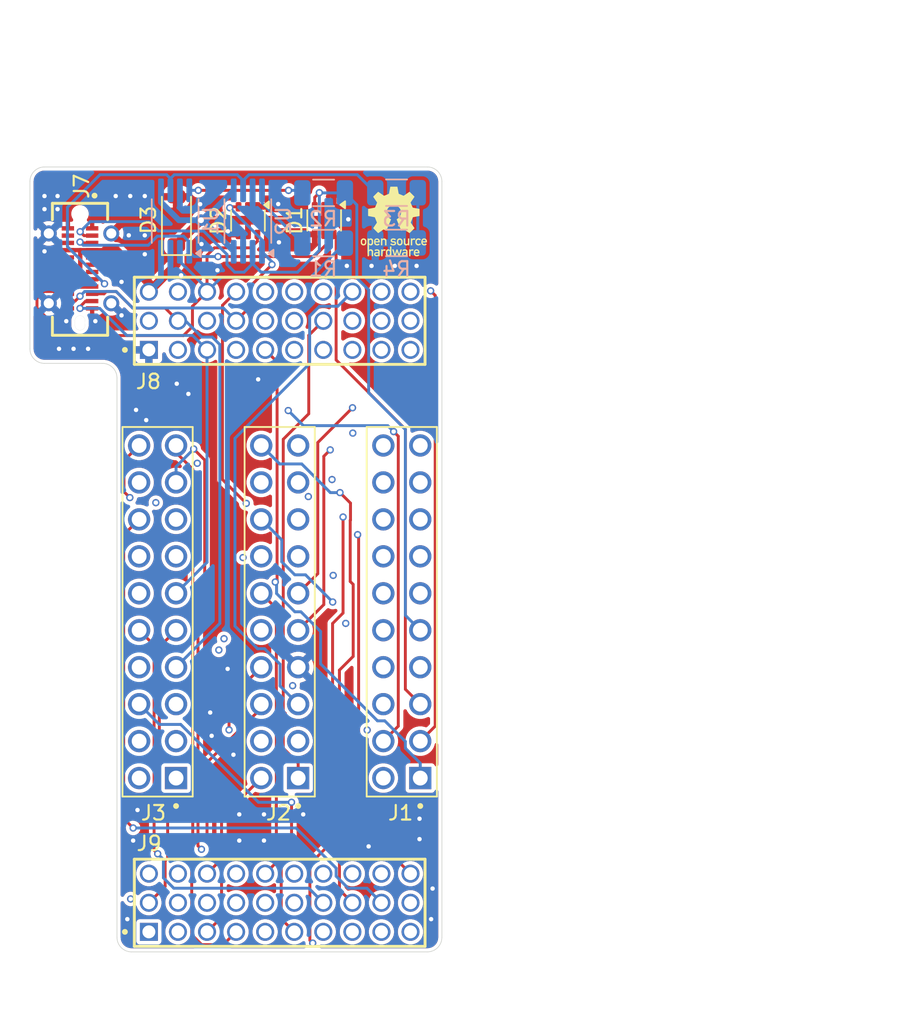
<source format=kicad_pcb>
(kicad_pcb (version 20241229) (generator "pcbnew") (generator_version "9.0")
  (layers (0 "F.Cu" mixed) (4 "In1.Cu" signal) (6 "In2.Cu" signal) (2 "B.Cu" mixed) (13 "F.Paste" user) (15 "B.Paste" user) (5 "F.SilkS" user "F.Silkscreen") (7 "B.SilkS" user "B.Silkscreen") (1 "F.Mask" user) (3 "B.Mask" user) (25 "Edge.Cuts" user))
  (net 0 "")
  (net 1 "+12V")
  (net 2 "SBU1")
  (net 3 "GND")
  (net 4 "2")
  (net 5 "4")
  (net 6 "CAN1_L")
  (net 7 "CAN2_L")
  (net 8 "8")
  (net 9 "10")
  (net 10 "12")
  (net 11 "13")
  (net 12 "15")
  (net 13 "CAN1_H")
  (net 14 "CAN2_H")
  (net 15 "18")
  (net 16 "20")
  (net 17 "CAN0_H")
  (net 18 "CAN0_L")
  (net 20 "Net-(R1-Pad2)")
  (net 21 "Net-(R2-Pad1)")
  (net 22 "6")
  (net 23 "7")
  (net 24 "19")
  (net 25 "11")
  (net 26 "14")
  (net 27 "17")
  (net 28 "1")
  (net 29 "9")
  (net 30 "16")
  (net 31 "30")
  (net 32 "40")
  (net 33 "25")
  (net 34 "23")
  (net 35 "38")
  (net 36 "26")
  (net 37 "35")
  (net 38 "34")
  (net 39 "39")
  (net 40 "36")
  (net 41 "31")
  (net 42 "22")
  (net 43 "28")
  (net 44 "37")
  (net 45 "33")
  (net 46 "29")
  (net 47 "21")
  (net 48 "27")
  (net 49 "49")
  (net 50 "53")
  (net 51 "59")
  (net 52 "48")
  (net 53 "47")
  (net 54 "56")
  (net 55 "52")
  (net 56 "57")
  (net 57 "41")
  (net 58 "58")
  (net 59 "45")
  (net 60 "54")
  (net 61 "60")
  (net 62 "55")
  (net 63 "51")
  (net 64 "50")
  (net 65 "43")
  (net 66 "42")
  (net 75 "Net-(R3-Pad2)")
  (footprint "PSA:GCT_USB4115-03-C_REVB4" (layer "F.Cu") (at 91.945 98.57 -90)
    (property "Reference" "J7")
    (property "Value" "USB_C_Receptacle")
    (fp_line (start 3.6 0.35) (end 3.75 0.35) (stroke (width 0.01)) (layer "Edge.Cuts"))
    (fp_line (start 3.75 0.35) (end 3.9 0.35) (stroke (width 0.01)) (layer "Edge.Cuts"))
    (fp_line (start 3.75 -0.35) (end 3.6 -0.35) (stroke (width 0.01)) (layer "Edge.Cuts"))
    (fp_line (start 3.9 -0.35) (end 3.75 -0.35) (stroke (width 0.01)) (layer "Edge.Cuts"))
    (fp_arc (start 3.6 0.35) (mid 3.352513 0.247487) (end 3.25 0) (stroke (width 0.01)) (layer "Edge.Cuts"))
    (fp_arc (start 3.25 0) (mid 3.352513 -0.247487) (end 3.6 -0.35) (stroke (width 0.01)) (layer "Edge.Cuts"))
    (fp_arc (start 4.25 0) (mid 4.147487 0.247487) (end 3.9 0.35) (stroke (width 0.01)) (layer "Edge.Cuts"))
    (fp_arc (start 3.9 -0.35) (mid 4.147487 -0.247487) (end 4.25 0) (stroke (width 0.01)) (layer "Edge.Cuts"))
  )
  (footprint "PSA:10129381-920003BLF" (layer "F.Cu") (at 97.282 122.174 90)
    (property "Reference" "J3")
    (property "Value" "to_ESP_3")
  )
  (footprint "PSA:SAMTEC_TW-10-X-X-T-X-X" (layer "F.Cu") (at 96.682 144.174)
    (property "Reference" "J9")
    (property "Value" "B2B_2")
  )
  (footprint "PSA:SAMTEC_TW-10-X-X-T-X-X" (layer "F.Cu") (at 96.682 104.174)
    (property "Reference" "J8")
    (property "Value" "B2B_1")
  )
  (footprint "Diode_SMD:D_SOD-123" (layer "F.Cu") (at 98.58 95.2975 90)
    (property "Reference" "D3")
    (property "Value" "SMF16A")
  )
  (footprint "PSA:10129381-920003BLF" (layer "F.Cu") (at 105.682 122.174 90)
    (property "Reference" "J2")
    (property "Value" "to_EPS_2")
  )
  (footprint "Package_TO_SOT_SMD:SOT-363_SC-70-6" (layer "F.Cu") (at 108.7425 95.28 -90)
    (property "Reference" "D1")
    (property "Value" "BAS40TW-AU")
  )
  (footprint "PSA:10129381-920003BLF" (layer "F.Cu") (at 114.082 122.174 90)
    (property "Reference" "J1")
    (property "Value" "to_EPS_1")
  )
  (footprint "Package_TO_SOT_SMD:SOT-363_SC-70-6" (layer "F.Cu") (at 103.5 95.29 -90)
    (property "Reference" "D2")
    (property "Value" "BAS40TW-AU")
  )
  (footprint "Resistor_SMD:R_1206_3216Metric" (layer "B.Cu") (at 113.72 96.82 180)
    (property "Reference" "R4")
    (property "Value" "120R")
  )
  (footprint "Resistor_SMD:R_1206_3216Metric" (layer "B.Cu") (at 113.72 93.37)
    (property "Reference" "R3")
    (property "Value" "120R")
  )
  (footprint "Resistor_SMD:R_1206_3216Metric" (layer "B.Cu") (at 108.7025 96.8325 180)
    (property "Reference" "R1")
    (property "Value" "120R")
  )
  (footprint "Package_SO:MSOP-8_3x3mm_P0.65mm" (layer "B.Cu") (at 98.49 95.32 90)
    (property "Reference" "U1")
    (property "Value" "DG419LEUA")
  )
  (footprint "Resistor_SMD:R_1206_3216Metric" (layer "B.Cu") (at 108.7025 93.3825)
    (property "Reference" "R2")
    (property "Value" "120R")
  )
  (footprint "Package_SO:MSOP-8_3x3mm_P0.65mm" (layer "B.Cu") (at 103.49 95.32 90)
    (property "Reference" "U2")
    (property "Value" "DG419LEUA")
  )
  (gr_poly (pts (xy 113.608337 97.597077) (xy 113.610215 97.597077) (xy 113.717954 97.264443) (xy 113.787301 97.264443) (xy 113.895039 97.597077) (xy 113.896971 97.597077) (xy 113.987802 97.264443) (xy 114.089032 97.264443) (xy 113.937267 97.739503) (xy 113.852891 97.739503) (xy 113.753566 97.406842) (xy 113.751688 97.406842) (xy 113.652364 97.739503) (xy 113.568041 97.739503) (xy 113.416249 97.264443) (xy 113.517426 97.264443)) (fill yes) (layer "F.SilkS"))
  (gr_poly (pts (xy 115.627266 96.508623) (xy 115.63696 96.5093) (xy 115.646544 96.51042) (xy 115.656004 96.511977) (xy 115.665326 96.513967) (xy 115.674497 96.516382) (xy 115.683501 96.519217) (xy 115.692324 96.522465) (xy 115.700953 96.526121) (xy 115.709374 96.530179) (xy 115.717572 96.534633) (xy 115.725533 96.539476) (xy 115.733244 96.544703) (xy 115.74069 96.550307) (xy 115.747856 96.556284) (xy 115.754729 96.562626) (xy 115.761296 96.569328) (xy 115.76754 96.576383) (xy 115.773449 96.583787) (xy 115.779009 96.591532) (xy 115.784205 96.599613) (xy 115.789023 96.608024) (xy 115.793449 96.616758) (xy 115.79747 96.625811) (xy 115.80107 96.635175) (xy 115.804235 96.644845) (xy 115.806953 96.654814) (xy 115.809208 96.665078) (xy 115.810986 96.675629) (xy 115.812274 96.686463) (xy 115.813057 96.697572) (xy 115.813321 96.708951) (xy 115.813321 96.787664) (xy 115.517226 96.787664) (xy 115.517365 96.794844) (xy 115.517779 96.801798) (xy 115.518461 96.808528) (xy 115.519406 96.815031) (xy 115.52061 96.821309) (xy 115.522066 96.827361) (xy 115.523769 96.833187) (xy 115.525714 96.838786) (xy 115.527894 96.844159) (xy 115.530305 96.849305) (xy 115.532941 96.854224) (xy 115.535797 96.858917) (xy 115.538867 96.863382) (xy 115.542146 96.86762) (xy 115.545628 96.87163) (xy 115.549307 96.875413) (xy 115.553179 96.878967) (xy 115.557237 96.882294) (xy 115.561477 96.885392) (xy 115.565893 96.888262) (xy 115.570479 96.890903) (xy 115.575229 96.893316) (xy 115.58014 96.8955) (xy 115.585204 96.897454) (xy 115.590416 96.899179) (xy 115.595772 96.900675) (xy 115.601265 96.901941) (xy 115.60689 96.902978) (xy 115.612641 96.903784) (xy 115.618514 96.90436) (xy 115.624502 96.904706) (xy 115.6306 96.904821) (xy 115.637481 96.904624) (xy 115.644405 96.904039) (xy 115.651354 96.903072) (xy 115.658307 96.90173) (xy 115.665243 96.90002) (xy 115.672142 96.897948) (xy 115.678983 96.895523) (xy 115.685746 96.89275) (xy 115.69241 96.889636) (xy 115.698956 96.886189) (xy 115.705362 96.882416) (xy 115.711607 96.878322) (xy 115.717673 96.873916) (xy 115.723537 96.869204) (xy 115.72918 96.864193) (xy 115.734582 96.85889) (xy 115.803929 96.917892) (xy 115.79499 96.927711) (xy 115.785737 96.936796) (xy 115.776186 96.945163) (xy 115.766354 96.952824) (xy 115.756257 96.959794) (xy 115.745912 96.966085) (xy 115.735335 96.971712) (xy 115.724544 96.976689) (xy 115.713555 96.981028) (xy 115.702384 96.984745) (xy 115.691048 96.987852) (xy 115.679564 96.990364) (xy 115.667949 96.992293) (xy 115.656218 96.993654) (xy 115.644389 96.994461) (xy 115.632479 96.994727) (xy 115.614048 96.994153) (xy 115.595434 96.992332) (xy 115.576826 96.989115) (xy 115.558413 96.984356) (xy 115.540385 96.977906) (xy 115.531574 96.974) (xy 115.522931 96.969616) (xy 115.514479 96.964735) (xy 115.506241 96.959339) (xy 115.498241 96.953409) (xy 115.490504 96.946927) (xy 115.483051 96.939873) (xy 115.475908 96.93223) (xy 115.469098 96.92398) (xy 115.462645 96.915103) (xy 115.456572 96.90558) (xy 115.450902 96.895395) (xy 115.445661 96.884527) (xy 115.44087 96.872959) (xy 115.436555 96.860673) (xy 115.432738 96.847648) (xy 115.429443 96.833868) (xy 115.426694 96.819313) (xy 115.424515 96.803965) (xy 115.42293 96.787805) (xy 115.421961 96.770815) (xy 115.421633 96.752977) (xy 115.421934 96.736036) (xy 115.422822 96.719814) (xy 115.423839 96.708977) (xy 115.517226 96.708977) (xy 115.717727 96.708977) (xy 115.71735 96.702307) (xy 115.716753 96.695836) (xy 115.715939 96.689565) (xy 115.714913 96.683494) (xy 115.713679 96.677625) (xy 115.712242 96.671959) (xy 115.710606 96.666495) (xy 115.708775 96.661235) (xy 115.706754 96.656181) (xy 115.704546 96.651331) (xy 115.702156 96.646689) (xy 115.699588 96.642254) (xy 115.696847 96.638026) (xy 115.693936 96.634008) (xy 115.69086 96.6302) (xy 115.687624 96.626603) (xy 115.684232 96.623217) (xy 115.680687 96.620043) (xy 115.676994 96.617083) (xy 115.673158 96.614336) (xy 115.669182 96.611805) (xy 115.665071 96.609489) (xy 115.66083 96.60739) (xy 115.656462 96.605508) (xy 115.651972 96.603845) (xy 115.647364 96.6024) (xy 115.642642 96.601176) (xy 115.63781 96.600172) (xy 115.632874 96.59939) (xy 115.627837 96.59883) (xy 115.622703 96.598494) (xy 115.617476 96.598382) (xy 115.612247 96.598494) (xy 115.607106 96.59883) (xy 115.602056 96.59939) (xy 115.597102 96.600172) (xy 115.592251 96.601176) (xy 115.587506 96.6024) (xy 115.582871 96.603845) (xy 115.578353 96.605508) (xy 115.573956 96.60739) (xy 115.569684 96.609489) (xy 115.565543 96.611805) (xy 115.561537 96.614336) (xy 115.557671 96.617083) (xy 115.55395 96.620043) (xy 115.550379 96.623217) (xy 115.546962 96.626603) (xy 115.543704 96.6302) (xy 115.540611 96.634008) (xy 115.537686 96.638026) (xy 115.534935 96.642253) (xy 115.532363 96.646689) (xy 115.529974 96.651331) (xy 115.527773 96.65618) (xy 115.525765 96.661235) (xy 115.523955 96.666495) (xy 115.522347 96.671958) (xy 115.520947 96.677625) (xy 115.519759 96.683494) (xy 115.518788 96.689565) (xy 115.518039 96.695836) (xy 115.517517 96.702307) (xy 115.517226 96.708977) (xy 115.423839 96.708977) (xy 115.424278 96.704297) (xy 115.426279 96.689475) (xy 115.428804 96.675336) (xy 115.431832 96.661867) (xy 115.435341 96.649057) (xy 115.439311 96.636895) (xy 115.44372 96.625367) (xy 115.448547 96.614463) (xy 115.453771 96.604171) (xy 115.45937 96.594479) (xy 115.465323 96.585375) (xy 115.47161 96.576847) (xy 115.478208 96.568883) (xy 115.485096 96.561472) (xy 115.492254 96.554601) (xy 115.499659 96.54826) (xy 115.507291 96.542436) (xy 115.515129 96.537116) (xy 115.523151 96.532291) (xy 115.531336 96.527947) (xy 115.539663 96.524073) (xy 115.54811 96.520656) (xy 115.556657 96.517686) (xy 115.565281 96.515151) (xy 115.573962 96.513038) (xy 115.582679 96.511335) (xy 115.600134 96.509115) (xy 115.617477 96.508396)) (fill yes) (layer "F.SilkS"))
  (gr_poly (pts (xy 112.891463 97.258971) (xy 112.898445 97.259455) (xy 112.905283 97.260253) (xy 112.911984 97.261354) (xy 112.918551 97.262753) (xy 112.924992 97.264439) (xy 112.931312 97.266406) (xy 112.937516 97.268644) (xy 112.943609 97.271145) (xy 112.949599 97.273902) (xy 112.955489 97.276907) (xy 112.961286 97.28015) (xy 112.966996 97.283624) (xy 112.972624 97.28732) (xy 112.978175 97.29123) (xy 112.983655 97.295347) (xy 112.914335 97.377818) (xy 112.910191 97.374768) (xy 112.906179 97.371955) (xy 112.902278 97.369374) (xy 112.898463 97.367018) (xy 112.894715 97.364883) (xy 112.891011 97.362962) (xy 112.887329 97.361251) (xy 112.883646 97.359743) (xy 112.879942 97.358434) (xy 112.876194 97.357317) (xy 112.872379 97.356387) (xy 112.868477 97.355639) (xy 112.864465 97.355066) (xy 112.860321 97.354664) (xy 112.856023 97.354427) (xy 112.851549 97.354349) (xy 112.842785 97.354703) (xy 112.834109 97.355775) (xy 112.825586 97.357577) (xy 112.817283 97.360124) (xy 112.813234 97.361681) (xy 112.809265 97.363429) (xy 112.805383 97.36537) (xy 112.801598 97.367505) (xy 112.797917 97.369837) (xy 112.794349 97.372366) (xy 112.790901 97.375096) (xy 112.787583 97.378026) (xy 112.784401 97.38116) (xy 112.781366 97.384498) (xy 112.778484 97.388042) (xy 112.775764 97.391795) (xy 112.773214 97.395758) (xy 112.770843 97.399932) (xy 112.768658 97.404319) (xy 112.766669 97.408921) (xy 112.764882 97.413739) (xy 112.763307 97.418776) (xy 112.761952 97.424033) (xy 112.760825 97.429511) (xy 112.759934 97.435212) (xy 112.759287 97.441139) (xy 112.758893 97.447292) (xy 112.75876 97.453674) (xy 112.75876 97.739503) (xy 112.663192 97.739503) (xy 112.663192 97.264443) (xy 112.75876 97.264443) (xy 112.75876 97.315032) (xy 112.760638 97.315032) (xy 112.766412 97.308226) (xy 112.772485 97.30186) (xy 112.77885 97.295931) (xy 112.785498 97.290441) (xy 112.792421 97.28539) (xy 112.79961 97.280778) (xy 112.807058 97.276605) (xy 112.814755 97.272871) (xy 112.822694 97.269575) (xy 112.830867 97.266719) (xy 112.839264 97.264302) (xy 112.847878 97.262324) (xy 112.856699 97.260786) (xy 112.865721 97.259687) (xy 112.874934 97.259028) (xy 112.884331 97.258808)) (fill yes) (layer "F.SilkS"))
  (gr_poly (pts (xy 114.302585 97.259279) (xy 114.323184 97.260728) (xy 114.342798 97.263213) (xy 114.352216 97.264861) (xy 114.361364 97.266789) (xy 114.370233 97.269004) (xy 114.378816 97.271513) (xy 114.387104 97.274323) (xy 114.395089 97.27744) (xy 114.402764 97.280873) (xy 114.410119 97.284628) (xy 114.417148 97.288711) (xy 114.423842 97.293131) (xy 114.430193 97.297894) (xy 114.436192 97.303007) (xy 114.441833 97.308477) (xy 114.447106 97.314311) (xy 114.452003 97.320517) (xy 114.456517 97.3271) (xy 114.46064 97.334069) (xy 114.464363 97.34143) (xy 114.467678 97.34919) (xy 114.470577 97.357357) (xy 114.473053 97.365937) (xy 114.475096 97.374937) (xy 114.4767 97.384365) (xy 114.477855 97.394227) (xy 114.478554 97.404531) (xy 114.478789 97.415283) (xy 114.478789 97.739503) (xy 114.383195 97.739503) (xy 114.383169 97.739503) (xy 114.383169 97.697328) (xy 114.381317 97.697328) (xy 114.377467 97.703276) (xy 114.373282 97.70881) (xy 114.368734 97.713934) (xy 114.363796 97.718651) (xy 114.35844 97.722967) (xy 114.35264 97.726885) (xy 114.346367 97.730411) (xy 114.339595 97.733547) (xy 114.332296 97.736298) (xy 114.324444 97.738669) (xy 114.316009 97.740663) (xy 114.306966 97.742286) (xy 114.297287 97.74354) (xy 114.286944 97.744431) (xy 114.275911 97.744962) (xy 114.264159 97.745139) (xy 114.254362 97.744956) (xy 114.244826 97.744413) (xy 114.235554 97.743519) (xy 114.226551 97.74228) (xy 114.217818 97.740705) (xy 114.209359 97.738801) (xy 114.201178 97.736577) (xy 114.193278 97.73404) (xy 114.185662 97.731198) (xy 114.178334 97.72806) (xy 114.171295 97.724632) (xy 114.164551 97.720924) (xy 114.158104 97.716942) (xy 114.151958 97.712695) (xy 114.146115 97.708191) (xy 114.140579 97.703437) (xy 114.135353 97.698442) (xy 114.130441 97.693213) (xy 114.125845 97.687758) (xy 114.12157 97.682085) (xy 114.117618 97.676202) (xy 114.113992 97.670116) (xy 114.110696 97.663837) (xy 114.107733 97.657371) (xy 114.105107 97.650727) (xy 114.10282 97.643912) (xy 114.100876 97.636935) (xy 114.099278 97.629802) (xy 114.09803 97.622523) (xy 114.097134 97.615105) (xy 114.096594 97.607555) (xy 114.096413 97.599883) (xy 114.096515 97.595199) (xy 114.186425 97.595199) (xy 114.186725 97.601118) (xy 114.187639 97.606914) (xy 114.189187 97.612551) (xy 114.191391 97.617995) (xy 114.192745 97.620633) (xy 114.19427 97.623209) (xy 114.195969 97.625718) (xy 114.197845 97.628157) (xy 114.1999 97.63052) (xy 114.202136 97.632803) (xy 114.204557 97.635002) (xy 114.207165 97.637112) (xy 114.209962 97.639129) (xy 114.21295 97.641049) (xy 114.216134 97.642866) (xy 114.219514 97.644576) (xy 114.223094 97.646176) (xy 114.226877 97.647659) (xy 114.230864 97.649023) (xy 114.235058 97.650262) (xy 114.244079 97.652348) (xy 114.253959 97.653883) (xy 114.264721 97.65483) (xy 114.276383 97.655154) (xy 114.290707 97.655041) (xy 114.303838 97.654648) (xy 114.315813 97.653889) (xy 114.32667 97.652682) (xy 114.331691 97.651884) (xy 114.336446 97.650942) (xy 114.34094 97.649846) (xy 114.345177 97.648586) (xy 114.349162 97.647151) (xy 114.352901 97.64553) (xy 114.356396 97.643713) (xy 114.359654 97.64169) (xy 114.362678 97.639449) (xy 114.365474 97.636981) (xy 114.368046 97.634276) (xy 114.370398 97.631322) (xy 114.372535 97.628109) (xy 114.374463 97.624626) (xy 114.376184 97.620864) (xy 114.377705 97.616812) (xy 114.37903 97.612458) (xy 114.380163 97.607794) (xy 114.381109 97.602807) (xy 114.381872 97.597489) (xy 114.382458 97.591828) (xy 114.382871 97.585813) (xy 114.383115 97.579435) (xy 114.383195 97.572683) (xy 114.383195 97.537996) (xy 114.268895 97.537996) (xy 114.263712 97.538062) (xy 114.258703 97.538257) (xy 114.253869 97.538581) (xy 114.249209 97.539031) (xy 114.244722 97.539606) (xy 114.240406 97.540303) (xy 114.236262 97.54112) (xy 114.23229 97.542056) (xy 114.228487 97.543109) (xy 114.224854 97.544277) (xy 114.221389 97.545558) (xy 114.218093 97.546949) (xy 114.214964 97.54845) (xy 114.212002 97.550059) (xy 114.209206 97.551773) (xy 114.206576 97.55359) (xy 114.20411 97.555509) (xy 114.201808 97.557527) (xy 114.19967 97.559644) (xy 114.197694 97.561856) (xy 114.19588 97.564163) (xy 114.194228 97.566561) (xy 114.192736 97.56905) (xy 114.191404 97.571627) (xy 114.190231 97.574291) (xy 114.189217 97.577039) (xy 114.188361 97.57987) (xy 114.187662 97.582782) (xy 114.18712 97.585773) (xy 114.186733 97.58884) (xy 114.186502 97.591983) (xy 114.186425 97.595199) (xy 114.096515 97.595199) (xy 114.096567 97.592803) (xy 114.097028 97.585799) (xy 114.097796 97.57888) (xy 114.098869 97.572056) (xy 114.100249 97.565336) (xy 114.101933 97.558732) (xy 114.103922 97.552251) (xy 114.106215 97.545905) (xy 114.108811 97.539703) (xy 114.11171 97.533654) (xy 114.114912 97.527769) (xy 114.118415 97.522057) (xy 114.12222 97.516529) (xy 114.126325 97.511193) (xy 114.130731 97.50606) (xy 114.135436 97.50114) (xy 114.14044 97.496442) (xy 114.145743 97.491976) (xy 114.151344 97.487752) (xy 114.157243 97.483779) (xy 114.163438 97.480068) (xy 114.16993 97.476629) (xy 114.176718 97.47347) (xy 114.183801 97.470603) (xy 114.19118 97.468036) (xy 114.198852 97.465779) (xy 114.206818 97.463843) (xy 114.215077 97.462237) (xy 114.223629 97.460971) (xy 114.232473 97.460054) (xy 114.241609 97.459497) (xy 114.251036 97.459309) (xy 114.383169 97.459309) (xy 114.383169 97.409647) (xy 114.382826 97.401555) (xy 114.382394 97.397757) (xy 114.381787 97.394123) (xy 114.381002 97.390648) (xy 114.380037 97.387331) (xy 114.37889 97.38417) (xy 114.377561 97.381162) (xy 114.376045 97.378305) (xy 114.374343 97.375595) (xy 114.372451 97.373032) (xy 114.370369 97.370613) (xy 114.368093 97.368335) (xy 114.365623 97.366195) (xy 114.362956 97.364192) (xy 114.360091 97.362323) (xy 114.357025 97.360586) (xy 114.353756 97.358978) (xy 114.346605 97.356141) (xy 114.338622 97.353792) (xy 114.329792 97.351913) (xy 114.320099 97.350485) (xy 114.309529 97.349488) (xy 114.298067 97.348904) (xy 114.285697 97.348713) (xy 114.276688 97.348826) (xy 114.268266 97.349171) (xy 114.260402 97.349762) (xy 114.253068 97.35061) (xy 114.24959 97.351134) (xy 114.246233 97.351727) (xy 114.242994 97.352391) (xy 114.239869 97.353127) (xy 114.236855 97.353936) (xy 114.233948 97.35482) (xy 114.231145 97.355781) (xy 114.228441 97.35682) (xy 114.225833 97.357938) (xy 114.223317 97.359138) (xy 114.220891 97.36042) (xy 114.21855 97.361786) (xy 114.21629 97.363238) (xy 114.214109 97.364778) (xy 114.212001 97.366406) (xy 114.209965 97.368124) (xy 114.207996 97.369935) (xy 114.206091 97.371838) (xy 114.204245 97.373837) (xy 114.202456 97.375932) (xy 114.20072 97.378124) (xy 114.199033 97.380417) (xy 114.197391 97.38281) (xy 114.195791 97.385306) (xy 114.120808 97.328155) (xy 114.127847 97.319031) (xy 114.135265 97.310636) (xy 114.143064 97.302951) (xy 114.151251 97.295955) (xy 114.159828 97.289631) (xy 114.168799 97.283959) (xy 114.178168 97.278919) (xy 114.187939 97.274491) (xy 114.198117 97.270657) (xy 114.208705 97.267397) (xy 114.219707 97.264692) (xy 114.231127 97.262522) (xy 114.242969 97.260868) (xy 114.255237 97.259711) (xy 114.267934 97.25903) (xy 114.281066 97.258808)) (fill yes) (layer "F.SilkS"))
  (gr_poly (pts (xy 111.958489 96.508726) (xy 111.968821 96.50962) (xy 111.978784 96.51108) (xy 111.988379 96.51308) (xy 111.997607 96.515597) (xy 112.006468 96.518606) (xy 112.014965 96.522081) (xy 112.023099 96.525998) (xy 112.03087 96.530332) (xy 112.038281 96.53506) (xy 112.045332 96.540155) (xy 112.052024 96.545593) (xy 112.05836 96.551349) (xy 112.064339 96.5574) (xy 112.069964 96.563719) (xy 112.075235 96.570282) (xy 112.079935 96.576596) (xy 112.084211 96.582974) (xy 112.088082 96.589547) (xy 112.091564 96.596444) (xy 112.093163 96.600056) (xy 112.094672 96.603798) (xy 112.096091 96.607686) (xy 112.097423 96.611737) (xy 112.09867 96.615967) (xy 112.099834 96.620393) (xy 112.101922 96.629896) (xy 112.103702 96.640377) (xy 112.105191 96.651966) (xy 112.106406 96.664793) (xy 112.107363 96.67899) (xy 112.108079 96.694686) (xy 112.10857 96.712013) (xy 112.108852 96.7311) (xy 112.108943 96.752078) (xy 112.10857 96.791822) (xy 112.107363 96.824607) (xy 112.106406 96.838712) (xy 112.105191 96.851463) (xy 112.103702 96.862991) (xy 112.101922 96.873422) (xy 112.099834 96.882887) (xy 112.097423 96.891514) (xy 112.094672 96.899432) (xy 112.091563 96.90677) (xy 112.088082 96.913656) (xy 112.084211 96.920219) (xy 112.079935 96.926589) (xy 112.075235 96.932894) (xy 112.069964 96.939457) (xy 112.064339 96.945777) (xy 112.05836 96.951827) (xy 112.052024 96.957584) (xy 112.045332 96.963022) (xy 112.038281 96.968117) (xy 112.03087 96.972844) (xy 112.023099 96.977178) (xy 112.014965 96.981096) (xy 112.010762 96.98289) (xy 112.006468 96.984571) (xy 112.002083 96.986135) (xy 111.997606 96.987579) (xy 111.993039 96.9889) (xy 111.988379 96.990096) (xy 111.983628 96.991162) (xy 111.978784 96.992096) (xy 111.973849 96.992895) (xy 111.968821 96.993556) (xy 111.963701 96.994075) (xy 111.958489 96.99445) (xy 111.953183 96.994677) (xy 111.947785 96.994753) (xy 111.938766 96.994493) (xy 111.929978 96.993721) (xy 111.92141 96.992456) (xy 111.91305 96.990712) (xy 111.904889 96.988508) (xy 111.896914 96.985859) (xy 111.889115 96.982781) (xy 111.881481 96.979292) (xy 111.874 96.975407) (xy 111.866663 96.971144) (xy 111.859457 96.966518) (xy 111.852372 96.961546) (xy 111.845396 96.956245) (xy 111.83852 96.950631) (xy 111.831731 96.94472) (xy 111.825019 96.938529) (xy 111.824675 97.315032) (xy 111.830778 97.308226) (xy 111.83714 97.301859) (xy 111.843755 97.295931) (xy 111.850616 97.290441) (xy 111.857719 97.28539) (xy 111.865058 97.280778) (xy 111.872628 97.276604) (xy 111.880422 97.27287) (xy 111.888436 97.269575) (xy 111.896665 97.266719) (xy 111.905101 97.264302) (xy 111.913741 97.262324) (xy 111.922578 97.260786) (xy 111.931607 97.259687) (xy 111.940823 97.259027) (xy 111.950219 97.258807) (xy 111.957187 97.258975) (xy 111.964198 97.259476) (xy 111.971234 97.260309) (xy 111.978278 97.261474) (xy 111.985314 97.262968) (xy 111.992323 97.264792) (xy 111.999289 97.266943) (xy 112.006194 97.269421) (xy 112.01302 97.272224) (xy 112.019751 97.27535) (xy 112.026369 97.2788) (xy 112.032856 97.282572) (xy 112.039196 97.286664) (xy 112.045371 97.291075) (xy 112.051364 97.295804) (xy 112.057157 97.30085) (xy 112.062734 97.306212) (xy 112.068076 97.311888) (xy 112.073167 97.317877) (xy 112.077988 97.324178) (xy 112.082524 97.33079) (xy 112.086756 97.337712) (xy 112.090667 97.344943) (xy 112.09424 97.35248) (xy 112.097458 97.360324) (xy 112.100303 97.368472) (xy 112.102757 97.376924) (xy 112.104805 97.385678) (xy 112.106427 97.394734) (xy 112.107607 97.404089) (xy 112.108328 97.413744) (xy 112.108573 97.423696) (xy 112.108573 97.739502) (xy 112.013005 97.739502) (xy 112.013005 97.456531) (xy 112.012888 97.450546) (xy 112.012539 97.444723) (xy 112.011965 97.439063) (xy 112.011169 97.433568) (xy 112.010157 97.42824) (xy 112.008934 97.423081) (xy 112.007505 97.418093) (xy 112.005874 97.413278) (xy 112.004047 97.408637) (xy 112.002029 97.404172) (xy 111.999824 97.399886) (xy 111.997438 97.39578) (xy 111.994876 97.391856) (xy 111.992142 97.388115) (xy 111.989241 97.384561) (xy 111.98618 97.381194) (xy 111.982961 97.378017) (xy 111.979591 97.375031) (xy 111.976075 97.372238) (xy 111.972417 97.369641) (xy 111.968623 97.367241) (xy 111.964696 97.365039) (xy 111.960643 97.363038) (xy 111.956469 97.36124) (xy 111.952178 97.359647) (xy 111.947775 97.358259) (xy 111.943265 97.357081) (xy 111.938654 97.356112) (xy 111.933945 97.355355) (xy 111.929145 97.354812) (xy 111.924258 97.354485) (xy 111.91929 97.354376) (xy 111.914237 97.354485) (xy 111.909271 97.354812) (xy 111.904398 97.355355) (xy 111.899621 97.356112) (xy 111.894946 97.357081) (xy 111.890378 97.358259) (xy 111.88592 97.359647) (xy 111.881579 97.36124) (xy 111.877359 97.363038) (xy 111.873264 97.365039) (xy 111.8693 97.367241) (xy 111.865471 97.369641) (xy 111.861782 97.372239) (xy 111.858237 97.375031) (xy 111.854843 97.378017) (xy 111.851603 97.381194) (xy 111.848522 97.384561) (xy 111.845605 97.388116) (xy 111.842857 97.391856) (xy 111.840282 97.39578) (xy 111.837886 97.399886) (xy 111.835673 97.404172) (xy 111.833648 97.408637) (xy 111.831816 97.413278) (xy 111.830181 97.418093) (xy 111.828749 97.423081) (xy 111.827524 97.42824) (xy 111.826511 97.433568) (xy 111.825715 97.439063) (xy 111.82514 97.444723) (xy 111.824792 97.450546) (xy 111.824675 97.456531) (xy 111.824675 97.739503) (xy 111.729081 97.739503) (xy 111.729081 96.752051) (xy 111.825019 96.752051) (xy 111.825394 96.778018) (xy 111.826038 96.791037) (xy 111.827142 96.803906) (xy 111.828822 96.816495) (xy 111.831196 96.828674) (xy 111.834379 96.840311) (xy 111.836311 96.845886) (xy 111.838489 96.851277) (xy 111.840928 96.856467) (xy 111.843643 96.861441) (xy 111.846647 96.866181) (xy 111.849956 96.870673) (xy 111.853585 96.874898) (xy 111.857547 96.878842) (xy 111.861857 96.882487) (xy 111.866531 96.885818) (xy 111.871581 96.888818) (xy 111.877025 96.891471) (xy 111.882874 96.89376) (xy 111.889145 96.89567) (xy 111.895852 96.897184) (xy 111.90301 96.898285) (xy 111.910632 96.898958) (xy 111.918734 96.899186) (xy 111.92692 96.898971) (xy 111.934622 96.898337) (xy 111.941853 96.897295) (xy 111.948629 96.895861) (xy 111.954964 96.894048) (xy 111.960873 96.89187) (xy 111.966371 96.88934) (xy 111.971473 96.886473) (xy 111.976193 96.883281) (xy 111.980547 96.87978) (xy 111.984548 96.875981) (xy 111.988212 96.8719) (xy 111.991553 96.86755) (xy 111.994587 96.862945) (xy 111.997327 96.858098) (xy 111.999789 96.853023) (xy 112.001988 96.847734) (xy 112.003938 96.842245) (xy 112.005653 96.836569) (xy 112.00715 96.83072) (xy 112.008442 96.824712) (xy 112.009544 96.818559) (xy 112.011238 96.805871) (xy 112.01235 96.792766) (xy 112.012999 96.779355) (xy 112.013301 96.765746) (xy 112.013376 96.752051) (xy 112.012999 96.724427) (xy 112.01235 96.710887) (xy 112.011238 96.697674) (xy 112.009544 96.684895) (xy 112.00715 96.672659) (xy 112.003938 96.661075) (xy 112.001988 96.65556) (xy 111.999789 96.650249) (xy 111.997327 96.645155) (xy 111.994587 96.640292) (xy 111.991553 96.635673) (xy 111.988212 96.631311) (xy 111.984548 96.62722) (xy 111.980547 96.623414) (xy 111.976193 96.619907) (xy 111.971473 96.616711) (xy 111.966371 96.61384) (xy 111.960873 96.611308) (xy 111.954964 96.609128) (xy 111.948629 96.607315) (xy 111.941853 96.605881) (xy 111.934622 96.604839) (xy 111.92692 96.604205) (xy 111.918734 96.60399) (xy 111.910634 96.604218) (xy 111.903014 96.604891) (xy 111.895858 96.605993) (xy 111.889153 96.607508) (xy 111.882883 96.609419) (xy 111.877034 96.611712) (xy 111.871592 96.614368) (xy 111.866542 96.617373) (xy 111.861869 96.62071) (xy 111.857559 96.624363) (xy 111.853596 96.628316) (xy 111.849968 96.632553) (xy 111.846659 96.637057) (xy 111.843654 96.641813) (xy 111.840939 96.646805) (xy 111.838499 96.652016) (xy 111.83632 96.65743) (xy 111.834388 96.66303) (xy 111.832687 96.668802) (xy 111.831202 96.674729) (xy 111.829921 96.680794) (xy 111.828827 96.686982) (xy 111.827145 96.699661) (xy 111.82604 96.712636) (xy 111.825395 96.725779) (xy 111.825093 96.73896) (xy 111.825019 96.752051) (xy 111.729081 96.752051) (xy 111.729081 96.514058) (xy 111.825019 96.514058) (xy 111.825019 96.563721) (xy 111.830806 96.557693) (xy 111.836909 96.551925) (xy 111.843313 96.546435) (xy 111.850005 96.541239) (xy 111.856971 96.536357) (xy 111.864198 96.531806) (xy 111.871671 96.527604) (xy 111.879377 96.523769) (xy 111.887303 96.520318) (xy 111.895435 96.517269) (xy 111.903759 96.51464) (xy 111.912262 96.51245) (xy 111.920929 96.510715) (xy 111.929748 96.509453) (xy 111.938705 96.508684) (xy 111.947785 96.508423)) (fill yes) (layer "F.SilkS"))
  (gr_poly (pts (xy 114.812038 97.258971) (xy 114.819013 97.259455) (xy 114.825847 97.260253) (xy 114.832545 97.261354) (xy 114.839112 97.262753) (xy 114.845553 97.264439) (xy 114.851874 97.266406) (xy 114.858079 97.268644) (xy 114.864176 97.271145) (xy 114.870168 97.273902) (xy 114.876062 97.276907) (xy 114.881863 97.28015) (xy 114.887575 97.283624) (xy 114.893205 97.28732) (xy 114.898758 97.29123) (xy 114.904239 97.295347) (xy 114.834892 97.377818) (xy 114.830749 97.374768) (xy 114.826738 97.371955) (xy 114.822837 97.369374) (xy 114.819024 97.367018) (xy 114.815278 97.364883) (xy 114.811575 97.362962) (xy 114.807894 97.361251) (xy 114.804213 97.359743) (xy 114.80051 97.358434) (xy 114.796762 97.357317) (xy 114.792948 97.356387) (xy 114.789045 97.355639) (xy 114.785032 97.355066) (xy 114.780886 97.354664) (xy 114.776584 97.354427) (xy 114.772106 97.354349) (xy 114.763338 97.354703) (xy 114.75466 97.355775) (xy 114.746136 97.357577) (xy 114.737833 97.360124) (xy 114.733785 97.361681) (xy 114.729816 97.363429) (xy 114.725936 97.36537) (xy 114.722152 97.367505) (xy 114.718473 97.369837) (xy 114.714906 97.372366) (xy 114.71146 97.375096) (xy 114.708143 97.378026) (xy 114.704964 97.38116) (xy 114.70193 97.384498) (xy 114.69905 97.388042) (xy 114.696332 97.391795) (xy 114.693784 97.395758) (xy 114.691415 97.399932) (xy 114.689232 97.404319) (xy 114.687245 97.408921) (xy 114.68546 97.413739) (xy 114.683887 97.418776) (xy 114.682533 97.424033) (xy 114.681406 97.429511) (xy 114.680516 97.435212) (xy 114.67987 97.441139) (xy 114.679477 97.447292) (xy 114.679344 97.453674) (xy 114.679344 97.739503) (xy 114.583803 97.739503) (xy 114.583803 97.264443) (xy 114.679344 97.264443) (xy 114.679344 97.315032) (xy 114.681249 97.315032) (xy 114.687022 97.308226) (xy 114.693094 97.30186) (xy 114.699458 97.295931) (xy 114.706104 97.290441) (xy 114.713025 97.28539) (xy 114.720212 97.280778) (xy 114.727657 97.276605) (xy 114.735352 97.272871) (xy 114.743289 97.269575) (xy 114.751459 97.266719) (xy 114.759854 97.264302) (xy 114.768465 97.262324) (xy 114.777286 97.260786) (xy 114.786306 97.259687) (xy 114.795518 97.259028) (xy 114.804915 97.258808)) (fill yes) (layer "F.SilkS"))
  (gr_poly (pts (xy 111.458886 96.508489) (xy 111.465563 96.508762) (xy 111.472069 96.509209) (xy 111.478407 96.509823) (xy 111.484578 96.510599) (xy 111.490584 96.51153) (xy 111.496428 96.51261) (xy 111.502113 96.513832) (xy 111.507639 96.51519) (xy 111.51301 96.516678) (xy 111.518228 96.518289) (xy 111.523295 96.520016) (xy 111.528213 96.521855) (xy 111.532984 96.523797) (xy 111.537611 96.525837) (xy 111.542096 96.527969) (xy 111.550649 96.532482) (xy 111.558659 96.537284) (xy 111.566146 96.542324) (xy 111.573126 96.547553) (xy 111.579617 96.552919) (xy 111.585638 96.558371) (xy 111.591206 96.563858) (xy 111.596339 96.56933) (xy 111.60294 96.57689) (xy 111.609045 96.584521) (xy 111.614664 96.592316) (xy 111.619807 96.60037) (xy 111.624484 96.608774) (xy 111.628704 96.617624) (xy 111.632477 96.627011) (xy 111.635812 96.63703) (xy 111.638719 96.647774) (xy 111.641207 96.659336) (xy 111.643286 96.67181) (xy 111.644965 96.685289) (xy 111.646255 96.699867) (xy 111.647164 96.715637) (xy 111.647703 96.732692) (xy 111.64788 96.751125) (xy 111.647703 96.769713) (xy 111.647164 96.786905) (xy 111.646255 96.802793) (xy 111.644965 96.817474) (xy 111.643286 96.831042) (xy 111.641207 96.843591) (xy 111.638719 96.855216) (xy 111.635812 96.866011) (xy 111.632477 96.876071) (xy 111.628704 96.88549) (xy 111.624484 96.894364) (xy 111.619807 96.902785) (xy 111.614664 96.91085) (xy 111.609045 96.918652) (xy 111.60294 96.926286) (xy 111.596339 96.933847) (xy 111.591206 96.939318) (xy 111.585638 96.944803) (xy 111.579617 96.950253) (xy 111.573126 96.955615) (xy 111.566146 96.96084) (xy 111.558659 96.965876) (xy 111.550649 96.970673) (xy 111.542096 96.975181) (xy 111.532984 96.979348) (xy 111.523295 96.983124) (xy 111.51301 96.986458) (xy 111.502113 96.9893) (xy 111.490584 96.991598) (xy 111.478407 96.993303) (xy 111.465563 96.994363) (xy 111.452036 96.994727) (xy 111.445183 96.994635) (xy 111.438503 96.994363) (xy 111.431995 96.993916) (xy 111.425656 96.993303) (xy 111.419483 96.992528) (xy 111.413475 96.991598) (xy 111.407629 96.99052) (xy 111.401943 96.9893) (xy 111.396415 96.987944) (xy 111.391043 96.986458) (xy 111.385824 96.98485) (xy 111.380756 96.983124) (xy 111.375837 96.981288) (xy 111.371065 96.979348) (xy 111.366437 96.97731) (xy 111.361952 96.975181) (xy 111.353398 96.970674) (xy 111.345387 96.965876) (xy 111.3379 96.96084) (xy 111.330919 96.955615) (xy 111.324427 96.950253) (xy 111.318406 96.944804) (xy 111.312838 96.939318) (xy 111.307705 96.933847) (xy 111.301105 96.926286) (xy 111.295001 96.918653) (xy 111.289383 96.910852) (xy 111.284241 96.902789) (xy 111.279566 96.894369) (xy 111.275349 96.885497) (xy 111.271578 96.876079) (xy 111.268246 96.866021) (xy 111.265342 96.855227) (xy 111.262856 96.843603) (xy 111.260779 96.831054) (xy 111.259102 96.817485) (xy 111.257814 96.802803) (xy 111.256906 96.786912) (xy 111.256368 96.769718) (xy 111.256191 96.751125) (xy 111.351758 96.751125) (xy 111.351826 96.763549) (xy 111.352035 96.774869) (xy 111.352396 96.78517) (xy 111.352917 96.794535) (xy 111.353609 96.80305) (xy 111.354481 96.810796) (xy 111.355542 96.817859) (xy 111.356802 96.824322) (xy 111.358271 96.83027) (xy 111.359958 96.835785) (xy 111.361873 96.840952) (xy 111.364026 96.845854) (xy 111.366425 96.850577) (xy 111.369081 96.855202) (xy 111.372003 96.859815) (xy 111.375201 96.864499) (xy 111.378018 96.868137) (xy 111.38119 96.871649) (xy 111.384697 96.87502) (xy 111.388519 96.878235) (xy 111.392639 96.881279) (xy 111.397035 96.884137) (xy 111.40169 96.886794) (xy 111.406583 96.889235) (xy 111.411697 96.891445) (xy 111.417011 96.893409) (xy 111.422507 96.895112) (xy 111.428165 96.896539) (xy 111.433966 96.897675) (xy 111.439891 96.898504) (xy 111.44592 96.899013) (xy 111.452036 96.899186) (xy 111.458146 96.899013) (xy 111.464172 96.898503) (xy 111.470093 96.897672) (xy 111.475891 96.896535) (xy 111.481547 96.895106) (xy 111.487041 96.893402) (xy 111.492355 96.891436) (xy 111.497468 96.889225) (xy 111.502362 96.886783) (xy 111.507017 96.884125) (xy 111.511416 96.881267) (xy 111.515537 96.878224) (xy 111.519362 96.87501) (xy 111.522872 96.871642) (xy 111.526048 96.868133) (xy 111.527505 96.866331) (xy 111.528871 96.864499) (xy 111.532068 96.859816) (xy 111.534989 96.855204) (xy 111.537644 96.850583) (xy 111.540041 96.845869) (xy 111.542192 96.84098) (xy 111.544105 96.835834) (xy 111.545789 96.830347) (xy 111.547256 96.824438) (xy 111.548514 96.818024) (xy 111.549572 96.811022) (xy 111.550442 96.803351) (xy 111.551132 96.794926) (xy 111.551651 96.785666) (xy 111.55201 96.775489) (xy 111.552286 96.752052) (xy 111.552219 96.739628) (xy 111.55201 96.728306) (xy 111.551651 96.718003) (xy 111.551132 96.708634) (xy 111.550442 96.700117) (xy 111.549572 96.692367) (xy 111.548514 96.685301) (xy 111.547256 96.678835) (xy 111.545789 96.672885) (xy 111.544105 96.667369) (xy 111.542192 96.662202) (xy 111.540041 96.6573) (xy 111.537644 96.65258) (xy 111.534989 96.647959) (xy 111.532068 96.643353) (xy 111.528871 96.638677) (xy 111.526048 96.635039) (xy 111.522872 96.631527) (xy 111.519362 96.628157) (xy 111.515537 96.624942) (xy 111.511416 96.621898) (xy 111.507017 96.61904) (xy 111.502362 96.616383) (xy 111.497468 96.613942) (xy 111.492355 96.611732) (xy 111.487041 96.609768) (xy 111.481547 96.608065) (xy 111.475891 96.606638) (xy 111.470093 96.605502) (xy 111.464172 96.604672) (xy 111.458146 96.604163) (xy 111.452036 96.60399) (xy 111.44592 96.604164) (xy 111.439891 96.604673) (xy 111.433966 96.605505) (xy 111.428165 96.606642) (xy 111.422507 96.608071) (xy 111.417011 96.609775) (xy 111.411697 96.611741) (xy 111.406583 96.613952) (xy 111.40169 96.616394) (xy 111.397035 96.619052) (xy 111.392639 96.62191) (xy 111.388519 96.624953) (xy 111.384697 96.628166) (xy 111.38119 96.631535) (xy 111.378018 96.635044) (xy 111.376564 96.636846) (xy 111.375201 96.638677) (xy 111.372003 96.643352) (xy 111.369081 96.647957) (xy 111.366425 96.652574) (xy 111.364026 96.657285) (xy 111.361873 96.662173) (xy 111.359958 96.66732) (xy 111.358271 96.672808) (xy 111.356802 96.678719) (xy 111.355542 96.685136) (xy 111.354481 96.692141) (xy 111.353609 96.699816) (xy 111.352917 96.708244) (xy 111.352396 96.717506) (xy 111.352035 96.727686) (xy 111.351758 96.751125) (xy 111.256191 96.751125) (xy 111.256368 96.732692) (xy 111.256906 96.715638) (xy 111.257814 96.699869) (xy 111.259102 96.685293) (xy 111.260779 96.671816) (xy 111.262856 96.659343) (xy 111.265342 96.647783) (xy 111.268246 96.63704) (xy 111.271578 96.627022) (xy 111.275349 96.617635) (xy 111.279566 96.608786) (xy 111.284241 96.600381) (xy 111.289383 96.592326) (xy 111.295001 96.584528) (xy 111.301105 96.576894) (xy 111.307705 96.56933) (xy 111.312838 96.563858) (xy 111.318406 96.558371) (xy 111.324427 96.552919) (xy 111.330919 96.547553) (xy 111.3379 96.542325) (xy 111.345387 96.537284) (xy 111.353398 96.532482) (xy 111.361952 96.527969) (xy 111.371065 96.523797) (xy 111.380756 96.520016) (xy 111.391043 96.516678) (xy 111.401943 96.513832) (xy 111.413475 96.51153) (xy 111.425656 96.509823) (xy 111.438503 96.508762) (xy 111.452036 96.508397)) (fill yes) (layer "F.SilkS"))
  (gr_poly (pts (xy 114.313452 96.797004) (xy 114.313569 96.802984) (xy 114.313917 96.808803) (xy 114.314492 96.81446) (xy 114.315289 96.819952) (xy 114.316303 96.825277) (xy 114.317528 96.830434) (xy 114.318961 96.83542) (xy 114.320596 96.840235) (xy 114.322429 96.844875) (xy 114.324455 96.849339) (xy 114.326669 96.853625) (xy 114.329066 96.857732) (xy 114.331641 96.861656) (xy 114.33439 96.865397) (xy 114.337308 96.868953) (xy 114.340389 96.872321) (xy 114.34363 96.875499) (xy 114.347025 96.878487) (xy 114.35057 96.881281) (xy 114.354259 96.88388) (xy 114.358088 96.886282) (xy 114.362053 96.888485) (xy 114.366147 96.890488) (xy 114.370367 96.892287) (xy 114.374708 96.893882) (xy 114.379164 96.895271) (xy 114.383732 96.896451) (xy 114.388406 96.897421) (xy 114.393181 96.898179) (xy 114.398052 96.898722) (xy 114.403016 96.89905) (xy 114.408066 96.899159) (xy 114.413038 96.89905) (xy 114.417927 96.898722) (xy 114.422729 96.898179) (xy 114.427439 96.897421) (xy 114.432052 96.896451) (xy 114.436564 96.895271) (xy 114.440968 96.893882) (xy 114.445261 96.892287) (xy 114.449437 96.890488) (xy 114.453491 96.888485) (xy 114.457418 96.886282) (xy 114.461214 96.88388) (xy 114.464873 96.881281) (xy 114.46839 96.878487) (xy 114.471761 96.875499) (xy 114.47498 96.872321) (xy 114.478042 96.868953) (xy 114.480943 96.865397) (xy 114.483677 96.861656) (xy 114.48624 96.857732) (xy 114.488626 96.853625) (xy 114.490831 96.849339) (xy 114.49285 96.844875) (xy 114.494677 96.840235) (xy 114.496308 96.83542) (xy 114.497737 96.830434) (xy 114.49896 96.825277) (xy 114.499972 96.819952) (xy 114.500768 96.81446) (xy 114.501343 96.808803) (xy 114.501691 96.802984) (xy 114.501808 96.797004) (xy 114.501808 96.514032) (xy 114.597349 96.514032) (xy 114.597349 96.989144) (xy 114.501808 96.989144) (xy 114.501808 96.938503) (xy 114.499956 96.938503) (xy 114.494183 96.945308) (xy 114.48811 96.951675) (xy 114.481749 96.957604) (xy 114.475108 96.963093) (xy 114.468197 96.968144) (xy 114.461027 96.972757) (xy 114.453608 96.97693) (xy 114.445948 96.980664) (xy 114.438059 96.983959) (xy 114.429949 96.986816) (xy 114.421628 96.989233) (xy 114.413108 96.99121) (xy 114.404396 96.992749) (xy 114.395504 96.993847) (xy 114.386441 96.994507) (xy 114.377216 96.994727) (xy 114.370164 96.994559) (xy 114.363075 96.994059) (xy 114.34885 96.992061) (xy 114.33468 96.988742) (xy 114.327659 96.986591) (xy 114.320702 96.984114) (xy 114.313828 96.981311) (xy 114.307053 96.978184) (xy 114.300395 96.974734) (xy 114.293871 96.970963) (xy 114.287497 96.966871) (xy 114.281292 96.96246) (xy 114.275272 96.957731) (xy 114.269455 96.952685) (xy 114.263857 96.947323) (xy 114.258495 96.941647) (xy 114.253388 96.935658) (xy 114.248552 96.929356) (xy 114.244004 96.922744) (xy 114.239761 96.915822) (xy 114.235841 96.908592) (xy 114.232261 96.901055) (xy 114.229038 96.893211) (xy 114.226189 96.885063) (xy 114.223731 96.876611) (xy 114.221681 96.867856) (xy 114.220057 96.858801) (xy 114.218876 96.849445) (xy 114.218155 96.839791) (xy 114.21791 96.829839) (xy 114.217911 96.829839) (xy 114.217911 96.514032) (xy 114.313452 96.514032)) (fill yes) (layer "F.SilkS"))
  (gr_poly (pts (xy 113.759631 92.956364) (xy 113.760638 92.956439) (xy 113.76164 92.956562) (xy 113.762636 92.956733) (xy 113.763624 92.956949) (xy 113.764602 92.95721) (xy 113.76557 92.957514) (xy 113.766524 92.957861) (xy 113.767465 92.958248) (xy 113.768391 92.958676) (xy 113.769299 92.959141) (xy 113.77019 92.959644) (xy 113.77106 92.960183) (xy 113.771909 92.960757) (xy 113.772734 92.961365) (xy 113.773536 92.962004) (xy 113.774312 92.962675) (xy 113.77506 92.963376) (xy 113.775779 92.964105) (xy 113.776468 92.964862) (xy 113.777125 92.965645) (xy 113.777749 92.966452) (xy 113.778338 92.967284) (xy 113.77889 92.968137) (xy 113.779405 92.969012) (xy 113.779881 92.969907) (xy 113.780315 92.970821) (xy 113.780708 92.971752) (xy 113.781056 92.9727) (xy 113.781359 92.973662) (xy 113.781616 92.974638) (xy 113.781824 92.975627) (xy 113.865565 93.425498) (xy 113.865776 93.426495) (xy 113.866033 93.427495) (xy 113.866677 93.429499) (xy 113.867485 93.431497) (xy 113.868446 93.433475) (xy 113.869548 93.435421) (xy 113.870781 93.437321) (xy 113.872132 93.439163) (xy 113.873592 93.440933) (xy 113.875147 93.442619) (xy 113.876788 93.444207) (xy 113.878503 93.445684) (xy 113.88028 93.447037) (xy 113.882109 93.448254) (xy 113.883978 93.44932) (xy 113.884923 93.449793) (xy 113.885875 93.450224) (xy 113.886831 93.45061) (xy 113.88779 93.450951) (xy 114.189309 93.574379) (xy 114.191182 93.575204) (xy 114.193169 93.575893) (xy 114.195251 93.576447) (xy 114.197412 93.576867) (xy 114.199634 93.577156) (xy 114.201899 93.577313) (xy 114.20419 93.577341) (xy 114.20649 93.57724) (xy 114.208781 93.577012) (xy 114.211045 93.576657) (xy 114.213265 93.576177) (xy 114.215424 93.575574) (xy 114.217504 93.574847) (xy 114.219488 93.574) (xy 114.221358 93.573032) (xy 114.223096 93.571945) (xy 114.598937 93.314029) (xy 114.599783 93.313478) (xy 114.600655 93.312969) (xy 114.60155 93.312503) (xy 114.602466 93.31208) (xy 114.603401 93.311699) (xy 114.604354 93.311361) (xy 114.605322 93.311064) (xy 114.606304 93.31081) (xy 114.607298 93.310597) (xy 114.608301 93.310425) (xy 114.610329 93.310206) (xy 114.612373 93.310151) (xy 114.614418 93.310259) (xy 114.616449 93.310528) (xy 114.618449 93.310956) (xy 114.620404 93.311544) (xy 114.62136 93.311896) (xy 114.622299 93.312288) (xy 114.623219 93.312718) (xy 114.624118 93.313188) (xy 114.624994 93.313696) (xy 114.625846 93.314242) (xy 114.626671 93.314826) (xy 114.627467 93.315449) (xy 114.628233 93.316109) (xy 114.628967 93.316807) (xy 114.945488 93.633328) (xy 114.946186 93.634062) (xy 114.946846 93.634828) (xy 114.947468 93.635625) (xy 114.948051 93.636451) (xy 114.948597 93.637303) (xy 114.949103 93.63818) (xy 114.95 93.64) (xy 114.950741 93.641897) (xy 114.951325 93.643855) (xy 114.951751 93.645858) (xy 114.952017 93.64789) (xy 114.952122 93.649938) (xy 114.952066 93.651984) (xy 114.951847 93.654015) (xy 114.951463 93.656013) (xy 114.950915 93.657965) (xy 114.950578 93.658919) (xy 114.9502 93.659855) (xy 114.94978 93.660771) (xy 114.949317 93.661666) (xy 114.948813 93.662538) (xy 114.948266 93.663385) (xy 114.694848 94.032743) (xy 114.693758 94.034489) (xy 114.692791 94.036362) (xy 114.691947 94.038345) (xy 114.691228 94.04042) (xy 114.690635 94.042571) (xy 114.690169 94.044781) (xy 114.689831 94.047033) (xy 114.689622 94.04931) (xy 114.689544 94.051594) (xy 114.689597 94.053869) (xy 114.689782 94.056118) (xy 114.6901 94.058323) (xy 114.690553 94.060468) (xy 114.691142 94.062536) (xy 114.691868 94.06451) (xy 114.692731 94.066372) (xy 114.826055 94.377416) (xy 114.826816 94.379326) (xy 114.827753 94.381218) (xy 114.82885 94.383082) (xy 114.830096 94.384906) (xy 114.831477 94.386678) (xy 114.83298 94.388388) (xy 114.834591 94.390024) (xy 114.836298 94.391575) (xy 114.838087 94.393029) (xy 114.839945 94.394375) (xy 114.841858 94.395603) (xy 114.843814 94.3967) (xy 114.8458 94.397656) (xy 114.847801 94.398459) (xy 114.849805 94.399098) (xy 114.851799 94.399562) (xy 115.286747 94.480445) (xy 115.287734 94.480658) (xy 115.288708 94.480918) (xy 115.289668 94.481226) (xy 115.290614 94.481578) (xy 115.291543 94.481973) (xy 115.292455 94.48241) (xy 115.293348 94.482888) (xy 115.294221 94.483405) (xy 115.295904 94.48455) (xy 115.297491 94.485834) (xy 115.298975 94.487244) (xy 115.300344 94.488769) (xy 115.301588 94.490398) (xy 115.302699 94.492118) (xy 115.303665 94.493917) (xy 115.304091 94.494843) (xy 115.304477 94.495785) (xy 115.304822 94.496741) (xy 115.305124 94.497709) (xy 115.305383 94.498689) (xy 115.305598 94.499678) (xy 115.305766 94.500675) (xy 115.305887 94.501679) (xy 115.30596 94.502688) (xy 115.305983 94.503701) (xy 115.30593 94.95135) (xy 115.305904 94.952361) (xy 115.305829 94.953369) (xy 115.305706 94.954372) (xy 115.305535 94.955368) (xy 115.305318 94.956357) (xy 115.305057 94.957337) (xy 115.304752 94.958306) (xy 115.304404 94.959262) (xy 115.304016 94.960205) (xy 115.303588 94.961132) (xy 115.303121 94.962043) (xy 115.302617 94.962935) (xy 115.302078 94.963807) (xy 115.301503 94.964658) (xy 115.300895 94.965486) (xy 115.300254 94.966289) (xy 115.299583 94.967066) (xy 115.298882 94.967816) (xy 115.298152 94.968537) (xy 115.297395 94.969228) (xy 115.296613 94.969886) (xy 115.295805 94.970511) (xy 115.294974 94.971101) (xy 115.29412 94.971654) (xy 115.293246 94.972169) (xy 115.292352 94.972644) (xy 115.291439 94.973079) (xy 115.290509 94.97347) (xy 115.289563 94.973818) (xy 115.288602 94.97412) (xy 115.287628 94.974374) (xy 115.286642 94.97458) (xy 114.862382 95.053532) (xy 114.861383 95.053737) (xy 114.860383 95.053988) (xy 114.859381 95.054284) (xy 114.858381 95.054623) (xy 114.856389 95.055426) (xy 114.854421 95.056385) (xy 114.852489 95.057488) (xy 114.850605 95.058724) (xy 114.848782 95.060082) (xy 114.847033 95.061549) (xy 114.84537 95.063114) (xy 114.843807 95.064766) (xy 114.842356 95.066492) (xy 114.841029 95.068281) (xy 114.839839 95.070122) (xy 114.838799 95.072002) (xy 114.837922 95.073911) (xy 114.837548 95.074872) (xy 114.83722 95.075836) (xy 114.70477 95.406698) (xy 114.703951 95.40858) (xy 114.703267 95.410573) (xy 114.702719 95.41266) (xy 114.702305 95.414823) (xy 114.702022 95.417046) (xy 114.701871 95.419311) (xy 114.701849 95.421601) (xy 114.701955 95.423899) (xy 114.702188 95.426187) (xy 114.702547 95.428448) (xy 114.70303 95.430665) (xy 114.703635 95.432821) (xy 114.704362 95.434898) (xy 114.705209 95.436879) (xy 114.706174 95.438747) (xy 114.707257 95.440485) (xy 114.948266 95.791667) (xy 114.948817 95.792513) (xy 114.949326 95.793386) (xy 114.949791 95.794281) (xy 114.950215 95.795198) (xy 114.950595 95.796135) (xy 114.950934 95.797089) (xy 114.951231 95.798059) (xy 114.951485 95.799042) (xy 114.951698 95.800038) (xy 114.95187 95.801043) (xy 114.952089 95.803076) (xy 114.952144 95.805125) (xy 114.952036 95.807175) (xy 114.951767 95.80921) (xy 114.951338 95.811215) (xy 114.950751 95.813175) (xy 114.950399 95.814133) (xy 114.950007 95.815074) (xy 114.949576 95.815995) (xy 114.949107 95.816896) (xy 114.948599 95.817774) (xy 114.948053 95.818626) (xy 114.947469 95.819452) (xy 114.946846 95.82025) (xy 114.946186 95.821016) (xy 114.945488 95.82175) (xy 114.628914 96.138271) (xy 114.628185 96.138964) (xy 114.627423 96.13962) (xy 114.62663 96.140238) (xy 114.625808 96.140819) (xy 114.624959 96.141362) (xy 114.624084 96.141866) (xy 114.622268 96.14276) (xy 114.620374 96.1435) (xy 114.618419 96.144084) (xy 114.616417 96.144511) (xy 114.614385 96.14478) (xy 114.612337 96.144888) (xy 114.61029 96.144835) (xy 114.608258 96.144619) (xy 114.606258 96.144239) (xy 114.604305 96.143693) (xy 114.603351 96.143358) (xy 114.602415 96.142981) (xy 114.601498 96.142561) (xy 114.600602 96.1421) (xy 114.59973 96.141596) (xy 114.598884 96.141049) (xy 114.253893 95.904273) (xy 114.252159 95.903194) (xy 114.250302 95.902247) (xy 114.248338 95.901434) (xy 114.246285 95.900754) (xy 114.244159 95.900209) (xy 114.241978 95.899797) (xy 114.239758 95.899521) (xy 114.237516 95.899379) (xy 114.235269 95.899372) (xy 114.233034 95.899501) (xy 114.230827 95.899765) (xy 114.228667 95.900166) (xy 114.226569 95.900703) (xy 114.224551 95.901377) (xy 114.222629 95.902188) (xy 114.22082 95.903136) (xy 114.068685 95.984363) (xy 114.067775 95.984795) (xy 114.066858 95.985176) (xy 114.065935 95.985504) (xy 114.065007 95.985782) (xy 114.064077 95.986008) (xy 114.063145 95.986185) (xy 114.062214 95.986313) (xy 114.061284 95.986392) (xy 114.060359 95.986422) (xy 114.059438 95.986405) (xy 114.058524 95.986341) (xy 114.057618 95.986231) (xy 114.056722 95.986074) (xy 114.055838 95.985872) (xy 114.054966 95.985626) (xy 114.05411 95.985335) (xy 114.053269 95.985001) (xy 114.052446 95.984624) (xy 114.051643 95.984204) (xy 114.05086 95.983743) (xy 114.050101 95.98324) (xy 114.049365 95.982697) (xy 114.048655 95.982113) (xy 114.047972 95.98149) (xy 114.047318 95.980829) (xy 114.046694 95.980129) (xy 114.046103 95.979391) (xy 114.045545 95.978616) (xy 114.045023 95.977804) (xy 114.044537 95.976956) (xy 114.044089 95.976073) (xy 114.043682 95.975155) (xy 113.730018 95.217177) (xy 113.729655 95.216234) (xy 113.729341 95.215277) (xy 113.729074 95.214307) (xy 113.728853 95.213327) (xy 113.728679 95.212337) (xy 113.728551 95.211341) (xy 113.728467 95.210339) (xy 113.728428 95.209334) (xy 113.728433 95.208327) (xy 113.728481 95.20732) (xy 113.728571 95.206315) (xy 113.728704 95.205314) (xy 113.728878 95.204318) (xy 113.729092 95.203329) (xy 113.729347 95.20235) (xy 113.729641 95.201381) (xy 113.729974 95.200426) (xy 113.730346 95.199484) (xy 113.730755 95.198559) (xy 113.731201 95.197653) (xy 113.731684 95.196766) (xy 113.732202 95.1959) (xy 113.732756 95.195059) (xy 113.733344 95.194243) (xy 113.733967 95.193453) (xy 113.734623 95.192693) (xy 113.735311 95.191964) (xy 113.736032 95.191267) (xy 113.736785 95.190604) (xy 113.737568 95.189977) (xy 113.738382 95.189389) (xy 113.739226 95.18884) (xy 113.777299 95.16553) (xy 113.78004 95.163785) (xy 113.782965 95.161793) (xy 113.786021 95.159598) (xy 113.789153 95.157242) (xy 113.792303 95.15477) (xy 113.795419 95.152225) (xy 113.798444 95.14965) (xy 113.801323 95.147089) (xy 113.826527 95.129837) (xy 113.850581 95.111106) (xy 113.873419 95.090961) (xy 113.894975 95.069467) (xy 113.915184 95.046689) (xy 113.93398 95.022693) (xy 113.951298 94.997543) (xy 113.967072 94.971306) (xy 113.981235 94.944047) (xy 113.993724 94.91583) (xy 114.004471 94.886721) (xy 114.013411 94.856785) (xy 114.020479 94.826088) (xy 114.025609 94.794694) (xy 114.028735 94.762669) (xy 114.029791 94.730079) (xy 114.029147 94.704603) (xy 114.027235 94.679461) (xy 114.024087 94.654685) (xy 114.019734 94.630305) (xy 114.014206 94.606354) (xy 114.007535 94.582861) (xy 113.999752 94.559858) (xy 113.990888 94.537377) (xy 113.980974 94.515447) (xy 113.970042 94.494101) (xy 113.958122 94.473369) (xy 113.945245 94.453283) (xy 113.931443 94.433874) (xy 113.916747 94.415172) (xy 113.901188 94.397209) (xy 113.884796 94.380016) (xy 113.867604 94.363624) (xy 113.849642 94.348064) (xy 113.830941 94.333367) (xy 113.811532 94.319565) (xy 113.791447 94.306688) (xy 113.770716 94.294768) (xy 113.749371 94.283835) (xy 113.727443 94.273921) (xy 113.704963 94.265057) (xy 113.681962 94.257274) (xy 113.658471 94.250603) (xy 113.634521 94.245075) (xy 113.610143 94.240721) (xy 113.585369 94.237573) (xy 113.56023 94.235661) (xy 113.534756 94.235017) (xy 113.509282 94.235661) (xy 113.484142 94.237573) (xy 113.459368 94.240721) (xy 113.43499 94.245075) (xy 113.411039 94.250603) (xy 113.387547 94.257274) (xy 113.364545 94.265057) (xy 113.342064 94.273921) (xy 113.320135 94.283835) (xy 113.298789 94.294768) (xy 113.278058 94.306688) (xy 113.257971 94.319565) (xy 113.238561 94.333367) (xy 113.219859 94.348064) (xy 113.201896 94.363624) (xy 113.184702 94.380016) (xy 113.168309 94.397209) (xy 113.152749 94.415172) (xy 113.138051 94.433874) (xy 113.124248 94.453283) (xy 113.111371 94.473369) (xy 113.09945 94.494101) (xy 113.088516 94.515447) (xy 113.078601 94.537377) (xy 113.069737 94.559858) (xy 113.061953 94.582861) (xy 113.055281 94.606354) (xy 113.049753 94.630305) (xy 113.045399 94.654685) (xy 113.04225 94.679461) (xy 113.040338 94.704603) (xy 113.039694 94.730079) (xy 113.03996 94.746441) (xy 113.040751 94.762669) (xy 113.04206 94.778757) (xy 113.043878 94.794694) (xy 113.046197 94.810474) (xy 113.049009 94.826088) (xy 113.052305 94.841527) (xy 113.056078 94.856785) (xy 113.060319 94.871852) (xy 113.06502 94.886721) (xy 113.070172 94.901383) (xy 113.075768 94.91583) (xy 113.0818 94.930054) (xy 113.088258 94.944047) (xy 113.102423 94.971306) (xy 113.118198 94.997544) (xy 113.135516 95.022693) (xy 113.154313 95.046689) (xy 113.174521 95.069467) (xy 113.196076 95.090961) (xy 113.218912 95.111106) (xy 113.242962 95.129837) (xy 113.268162 95.147089) (xy 113.271057 95.14965) (xy 113.274093 95.152225) (xy 113.277215 95.15477) (xy 113.280369 95.157242) (xy 113.283502 95.159598) (xy 113.286561 95.161793) (xy 113.289491 95.163785) (xy 113.292239 95.16553) (xy 113.330312 95.18884) (xy 113.331161 95.189389) (xy 113.331979 95.189977) (xy 113.332766 95.190604) (xy 113.333522 95.191267) (xy 113.334246 95.191964) (xy 113.334937 95.192693) (xy 113.33622 95.194243) (xy 113.337365 95.1959) (xy 113.338367 95.197653) (xy 113.339223 95.199484) (xy 113.339927 95.201381) (xy 113.340474 95.203329) (xy 113.34086 95.205314) (xy 113.34108 95.20732) (xy 113.341129 95.209334) (xy 113.341002 95.211341) (xy 113.340871 95.212337) (xy 113.340695 95.213327) (xy 113.340472 95.214307) (xy 113.340202 95.215277) (xy 113.339885 95.216234) (xy 113.33952 95.217177) (xy 113.02583 95.975129) (xy 113.025423 95.976047) (xy 113.024975 95.97693) (xy 113.024489 95.977778) (xy 113.023966 95.97859) (xy 113.023407 95.979366) (xy 113.022815 95.980105) (xy 113.022191 95.980805) (xy 113.021536 95.981468) (xy 113.020853 95.982092) (xy 113.020142 95.982676) (xy 113.019405 95.98322) (xy 113.018645 95.983723) (xy 113.017861 95.984186) (xy 113.017057 95.984606) (xy 113.016234 95.984984) (xy 113.015392 95.985319) (xy 113.014535 95.98561) (xy 113.013663 95.985857) (xy 113.012778 95.986059) (xy 113.011882 95.986216) (xy 113.010976 95.986327) (xy 113.010062 95.986391) (xy 113.009142 95.986408) (xy 113.008216 95.986377) (xy 113.007287 95.986297) (xy 113.006357 95.986169) (xy 113.005426 95.985991) (xy 113.004497 95.985763) (xy 113.003571 95.985484) (xy 113.00265 95.985154) (xy 113.001734 95.984771) (xy 113.000827 95.984337) (xy 112.848692 95.903109) (xy 112.846887 95.902162) (xy 112.844969 95.901352) (xy 112.842953 95.900679) (xy 112.840856 95.900143) (xy 112.838696 95.899744) (xy 112.83649 95.899481) (xy 112.834254 95.899354) (xy 112.832006 95.899362) (xy 112.829763 95.899505) (xy 112.827541 95.899783) (xy 112.825358 95.900194) (xy 112.823231 95.900739) (xy 112.821176 95.901418) (xy 112.819211 95.902229) (xy 112.817353 95.903172) (xy 112.815619 95.904247) (xy 112.470655 96.141023) (xy 112.469806 96.141569) (xy 112.468932 96.142073) (xy 112.468034 96.142535) (xy 112.467116 96.142954) (xy 112.466178 96.143332) (xy 112.465223 96.143667) (xy 112.464253 96.143961) (xy 112.463268 96.144213) (xy 112.462273 96.144423) (xy 112.461268 96.144593) (xy 112.459236 96.144808) (xy 112.457188 96.144862) (xy 112.45514 96.144753) (xy 112.453108 96.144485) (xy 112.451106 96.144058) (xy 112.44915 96.143474) (xy 112.448194 96.143124) (xy 112.447255 96.142734) (xy 112.446336 96.142306) (xy 112.445438 96.14184) (xy 112.444562 96.141335) (xy 112.443712 96.140793) (xy 112.442888 96.140212) (xy 112.442094 96.139594) (xy 112.44133 96.138938) (xy 112.440598 96.138245) (xy 112.124024 95.821723) (xy 112.123329 95.82099) (xy 112.12267 95.820223) (xy 112.12205 95.819426) (xy 112.121468 95.8186) (xy 112.120923 95.817747) (xy 112.120417 95.81687) (xy 112.11952 95.815047) (xy 112.118778 95.813149) (xy 112.118192 95.811189) (xy 112.117764 95.809184) (xy 112.117496 95.807148) (xy 112.117388 95.805098) (xy 112.117442 95.803049) (xy 112.117659 95.801017) (xy 112.118041 95.799016) (xy 112.11859 95.797063) (xy 112.118927 95.796108) (xy 112.119306 95.795172) (xy 112.119727 95.794255) (xy 112.120191 95.793359) (xy 112.120697 95.792487) (xy 112.121246 95.79164) (xy 112.362229 95.440459) (xy 112.36332 95.438721) (xy 112.364293 95.436853) (xy 112.365146 95.434872) (xy 112.365877 95.432795) (xy 112.366486 95.430639) (xy 112.36697 95.428422) (xy 112.36733 95.426161) (xy 112.367563 95.423873) (xy 112.367669 95.421575) (xy 112.367647 95.419285) (xy 112.367494 95.41702) (xy 112.367211 95.414797) (xy 112.366795 95.412634) (xy 112.366246 95.410547) (xy 112.365562 95.408554) (xy 112.364742 95.406672) (xy 112.232292 95.07581) (xy 112.231966 95.074846) (xy 112.231593 95.073885) (xy 112.230718 95.071976) (xy 112.229678 95.070095) (xy 112.228486 95.068255) (xy 112.227156 95.066465) (xy 112.225701 95.064739) (xy 112.224133 95.063088) (xy 112.222466 95.061523) (xy 112.220712 95.060056) (xy 112.218885 95.058698) (xy 112.216997 95.057462) (xy 112.215061 95.056358) (xy 112.213091 95.055399) (xy 112.211099 95.054597) (xy 112.209099 95.053962) (xy 112.2081 95.053711) (xy 112.207103 95.053506) (xy 111.782844 94.974554) (xy 111.781855 94.974348) (xy 111.780879 94.974094) (xy 111.779917 94.973792) (xy 111.778969 94.973444) (xy 111.778038 94.973052) (xy 111.777124 94.972618) (xy 111.776229 94.972143) (xy 111.775354 94.971628) (xy 111.7745 94.971074) (xy 111.773669 94.970485) (xy 111.772079 94.969201) (xy 111.770593 94.96779) (xy 111.769221 94.966263) (xy 111.767974 94.964631) (xy 111.766861 94.962909) (xy 111.765893 94.961106) (xy 111.765078 94.959236) (xy 111.764731 94.958279) (xy 111.764427 94.957311) (xy 111.764166 94.956331) (xy 111.76395 94.955342) (xy 111.763779 94.954345) (xy 111.763656 94.953342) (xy 111.763581 94.952335) (xy 111.763556 94.951324) (xy 111.763529 94.503675) (xy 111.763555 94.502664) (xy 111.763629 94.501657) (xy 111.763752 94.500655) (xy 111.763922 94.49966) (xy 111.764138 94.498673) (xy 111.764398 94.497695) (xy 111.764702 94.496728) (xy 111.765048 94.495774) (xy 111.765434 94.494834) (xy 111.765861 94.493909) (xy 111.766326 94.493001) (xy 111.766828 94.492111) (xy 111.767366 94.491241) (xy 111.767939 94.490393) (xy 111.768546 94.489567) (xy 111.769185 94.488766) (xy 111.769855 94.48799) (xy 111.770555 94.487242) (xy 111.771284 94.486522) (xy 111.772041 94.485832) (xy 111.772823 94.485174) (xy 111.773631 94.484549) (xy 111.774463 94.483959) (xy 111.775317 94.483405) (xy 111.776192 94.482888) (xy 111.777088 94.48241) (xy 111.778003 94.481973) (xy 111.778935 94.481577) (xy 111.779884 94.481226) (xy 111.780848 94.480918) (xy 111.781826 94.480658) (xy 111.782818 94.480445) (xy 112.21774 94.399562) (xy 112.218739 94.399352) (xy 112.219743 94.399098) (xy 112.221754 94.398459) (xy 112.223761 94.397656) (xy 112.225751 94.3967) (xy 112.22771 94.395603) (xy 112.229625 94.394375) (xy 112.231483 94.393029) (xy 112.233271 94.391575) (xy 112.234976 94.390024) (xy 112.236585 94.388388) (xy 112.238084 94.386678) (xy 112.239461 94.384906) (xy 112.240703 94.383082) (xy 112.241796 94.381218) (xy 112.242727 94.379326) (xy 112.243128 94.378372) (xy 112.243484 94.377416) (xy 112.376834 94.066372) (xy 112.377692 94.06451) (xy 112.378414 94.062536) (xy 112.379 94.060468) (xy 112.37945 94.058323) (xy 112.379767 94.056118) (xy 112.379951 94.053869) (xy 112.380004 94.051594) (xy 112.379926 94.04931) (xy 112.379719 94.047033) (xy 112.379384 94.044781) (xy 112.378921 94.042571) (xy 112.378333 94.04042) (xy 112.37762 94.038345) (xy 112.376783 94.036362) (xy 112.375824 94.034489) (xy 112.374743 94.032743) (xy 112.121299 93.663385) (xy 112.120748 93.662538) (xy 112.120239 93.661666) (xy 112.119774 93.660771) (xy 112.119351 93.659855) (xy 112.118971 93.658919) (xy 112.118633 93.657965) (xy 112.118337 93.656996) (xy 112.118083 93.656013) (xy 112.117871 93.655019) (xy 112.1177 93.654015) (xy 112.117483 93.651984) (xy 112.11743 93.649938) (xy 112.117539 93.64789) (xy 112.117809 93.645858) (xy 112.118238 93.643855) (xy 112.118825 93.641897) (xy 112.119178 93.64094) (xy 112.119569 93.64) (xy 112.119999 93.63908) (xy 112.120467 93.63818) (xy 112.120974 93.637303) (xy 112.121519 93.636451) (xy 112.122102 93.635625) (xy 112.122723 93.634828) (xy 112.123381 93.634062) (xy 112.124077 93.633328) (xy 112.440625 93.316807) (xy 112.441356 93.316109) (xy 112.44212 93.315449) (xy 112.442915 93.314826) (xy 112.443738 93.314242) (xy 112.444589 93.313696) (xy 112.445464 93.313188) (xy 112.447282 93.312288) (xy 112.449177 93.311544) (xy 112.451133 93.310957) (xy 112.453135 93.310528) (xy 112.455167 93.310259) (xy 112.457215 93.310151) (xy 112.459262 93.310206) (xy 112.461294 93.310425) (xy 112.463295 93.31081) (xy 112.46525 93.311361) (xy 112.466205 93.311699) (xy 112.467143 93.31208) (xy 112.468061 93.312503) (xy 112.468958 93.312969) (xy 112.469833 93.313478) (xy 112.470682 93.314029) (xy 112.846496 93.571945) (xy 112.848229 93.573032) (xy 112.850095 93.574) (xy 112.852075 93.574847) (xy 112.854152 93.575574) (xy 112.856309 93.576177) (xy 112.858528 93.576657) (xy 112.860791 93.577012) (xy 112.863082 93.57724) (xy 112.865382 93.577341) (xy 112.867674 93.577313) (xy 112.869941 93.577156) (xy 112.872165 93.576868) (xy 112.874328 93.576447) (xy 112.876414 93.575893) (xy 112.878405 93.575204) (xy 112.880283 93.574379) (xy 113.181829 93.450951) (xy 113.183748 93.450224) (xy 113.185648 93.44932) (xy 113.187519 93.448254) (xy 113.189349 93.447037) (xy 113.191127 93.445684) (xy 113.192842 93.444207) (xy 113.194482 93.442619) (xy 113.196037 93.440933) (xy 113.197494 93.439163) (xy 113.198844 93.437321) (xy 113.200075 93.435421) (xy 113.201176 93.433475) (xy 113.202135 93.431497) (xy 113.202942 93.429499) (xy 113.203585 93.427495) (xy 113.204053 93.425498) (xy 113.287768 92.975627) (xy 113.287976 92.974638) (xy 113.288232 92.973662) (xy 113.288536 92.9727) (xy 113.288884 92.971752) (xy 113.289276 92.970821) (xy 113.289711 92.969907) (xy 113.290186 92.969012) (xy 113.290701 92.968137) (xy 113.291253 92.967284) (xy 113.291842 92.966452) (xy 113.293122 92.964862) (xy 113.29453 92.963376) (xy 113.296052 92.962004) (xy 113.297678 92.960757) (xy 113.299396 92.959644) (xy 113.301192 92.958676) (xy 113.302116 92.958248) (xy 113.303056 92.957861) (xy 113.304009 92.957514) (xy 113.304975 92.95721) (xy 113.305952 92.956949) (xy 113.306938 92.956733) (xy 113.307932 92.956562) (xy 113.308932 92.956439) (xy 113.309937 92.956364) (xy 113.310945 92.956339) (xy 113.75862 92.956339)) (fill yes) (layer "F.SilkS"))
  (gr_poly (pts (xy 113.947323 96.508489) (xy 113.954005 96.508762) (xy 113.960515 96.509209) (xy 113.966856 96.509823) (xy 113.97303 96.510599) (xy 113.979039 96.51153) (xy 113.984885 96.51261) (xy 113.990572 96.513832) (xy 113.9961 96.51519) (xy 114.001473 96.516678) (xy 114.006692 96.518289) (xy 114.011759 96.520016) (xy 114.016678 96.521855) (xy 114.02145 96.523797) (xy 114.026077 96.525837) (xy 114.030562 96.527969) (xy 114.039114 96.532482) (xy 114.047124 96.537284) (xy 114.054609 96.542324) (xy 114.061588 96.547553) (xy 114.068079 96.552919) (xy 114.074099 96.558371) (xy 114.079666 96.563858) (xy 114.084799 96.56933) (xy 114.091398 96.57689) (xy 114.097503 96.584521) (xy 114.103121 96.592316) (xy 114.108262 96.60037) (xy 114.112937 96.608774) (xy 114.117155 96.617624) (xy 114.120925 96.627011) (xy 114.124258 96.63703) (xy 114.127162 96.647774) (xy 114.129648 96.659336) (xy 114.131724 96.67181) (xy 114.133402 96.685289) (xy 114.13469 96.699867) (xy 114.135598 96.715637) (xy 114.136136 96.732692) (xy 114.136313 96.751125) (xy 114.136136 96.769713) (xy 114.135598 96.786905) (xy 114.13469 96.802793) (xy 114.133402 96.817474) (xy 114.131724 96.831042) (xy 114.129648 96.843591) (xy 114.127162 96.855216) (xy 114.124258 96.866011) (xy 114.120925 96.876071) (xy 114.117155 96.88549) (xy 114.112937 96.894364) (xy 114.108262 96.902785) (xy 114.103121 96.91085) (xy 114.097503 96.918652) (xy 114.091398 96.926286) (xy 114.084799 96.933847) (xy 114.079666 96.939318) (xy 114.074099 96.944803) (xy 114.068079 96.950253) (xy 114.061588 96.955615) (xy 114.054609 96.96084) (xy 114.047124 96.965876) (xy 114.039114 96.970673) (xy 114.030562 96.975181) (xy 114.02145 96.979348) (xy 114.011759 96.983124) (xy 114.001472 96.986458) (xy 113.990572 96.9893) (xy 113.979039 96.991598) (xy 113.966856 96.993303) (xy 113.954005 96.994363) (xy 113.940468 96.994727) (xy 113.933618 96.994635) (xy 113.926941 96.994363) (xy 113.920435 96.993916) (xy 113.914098 96.993303) (xy 113.907928 96.992528) (xy 113.901922 96.991598) (xy 113.896079 96.99052) (xy 113.890395 96.9893) (xy 113.88487 96.987944) (xy 113.8795 96.986458) (xy 113.874283 96.98485) (xy 113.869217 96.983124) (xy 113.8643 96.981288) (xy 113.85953 96.979348) (xy 113.854904 96.97731) (xy 113.85042 96.975181) (xy 113.841871 96.970674) (xy 113.833862 96.965876) (xy 113.826378 96.96084) (xy 113.8194 96.955615) (xy 113.81291 96.950253) (xy 113.806891 96.944804) (xy 113.801323 96.939318) (xy 113.796191 96.933847) (xy 113.78959 96.926286) (xy 113.783484 96.918653) (xy 113.777864 96.910852) (xy 113.772719 96.902789) (xy 113.76804 96.894369) (xy 113.763818 96.885497) (xy 113.760043 96.876079) (xy 113.756705 96.866021) (xy 113.753796 96.855227) (xy 113.751306 96.843603) (xy 113.749224 96.831054) (xy 113.747543 96.817485) (xy 113.746251 96.802803) (xy 113.745341 96.786912) (xy 113.744801 96.769718) (xy 113.744624 96.751125) (xy 113.840217 96.751125) (xy 113.840285 96.763549) (xy 113.840494 96.774869) (xy 113.840855 96.78517) (xy 113.841377 96.794535) (xy 113.842069 96.80305) (xy 113.842941 96.810796) (xy 113.844003 96.817859) (xy 113.845264 96.824322) (xy 113.846735 96.83027) (xy 113.848424 96.835785) (xy 113.850341 96.840952) (xy 113.852496 96.845854) (xy 113.854898 96.850577) (xy 113.857558 96.855202) (xy 113.860484 96.859815) (xy 113.863686 96.864499) (xy 113.866495 96.868137) (xy 113.86966 96.871649) (xy 113.873162 96.87502) (xy 113.876982 96.878235) (xy 113.881099 96.881279) (xy 113.885494 96.884137) (xy 113.890149 96.886794) (xy 113.895042 96.889235) (xy 113.900156 96.891445) (xy 113.90547 96.893409) (xy 113.910964 96.895112) (xy 113.91662 96.896539) (xy 113.922418 96.897675) (xy 113.928338 96.898504) (xy 113.934362 96.899013) (xy 113.940468 96.899186) (xy 113.946583 96.899013) (xy 113.952613 96.898503) (xy 113.958538 96.897672) (xy 113.964339 96.896535) (xy 113.969997 96.895106) (xy 113.975492 96.893402) (xy 113.980807 96.891436) (xy 113.98592 96.889225) (xy 113.990814 96.886783) (xy 113.995469 96.884125) (xy 113.999865 96.881267) (xy 114.003984 96.878224) (xy 114.007807 96.87501) (xy 114.011313 96.871642) (xy 114.014485 96.868133) (xy 114.01594 96.866331) (xy 114.017303 96.864499) (xy 114.020505 96.859816) (xy 114.023429 96.855204) (xy 114.026086 96.850583) (xy 114.028485 96.845869) (xy 114.030636 96.84098) (xy 114.032549 96.835834) (xy 114.034233 96.830347) (xy 114.035698 96.824438) (xy 114.036955 96.818024) (xy 114.038012 96.811022) (xy 114.03888 96.803351) (xy 114.039568 96.794926) (xy 114.040086 96.785666) (xy 114.040444 96.775489) (xy 114.040719 96.752052) (xy 114.040652 96.739628) (xy 114.040444 96.728306) (xy 114.040086 96.718003) (xy 114.039568 96.708634) (xy 114.03888 96.700117) (xy 114.038012 96.692367) (xy 114.036955 96.685301) (xy 114.035698 96.678835) (xy 114.034233 96.672885) (xy 114.032549 96.667369) (xy 114.030636 96.662202) (xy 114.028485 96.6573) (xy 114.026086 96.65258) (xy 114.023429 96.647959) (xy 114.020505 96.643353) (xy 114.017303 96.638677) (xy 114.014485 96.635039) (xy 114.011313 96.631527) (xy 114.007807 96.628157) (xy 114.003984 96.624942) (xy 113.999865 96.621898) (xy 113.995469 96.61904) (xy 113.990814 96.616383) (xy 113.98592 96.613942) (xy 113.980807 96.611732) (xy 113.975492 96.609768) (xy 113.969997 96.608065) (xy 113.964339 96.606638) (xy 113.958538 96.605502) (xy 113.952613 96.604672) (xy 113.946583 96.604163) (xy 113.940468 96.60399) (xy 113.934362 96.604164) (xy 113.928338 96.604673) (xy 113.922418 96.605505) (xy 113.91662 96.606642) (xy 113.910964 96.608071) (xy 113.90547 96.609775) (xy 113.900156 96.611741) (xy 113.895042 96.613952) (xy 113.890149 96.616394) (xy 113.885494 96.619052) (xy 113.881099 96.62191) (xy 113.876982 96.624953) (xy 113.873162 96.628166) (xy 113.86966 96.631535) (xy 113.866495 96.635044) (xy 113.865045 96.636846) (xy 113.863686 96.638677) (xy 113.860484 96.643352) (xy 113.857558 96.647957) (xy 113.854898 96.652574) (xy 113.852496 96.657285) (xy 113.850341 96.662173) (xy 113.848424 96.66732) (xy 113.846735 96.672808) (xy 113.845264 96.678719) (xy 113.844003 96.685136) (xy 113.842941 96.692141) (xy 113.842069 96.699816) (xy 113.841377 96.708244) (xy 113.840855 96.717506) (xy 113.840494 96.727686) (xy 113.840217 96.751125) (xy 113.744624 96.751125) (xy 113.744801 96.732692) (xy 113.745341 96.715638) (xy 113.746251 96.699869) (xy 113.747543 96.685293) (xy 113.749224 96.671816) (xy 113.751306 96.659343) (xy 113.753796 96.647783) (xy 113.756705 96.63704) (xy 113.760043 96.627022) (xy 113.763818 96.617635) (xy 113.76804 96.608786) (xy 113.772719 96.600381) (xy 113.777864 96.592326) (xy 113.783484 96.584528) (xy 113.78959 96.576894) (xy 113.796191 96.56933) (xy 113.801323 96.563858) (xy 113.806891 96.558371) (xy 113.81291 96.552919) (xy 113.8194 96.547553) (xy 113.826378 96.542325) (xy 113.833863 96.537284) (xy 113.841871 96.532482) (xy 113.850421 96.527969) (xy 113.85953 96.523797) (xy 113.869217 96.520016) (xy 113.8795 96.516678) (xy 113.890395 96.513832) (xy 113.901922 96.51153) (xy 113.914098 96.509823) (xy 113.926941 96.508762) (xy 113.940468 96.508397)) (fill yes) (layer "F.SilkS"))
  (gr_poly (pts (xy 114.930474 96.50856) (xy 114.937454 96.509044) (xy 114.944291 96.509841) (xy 114.950988 96.510943) (xy 114.957552 96.512341) (xy 114.96399 96.514028) (xy 114.970306 96.515994) (xy 114.976507 96.518232) (xy 114.982599 96.520734) (xy 114.988587 96.523491) (xy 114.994477 96.526495) (xy 115.000275 96.529739) (xy 115.005988 96.533212) (xy 115.01162 96.536909) (xy 115.017178 96.540819) (xy 115.022667 96.544936) (xy 114.95332 96.627406) (xy 114.949176 96.624366) (xy 114.945165 96.621561) (xy 114.941265 96.618987) (xy 114.937452 96.616638) (xy 114.933706 96.614507) (xy 114.930003 96.612591) (xy 114.926322 96.610883) (xy 114.922641 96.609378) (xy 114.918938 96.608071) (xy 114.91519 96.606956) (xy 114.911376 96.606027) (xy 114.907473 96.605279) (xy 114.90346 96.604707) (xy 114.899313 96.604306) (xy 114.895012 96.604068) (xy 114.890534 96.603991) (xy 114.881766 96.604344) (xy 114.873087 96.605414) (xy 114.864563 96.607214) (xy 114.856261 96.609758) (xy 114.852212 96.611313) (xy 114.848244 96.61306) (xy 114.844364 96.614999) (xy 114.84058 96.617133) (xy 114.8369 96.619463) (xy 114.833334 96.621991) (xy 114.829888 96.624719) (xy 114.826571 96.627648) (xy 114.823392 96.63078) (xy 114.820358 96.634117) (xy 114.817478 96.637661) (xy 114.81476 96.641414) (xy 114.812212 96.645376) (xy 114.809843 96.64955) (xy 114.80766 96.653937) (xy 114.805672 96.65854) (xy 114.803888 96.66336) (xy 114.802314 96.668398) (xy 114.80096 96.673657) (xy 114.799834 96.679137) (xy 114.798944 96.684842) (xy 114.798298 96.690772) (xy 114.797904 96.696929) (xy 114.797771 96.703315) (xy 114.797771 96.989092) (xy 114.702177 96.989092) (xy 114.702177 96.514032) (xy 114.797771 96.514032) (xy 114.797771 96.564621) (xy 114.799624 96.564621) (xy 114.805397 96.557815) (xy 114.811471 96.551448) (xy 114.817838 96.54552) (xy 114.824487 96.54003) (xy 114.831412 96.534979) (xy 114.838604 96.530367) (xy 114.846054 96.526194) (xy 114.853754 96.522459) (xy 114.861695 96.519164) (xy 114.86987 96.516308) (xy 114.878269 96.513891) (xy 114.886885 96.511913) (xy 114.895709 96.510375) (xy 114.904732 96.509276) (xy 114.913946 96.508616) (xy 114.923343 96.508397)) (fill yes) (layer "F.SilkS"))
  (gr_poly (pts (xy 112.382005 97.259279) (xy 112.402608 97.260728) (xy 112.422224 97.263213) (xy 112.431643 97.264861) (xy 112.440791 97.266789) (xy 112.449661 97.269004) (xy 112.458244 97.271513) (xy 112.466532 97.274323) (xy 112.474517 97.27744) (xy 112.482191 97.280873) (xy 112.489546 97.284628) (xy 112.496575 97.288711) (xy 112.503268 97.293131) (xy 112.509618 97.297894) (xy 112.515617 97.303007) (xy 112.521257 97.308477) (xy 112.526529 97.314311) (xy 112.531426 97.320517) (xy 112.535939 97.3271) (xy 112.540061 97.334069) (xy 112.543783 97.34143) (xy 112.547097 97.34919) (xy 112.549996 97.357357) (xy 112.552471 97.365937) (xy 112.554514 97.374937) (xy 112.556117 97.384365) (xy 112.557272 97.394227) (xy 112.557971 97.404531) (xy 112.558205 97.415283) (xy 112.558205 97.739503) (xy 112.462612 97.739503) (xy 112.462612 97.697328) (xy 112.460733 97.697328) (xy 112.456888 97.703276) (xy 112.452708 97.70881) (xy 112.448165 97.713934) (xy 112.443231 97.718651) (xy 112.43788 97.722967) (xy 112.432083 97.726885) (xy 112.425814 97.730411) (xy 112.419045 97.733547) (xy 112.411748 97.736298) (xy 112.403897 97.738669) (xy 112.395463 97.740663) (xy 112.386419 97.742286) (xy 112.376739 97.74354) (xy 112.366394 97.744431) (xy 112.355358 97.744962) (xy 112.343602 97.745139) (xy 112.333805 97.744956) (xy 112.324269 97.744413) (xy 112.314998 97.743519) (xy 112.305994 97.74228) (xy 112.297262 97.740705) (xy 112.288804 97.738801) (xy 112.280624 97.736577) (xy 112.272725 97.73404) (xy 112.26511 97.731198) (xy 112.257782 97.72806) (xy 112.250746 97.724632) (xy 112.244003 97.720924) (xy 112.237557 97.716942) (xy 112.231411 97.712695) (xy 112.22557 97.708191) (xy 112.220035 97.703437) (xy 112.214811 97.698442) (xy 112.209899 97.693213) (xy 112.205305 97.687758) (xy 112.201031 97.682085) (xy 112.19708 97.676202) (xy 112.193455 97.670116) (xy 112.19016 97.663837) (xy 112.187199 97.657371) (xy 112.184573 97.650727) (xy 112.182287 97.643912) (xy 112.180344 97.636935) (xy 112.178746 97.629802) (xy 112.177498 97.622523) (xy 112.176603 97.615105) (xy 112.176063 97.607555) (xy 112.175883 97.599883) (xy 112.175984 97.595199) (xy 112.265815 97.595199) (xy 112.266115 97.601118) (xy 112.267029 97.606914) (xy 112.268577 97.612551) (xy 112.270781 97.617995) (xy 112.272135 97.620633) (xy 112.273661 97.623209) (xy 112.27536 97.625718) (xy 112.277236 97.628157) (xy 112.279291 97.63052) (xy 112.281528 97.632803) (xy 112.28395 97.635002) (xy 112.286558 97.637112) (xy 112.289355 97.639129) (xy 112.292345 97.641049) (xy 112.295529 97.642866) (xy 112.298911 97.644576) (xy 112.302492 97.646176) (xy 112.306275 97.647659) (xy 112.310263 97.649023) (xy 112.314459 97.650262) (xy 112.323483 97.652348) (xy 112.333367 97.653883) (xy 112.344132 97.65483) (xy 112.355799 97.655154) (xy 112.370123 97.655041) (xy 112.383254 97.654648) (xy 112.39523 97.653889) (xy 112.406087 97.652682) (xy 112.411107 97.651884) (xy 112.415862 97.650942) (xy 112.420356 97.649846) (xy 112.424593 97.648586) (xy 112.428579 97.647151) (xy 112.432317 97.64553) (xy 112.435813 97.643713) (xy 112.43907 97.64169) (xy 112.442095 97.639449) (xy 112.44489 97.636981) (xy 112.447462 97.634276) (xy 112.449814 97.631322) (xy 112.451952 97.628109) (xy 112.453879 97.624626) (xy 112.455601 97.620864) (xy 112.457122 97.616812) (xy 112.458446 97.612458) (xy 112.459579 97.607794) (xy 112.460525 97.602807) (xy 112.461288 97.597489) (xy 112.461874 97.591828) (xy 112.462287 97.585813) (xy 112.462531 97.579435) (xy 112.462612 97.572683) (xy 112.462612 97.537996) (xy 112.348312 97.537996) (xy 112.343126 97.538062) (xy 112.338115 97.538257) (xy 112.333279 97.538581) (xy 112.328617 97.539031) (xy 112.324127 97.539606) (xy 112.31981 97.540303) (xy 112.315665 97.54112) (xy 112.311691 97.542056) (xy 112.307887 97.543109) (xy 112.304252 97.544277) (xy 112.300787 97.545558) (xy 112.29749 97.546949) (xy 112.29436 97.54845) (xy 112.291397 97.550059) (xy 112.2886 97.551773) (xy 112.285969 97.55359) (xy 112.283503 97.555509) (xy 112.2812 97.557527) (xy 112.279062 97.559644) (xy 112.277085 97.561856) (xy 112.275271 97.564163) (xy 112.273619 97.566561) (xy 112.272127 97.56905) (xy 112.270794 97.571627) (xy 112.269622 97.574291) (xy 112.268607 97.577039) (xy 112.267751 97.57987) (xy 112.267052 97.582782) (xy 112.26651 97.585773) (xy 112.266123 97.58884) (xy 112.265892 97.591983) (xy 112.265815 97.595199) (xy 112.175984 97.595199) (xy 112.176036 97.592803) (xy 112.176497 97.585799) (xy 112.177264 97.57888) (xy 112.178337 97.572056) (xy 112.179715 97.565336) (xy 112.181398 97.558732) (xy 112.183385 97.552251) (xy 112.185676 97.545905) (xy 112.188271 97.539703) (xy 112.191168 97.533654) (xy 112.194368 97.527769) (xy 112.197869 97.522057) (xy 112.201672 97.516529) (xy 112.205775 97.511193) (xy 112.210179 97.50606) (xy 112.214882 97.50114) (xy 112.219885 97.496442) (xy 112.225186 97.491976) (xy 112.230785 97.487752) (xy 112.236683 97.483779) (xy 112.242877 97.480068) (xy 112.249368 97.476629) (xy 112.256155 97.47347) (xy 112.263237 97.470603) (xy 112.270615 97.468036) (xy 112.278287 97.465779) (xy 112.286254 97.463843) (xy 112.294514 97.462237) (xy 112.303067 97.460971) (xy 112.311912 97.460054) (xy 112.32105 97.459497) (xy 112.330479 97.459309) (xy 112.462612 97.459309) (xy 112.462612 97.409647) (xy 112.462269 97.401555) (xy 112.461837 97.397757) (xy 112.46123 97.394123) (xy 112.460445 97.390648) (xy 112.45948 97.387331) (xy 112.458333 97.38417) (xy 112.457004 97.381162) (xy 112.455489 97.378305) (xy 112.453786 97.375595) (xy 112.451895 97.373032) (xy 112.449813 97.370613) (xy 112.447538 97.368335) (xy 112.445068 97.366195) (xy 112.442402 97.364192) (xy 112.439537 97.362323) (xy 112.436471 97.360586) (xy 112.433204 97.358978) (xy 112.426054 97.356141) (xy 112.418073 97.353792) (xy 112.409246 97.351913) (xy 112.399556 97.350485) (xy 112.388989 97.349488) (xy 112.377531 97.348904) (xy 112.365166 97.348713) (xy 112.356156 97.348826) (xy 112.347733 97.349171) (xy 112.339867 97.349762) (xy 112.332528 97.35061) (xy 112.329048 97.351134) (xy 112.32569 97.351727) (xy 112.322449 97.352391) (xy 112.319322 97.353127) (xy 112.316305 97.353936) (xy 112.313396 97.35482) (xy 112.31059 97.355781) (xy 112.307883 97.35682) (xy 112.305273 97.357938) (xy 112.302755 97.359138) (xy 112.300326 97.36042) (xy 112.297983 97.361786) (xy 112.295721 97.363238) (xy 112.293537 97.364778) (xy 112.291428 97.366406) (xy 112.28939 97.368124) (xy 112.287419 97.369935) (xy 112.285512 97.371838) (xy 112.283665 97.373837) (xy 112.281875 97.375932) (xy 112.280137 97.378124) (xy 112.278449 97.380417) (xy 112.276807 97.38281) (xy 112.275207 97.385306) (xy 112.200251 97.328155) (xy 112.207289 97.319031) (xy 112.214705 97.310636) (xy 112.222502 97.302951) (xy 112.230686 97.295955) (xy 112.239259 97.289631) (xy 112.248226 97.283959) (xy 112.257591 97.278919) (xy 112.267359 97.274491) (xy 112.277533 97.270657) (xy 112.288118 97.267397) (xy 112.299118 97.264692) (xy 112.310536 97.262522) (xy 112.322378 97.260868) (xy 112.334646 97.259711) (xy 112.347347 97.25903) (xy 112.360482 97.258808)) (fill yes) (layer "F.SilkS"))
  (gr_poly (pts (xy 115.111651 97.259008) (xy 115.121348 97.259684) (xy 115.130935 97.260804) (xy 115.140397 97.262362) (xy 115.149721 97.264352) (xy 115.158891 97.266766) (xy 115.167895 97.269601) (xy 115.176718 97.272849) (xy 115.185346 97.276505) (xy 115.193765 97.280562) (xy 115.201961 97.285015) (xy 115.20992 97.289858) (xy 115.217627 97.295084) (xy 115.22507 97.300688) (xy 115.232233 97.306663) (xy 115.239103 97.313004) (xy 115.245665 97.319705) (xy 115.251906 97.326759) (xy 115.257811 97.334161) (xy 115.263367 97.341904) (xy 115.268559 97.349983) (xy 115.273373 97.358391) (xy 115.277796 97.367123) (xy 115.281812 97.376173) (xy 115.285409 97.385534) (xy 115.288572 97.395201) (xy 115.291287 97.405167) (xy 115.293539 97.415427) (xy 115.295316 97.425975) (xy 115.296602 97.436804) (xy 115.297385 97.447908) (xy 115.297648 97.459282) (xy 115.297648 97.538049) (xy 115.001606 97.538049) (xy 115.001745 97.545224) (xy 115.002158 97.552174) (xy 115.002841 97.558899) (xy 115.003786 97.565399) (xy 115.00499 97.571673) (xy 115.006446 97.577722) (xy 115.008149 97.583544) (xy 115.010094 97.589141) (xy 115.012274 97.594511) (xy 115.014685 97.599655) (xy 115.017321 97.604572) (xy 115.020177 97.609262) (xy 115.023247 97.613726) (xy 115.026526 97.617962) (xy 115.030008 97.621971) (xy 115.033687 97.625752) (xy 115.037559 97.629305) (xy 115.041617 97.632631) (xy 115.045857 97.635728) (xy 115.050273 97.638597) (xy 115.054859 97.641238) (xy 115.059609 97.64365) (xy 115.064519 97.645833) (xy 115.069584 97.647788) (xy 115.074796 97.649513) (xy 115.080152 97.651008) (xy 115.085645 97.652274) (xy 115.091269 97.65331) (xy 115.097021 97.654117) (xy 115.102894 97.654693) (xy 115.108882 97.655038) (xy 115.11498 97.655154) (xy 115.121852 97.654958) (xy 115.12877 97.654374) (xy 115.135714 97.653409) (xy 115.142665 97.65207) (xy 115.149599 97.650363) (xy 115.156498 97.648295) (xy 115.163341 97.645872) (xy 115.170106 97.643102) (xy 115.176773 97.639991) (xy 115.183322 97.636545) (xy 115.189731 97.632772) (xy 115.19598 97.628677) (xy 115.202048 97.624268) (xy 115.207915 97.619552) (xy 115.213559 97.614534) (xy 115.218961 97.609222) (xy 115.288308 97.668277) (xy 115.279361 97.678096) (xy 115.270101 97.687182) (xy 115.260546 97.695548) (xy 115.250711 97.70321) (xy 115.240613 97.710179) (xy 115.230268 97.71647) (xy 115.219693 97.722098) (xy 115.208904 97.727074) (xy 115.197917 97.731414) (xy 115.18675 97.735131) (xy 115.175417 97.738238) (xy 115.163937 97.740749) (xy 115.152324 97.742679) (xy 115.140596 97.74404) (xy 115.128769 97.744847) (xy 115.116859 97.745112) (xy 115.098428 97.744538) (xy 115.079814 97.742717) (xy 115.061206 97.739501) (xy 115.042793 97.734741) (xy 115.024765 97.72829) (xy 115.015954 97.724384) (xy 115.007311 97.719999) (xy 114.998859 97.715117) (xy 114.990621 97.70972) (xy 114.982621 97.703789) (xy 114.974883 97.697305) (xy 114.967431 97.690251) (xy 114.960288 97.682606) (xy 114.953478 97.674354) (xy 114.947025 97.665475) (xy 114.940952 97.655951) (xy 114.935282 97.645763) (xy 114.930041 97.634893) (xy 114.92525 97.623322) (xy 114.920935 97.611032) (xy 114.917118 97.598005) (xy 114.913823 97.584221) (xy 114.911074 97.569662) (xy 114.908895 97.55431) (xy 114.90731 97.538146) (xy 114.906341 97.521152) (xy 114.906012 97.503309) (xy 114.906314 97.486369) (xy 114.907203 97.470146) (xy 114.90822 97.459309) (xy 115.001606 97.459309) (xy 115.202107 97.459309) (xy 115.201735 97.452643) (xy 115.201141 97.446176) (xy 115.200331 97.439909) (xy 115.199308 97.433841) (xy 115.198077 97.427975) (xy 115.196642 97.42231) (xy 115.195008 97.416848) (xy 115.193178 97.411589) (xy 115.191157 97.406535) (xy 115.188949 97.401686) (xy 115.186559 97.397044) (xy 115.183991 97.392608) (xy 115.18125 97.388381) (xy 115.178338 97.384362) (xy 115.175262 97.380553) (xy 115.172024 97.376954) (xy 115.16863 97.373567) (xy 115.165084 97.370392) (xy 115.16139 97.36743) (xy 115.157552 97.364682) (xy 115.153575 97.362149) (xy 115.149462 97.359831) (xy 115.145219 97.357731) (xy 115.14085 97.355847) (xy 115.136358 97.354182) (xy 115.131748 97.352736) (xy 115.127025 97.351511) (xy 115.122193 97.350506) (xy 115.117256 97.349723) (xy 115.112218 97.349162) (xy 115.107083 97.348826) (xy 115.101857 97.348713) (xy 115.096628 97.348826) (xy 115.091486 97.349162) (xy 115.086436 97.349723) (xy 115.081483 97.350506) (xy 115.076631 97.351511) (xy 115.071886 97.352736) (xy 115.067252 97.354182) (xy 115.062734 97.355847) (xy 115.058336 97.357731) (xy 115.054065 97.359831) (xy 115.049923 97.362149) (xy 115.045917 97.364682) (xy 115.042051 97.36743) (xy 115.03833 97.370392) (xy 115.034759 97.373567) (xy 115.031342 97.376954) (xy 115.028084 97.380553) (xy 115.024991 97.384362) (xy 115.022066 97.388381) (xy 115.019315 97.392608) (xy 115.016743 97.397044) (xy 115.014354 97.401686) (xy 115.012153 97.406535) (xy 115.010145 97.411589) (xy 115.008335 97.416848) (xy 115.006728 97.42231) (xy 115.005327 97.427974) (xy 115.00414 97.433841) (xy 115.003169 97.439909) (xy 115.00242 97.446176) (xy 115.001897 97.452643) (xy 115.001606 97.459309) (xy 114.90822 97.459309) (xy 114.908659 97.454631) (xy 114.910661 97.43981) (xy 114.913187 97.425671) (xy 114.916216 97.412204) (xy 114.919727 97.399396) (xy 114.923699 97.387235) (xy 114.928109 97.37571) (xy 114.932938 97.364808) (xy 114.938163 97.354518) (xy 114.943764 97.344828) (xy 114.949719 97.335726) (xy 114.956007 97.3272) (xy 114.962606 97.319239) (xy 114.969496 97.31183) (xy 114.976655 97.304962) (xy 114.984061 97.298623) (xy 114.991694 97.292801) (xy 114.999533 97.287485) (xy 115.007555 97.282661) (xy 115.01574 97.278319) (xy 115.024066 97.274447) (xy 115.032513 97.271033) (xy 115.041058 97.268065) (xy 115.049681 97.265531) (xy 115.05836 97.263419) (xy 115.067074 97.261718) (xy 115.084523 97.2595) (xy 115.101857 97.258781)) (fill yes) (layer "F.SilkS"))
  (gr_poly (pts (xy 112.874735 96.508564) (xy 112.881746 96.509065) (xy 112.895827 96.511063) (xy 112.909872 96.514381) (xy 112.923742 96.519011) (xy 112.930569 96.521814) (xy 112.937299 96.524941) (xy 112.943917 96.528391) (xy 112.950405 96.532164) (xy 112.956745 96.536256) (xy 112.96292 96.540668) (xy 112.968913 96.545398) (xy 112.974706 96.550445) (xy 112.980282 96.555808) (xy 112.985624 96.561486) (xy 112.990715 96.567477) (xy 112.995537 96.57378) (xy 113.000072 96.580394) (xy 113.004305 96.587318) (xy 113.008216 96.594551) (xy 113.011789 96.602091) (xy 113.015007 96.609938) (xy 113.017851 96.618089) (xy 113.020306 96.626544) (xy 113.022353 96.635303) (xy 113.023976 96.644362) (xy 113.025156 96.653722) (xy 113.025877 96.663381) (xy 113.026121 96.673338) (xy 113.026121 96.989092) (xy 112.930554 96.989092) (xy 112.930554 96.706173) (xy 112.930436 96.700188) (xy 112.930088 96.694365) (xy 112.929513 96.688705) (xy 112.928718 96.68321) (xy 112.927706 96.677883) (xy 112.926483 96.672724) (xy 112.925053 96.667735) (xy 112.923423 96.66292) (xy 112.921596 96.658279) (xy 112.919577 96.653814) (xy 112.917373 96.649528) (xy 112.914987 96.645422) (xy 112.912424 96.641498) (xy 112.90969 96.637758) (xy 112.90679 96.634203) (xy 112.903728 96.630836) (xy 112.90051 96.627659) (xy 112.89714 96.624673) (xy 112.893624 96.621881) (xy 112.889966 96.619283) (xy 112.886171 96.616883) (xy 112.882245 96.614681) (xy 112.878192 96.61268) (xy 112.874018 96.610882) (xy 112.869726 96.609289) (xy 112.865323 96.607901) (xy 112.860814 96.606722) (xy 112.856202 96.605754) (xy 112.851494 96.604997) (xy 112.846694 96.604454) (xy 112.841807 96.604127) (xy 112.836838 96.604017) (xy 112.831785 96.604127) (xy 112.826819 96.604454) (xy 112.821946 96.604997) (xy 112.817168 96.605754) (xy 112.812493 96.606722) (xy 112.807924 96.607901) (xy 112.803466 96.609288) (xy 112.799123 96.610882) (xy 112.794902 96.61268) (xy 112.790806 96.614681) (xy 112.786841 96.616882) (xy 112.783011 96.619283) (xy 112.779321 96.62188) (xy 112.775775 96.624673) (xy 112.772379 96.627659) (xy 112.769138 96.630836) (xy 112.766056 96.634203) (xy 112.763138 96.637757) (xy 112.760388 96.641498) (xy 112.757812 96.645422) (xy 112.755415 96.649528) (xy 112.753201 96.653814) (xy 112.751175 96.658279) (xy 112.749342 96.66292) (xy 112.747707 96.667735) (xy 112.746274 96.672723) (xy 112.745048 96.677882) (xy 112.744034 96.68321) (xy 112.743238 96.688705) (xy 112.742662 96.694365) (xy 112.742314 96.700188) (xy 112.742197 96.706173) (xy 112.742197 96.989092) (xy 112.646629 96.989092) (xy 112.646629 96.514032) (xy 112.742197 96.514032) (xy 112.742197 96.564621) (xy 112.744102 96.564621) (xy 112.74987 96.557815) (xy 112.75594 96.551448) (xy 112.762301 96.54552) (xy 112.768946 96.54003) (xy 112.775866 96.534979) (xy 112.783054 96.530367) (xy 112.7905 96.526194) (xy 112.798196 96.522459) (xy 112.806134 96.519164) (xy 112.814305 96.516308) (xy 112.822702 96.513891) (xy 112.831315 96.511913) (xy 112.840137 96.510375) (xy 112.849158 96.509276) (xy 112.858371 96.508616) (xy 112.867768 96.508397)) (fill yes) (layer "F.SilkS"))
  (gr_poly (pts (xy 115.233511 96.508497) (xy 115.240141 96.508797) (xy 115.246684 96.509292) (xy 115.253138 96.509979) (xy 115.265782 96.51191) (xy 115.278072 96.514559) (xy 115.290005 96.517894) (xy 115.301581 96.521884) (xy 115.312798 96.526498) (xy 115.323653 96.531703) (xy 115.334147 96.537468) (xy 115.344276 96.543762) (xy 115.354039 96.550554) (xy 115.363436 96.557811) (xy 115.372463 96.565502) (xy 115.38112 96.573597) (xy 115.389405 96.582062) (xy 115.397317 96.590867) (xy 115.327043 96.653653) (xy 115.322537 96.648307) (xy 115.317796 96.643178) (xy 115.312825 96.638282) (xy 115.307632 96.633637) (xy 115.302224 96.629261) (xy 115.296609 96.625173) (xy 115.290793 96.621389) (xy 115.284783 96.617927) (xy 115.278586 96.614806) (xy 115.27221 96.612044) (xy 115.265661 96.609657) (xy 115.258947 96.607665) (xy 115.252074 96.606084) (xy 115.24505 96.604933) (xy 115.237882 96.604229) (xy 115.230576 96.60399) (xy 115.216368 96.60451) (xy 115.202927 96.606085) (xy 115.1965 96.607276) (xy 115.190273 96.608739) (xy 115.184249 96.610477) (xy 115.178429 96.612494) (xy 115.172816 96.614792) (xy 115.167413 96.617375) (xy 115.162222 96.620244) (xy 115.157247 96.623404) (xy 115.152489 96.626857) (xy 115.147951 96.630605) (xy 115.143636 96.634652) (xy 115.139547 96.639001) (xy 115.135685 96.643655) (xy 115.132053 96.648616) (xy 115.128655 96.653888) (xy 115.125492 96.659473) (xy 115.122568 96.665374) (xy 115.119884 96.671595) (xy 115.117444 96.678137) (xy 115.11525 96.685005) (xy 115.113304 96.692201) (xy 115.111609 96.699727) (xy 115.110168 96.707588) (xy 115.108983 96.715785) (xy 115.107392 96.733201) (xy 115.106857 96.751998) (xy 115.106992 96.761492) (xy 115.107393 96.770643) (xy 115.108058 96.779453) (xy 115.108984 96.787926) (xy 115.110169 96.796064) (xy 115.111611 96.803869) (xy 115.113307 96.811346) (xy 115.115253 96.818495) (xy 115.117449 96.825321) (xy 115.11989 96.831825) (xy 115.122574 96.838011) (xy 115.125499 96.843881) (xy 115.128663 96.849438) (xy 115.132062 96.854684) (xy 115.135694 96.859623) (xy 115.139557 96.864258) (xy 115.143647 96.86859) (xy 115.147962 96.872623) (xy 115.1525 96.876359) (xy 115.157259 96.879802) (xy 115.162234 96.882953) (xy 115.167425 96.885816) (xy 115.172827 96.888393) (xy 115.17844 96.890688) (xy 115.184259 96.892702) (xy 115.190283 96.894439) (xy 115.196509 96.895901) (xy 115.202934 96.897091) (xy 115.209556 96.898011) (xy 115.216372 96.898666) (xy 115.22338 96.899056) (xy 115.230576 96.899186) (xy 115.234246 96.899126) (xy 115.237882 96.898947) (xy 115.241483 96.898653) (xy 115.245049 96.898244) (xy 115.252072 96.897092) (xy 115.258943 96.895512) (xy 115.265656 96.893519) (xy 115.272203 96.891133) (xy 115.278578 96.88837) (xy 115.284773 96.885249) (xy 115.290782 96.881788) (xy 115.296597 96.878004) (xy 115.302213 96.873915) (xy 115.307621 96.86954) (xy 115.312815 96.864895) (xy 115.317788 96.859999) (xy 115.322533 96.854869) (xy 115.327043 96.849524) (xy 115.397317 96.912309) (xy 115.38941 96.9211) (xy 115.381129 96.929554) (xy 115.372475 96.937639) (xy 115.36345 96.945323) (xy 115.354056 96.952575) (xy 115.344294 96.959362) (xy 115.334166 96.965653) (xy 115.323673 96.971417) (xy 115.312817 96.976621) (xy 115.3016 96.981234) (xy 115.290022 96.985225) (xy 115.278087 96.988561) (xy 115.265794 96.991211) (xy 115.253147 96.993143) (xy 115.240146 96.994325) (xy 115.226793 96.994727) (xy 115.206308 96.993906) (xy 115.186061 96.99141) (xy 115.1662 96.987189) (xy 115.146876 96.98119) (xy 115.137461 96.977508) (xy 115.128237 96.973362) (xy 115.119222 96.968747) (xy 115.110435 96.963656) (xy 115.101893 96.958082) (xy 115.093617 96.952019) (xy 115.085625 96.94546) (xy 115.077935 96.9384) (xy 115.070566 96.930832) (xy 115.063537 96.922749) (xy 115.056866 96.914146) (xy 115.050573 96.905015) (xy 115.044676 96.895351) (xy 115.039193 96.885146) (xy 115.034144 96.874396) (xy 115.029547 96.863092) (xy 115.025421 96.851229) (xy 115.021784 96.838801) (xy 115.018655 96.825801) (xy 115.016053 96.812223) (xy 115.013997 96.798059) (xy 115.012505 96.783305) (xy 115.011596 96.767954) (xy 115.011289 96.751998) (xy 115.011596 96.735968) (xy 115.012505 96.720546) (xy 115.013997 96.705726) (xy 115.016053 96.691501) (xy 115.018655 96.677864) (xy 115.021784 96.66481) (xy 115.025421 96.652331) (xy 115.029547 96.640422) (xy 115.034144 96.629075) (xy 115.039193 96.618284) (xy 115.044676 96.608043) (xy 115.050573 96.598344) (xy 115.056866 96.589183) (xy 115.063537 96.580551) (xy 115.070566 96.572443) (xy 115.077935 96.564852) (xy 115.085625 96.557771) (xy 115.093617 96.551195) (xy 115.101893 96.545116) (xy 115.110435 96.539527) (xy 115.119222 96.534424) (xy 115.128237 96.529798) (xy 115.137461 96.525644) (xy 115.146876 96.521955) (xy 115.156461 96.518724) (xy 115.1662 96.515945) (xy 115.176073 96.513611) (xy 115.186061 96.511716) (xy 115.196145 96.510254) (xy 115.206308 96.509218) (xy 115.226793 96.508396)) (fill yes) (layer "F.SilkS"))
  (gr_poly (pts (xy 112.379034 96.508623) (xy 112.388732 96.5093) (xy 112.398319 96.51042) (xy 112.407782 96.511977) (xy 112.417106 96.513967) (xy 112.426277 96.516382) (xy 112.435282 96.519217) (xy 112.444106 96.522465) (xy 112.452735 96.526121) (xy 112.461155 96.530179) (xy 112.469352 96.534633) (xy 112.477312 96.539476) (xy 112.48502 96.544703) (xy 112.492464 96.550307) (xy 112.499628 96.556284) (xy 112.506499 96.562626) (xy 112.513063 96.569328) (xy 112.519305 96.576383) (xy 112.525211 96.583787) (xy 112.530768 96.591532) (xy 112.535961 96.599613) (xy 112.540777 96.608024) (xy 112.5452 96.616758) (xy 112.549218 96.625811) (xy 112.552816 96.635175) (xy 112.555979 96.644845) (xy 112.558695 96.654814) (xy 112.560948 96.665078) (xy 112.562725 96.675629) (xy 112.564012 96.686463) (xy 112.564794 96.697572) (xy 112.565058 96.708951) (xy 112.565058 96.787664) (xy 112.268963 96.787664) (xy 112.269102 96.794844) (xy 112.269516 96.801798) (xy 112.270198 96.808528) (xy 112.271144 96.815031) (xy 112.272349 96.821309) (xy 112.273805 96.827361) (xy 112.275509 96.833187) (xy 112.277454 96.838786) (xy 112.279636 96.844159) (xy 112.282048 96.849305) (xy 112.284685 96.854224) (xy 112.287542 96.858917) (xy 112.290613 96.863382) (xy 112.293893 96.86762) (xy 112.297376 96.87163) (xy 112.301057 96.875413) (xy 112.30493 96.878967) (xy 112.30899 96.882294) (xy 112.313231 96.885392) (xy 112.317647 96.888262) (xy 112.322234 96.890903) (xy 112.326986 96.893316) (xy 112.331898 96.8955) (xy 112.336963 96.897454) (xy 112.342176 96.899179) (xy 112.347532 96.900675) (xy 112.353026 96.901941) (xy 112.358652 96.902978) (xy 112.364404 96.903784) (xy 112.370277 96.90436) (xy 112.376265 96.904706) (xy 112.382363 96.904821) (xy 112.389244 96.904624) (xy 112.39617 96.904039) (xy 112.40312 96.903072) (xy 112.410074 96.90173) (xy 112.417012 96.90002) (xy 112.423912 96.897948) (xy 112.430755 96.895523) (xy 112.437519 96.89275) (xy 112.444185 96.889636) (xy 112.450731 96.886189) (xy 112.457136 96.882416) (xy 112.463382 96.878322) (xy 112.469446 96.873916) (xy 112.475308 96.869204) (xy 112.480948 96.864193) (xy 112.486345 96.85889) (xy 112.555692 96.917892) (xy 112.546745 96.927711) (xy 112.537485 96.936796) (xy 112.527929 96.945163) (xy 112.518094 96.952824) (xy 112.507995 96.959794) (xy 112.49765 96.966085) (xy 112.487074 96.971712) (xy 112.476284 96.976689) (xy 112.465296 96.981028) (xy 112.454127 96.984745) (xy 112.442792 96.987852) (xy 112.431309 96.990364) (xy 112.419693 96.992293) (xy 112.407962 96.993654) (xy 112.39613 96.994461) (xy 112.384215 96.994727) (xy 112.365789 96.994153) (xy 112.347179 96.992332) (xy 112.328575 96.989115) (xy 112.310165 96.984356) (xy 112.292139 96.977906) (xy 112.28333 96.974) (xy 112.274688 96.969616) (xy 112.266236 96.964735) (xy 112.257999 96.959339) (xy 112.25 96.953409) (xy 112.242263 96.946927) (xy 112.234812 96.939873) (xy 112.227669 96.93223) (xy 112.22086 96.92398) (xy 112.214407 96.915103) (xy 112.208334 96.90558) (xy 112.202665 96.895395) (xy 112.197423 96.884527) (xy 112.192633 96.872959) (xy 112.188317 96.860673) (xy 112.184501 96.847648) (xy 112.181206 96.833868) (xy 112.178457 96.819313) (xy 112.176278 96.803965) (xy 112.174693 96.787805) (xy 112.173724 96.770815) (xy 112.173396 96.752977) (xy 112.173697 96.736036) (xy 112.174586 96.719814) (xy 112.175602 96.708977) (xy 112.268963 96.708977) (xy 112.469491 96.708977) (xy 112.469116 96.702307) (xy 112.46852 96.695836) (xy 112.467708 96.689565) (xy 112.466684 96.683494) (xy 112.465452 96.677625) (xy 112.464016 96.671959) (xy 112.46238 96.666495) (xy 112.46055 96.661235) (xy 112.458529 96.656181) (xy 112.456321 96.651331) (xy 112.453931 96.646689) (xy 112.451363 96.642254) (xy 112.448621 96.638026) (xy 112.44571 96.634008) (xy 112.442634 96.6302) (xy 112.439398 96.626603) (xy 112.436004 96.623217) (xy 112.432459 96.620043) (xy 112.428765 96.617083) (xy 112.424928 96.614336) (xy 112.420952 96.611805) (xy 112.41684 96.609489) (xy 112.412598 96.60739) (xy 112.408229 96.605508) (xy 112.403738 96.603845) (xy 112.39913 96.6024) (xy 112.394407 96.601176) (xy 112.389575 96.600172) (xy 112.384638 96.59939) (xy 112.379601 96.59883) (xy 112.374466 96.598494) (xy 112.36924 96.598382) (xy 112.364011 96.598494) (xy 112.358869 96.59883) (xy 112.353819 96.59939) (xy 112.348866 96.600172) (xy 112.344014 96.601176) (xy 112.339269 96.6024) (xy 112.334635 96.603845) (xy 112.330117 96.605508) (xy 112.325719 96.60739) (xy 112.321447 96.609489) (xy 112.317306 96.611805) (xy 112.313299 96.614336) (xy 112.309433 96.617083) (xy 112.305711 96.620043) (xy 112.30214 96.623217) (xy 112.298722 96.626603) (xy 112.295464 96.6302) (xy 112.292369 96.634008) (xy 112.289444 96.638026) (xy 112.286692 96.642253) (xy 112.284119 96.646689) (xy 112.281729 96.651331) (xy 112.279527 96.65618) (xy 112.277517 96.661235) (xy 112.275706 96.666495) (xy 112.274097 96.671958) (xy 112.272695 96.677625) (xy 112.271505 96.683494) (xy 112.270532 96.689565) (xy 112.269781 96.695836) (xy 112.269256 96.702307) (xy 112.268963 96.708977) (xy 112.175602 96.708977) (xy 112.176042 96.704297) (xy 112.178043 96.689475) (xy 112.180568 96.675336) (xy 112.183597 96.661867) (xy 112.187107 96.649057) (xy 112.191078 96.636895) (xy 112.195488 96.625367) (xy 112.200316 96.614463) (xy 112.20554 96.604171) (xy 112.21114 96.594479) (xy 112.217094 96.585375) (xy 112.223381 96.576847) (xy 112.22998 96.568883) (xy 112.236869 96.561472) (xy 112.244027 96.554601) (xy 112.251433 96.54826) (xy 112.259066 96.542436) (xy 112.266904 96.537116) (xy 112.274926 96.532291) (xy 112.283111 96.527947) (xy 112.291438 96.524073) (xy 112.299885 96.520656) (xy 112.30843 96.517686) (xy 112.317054 96.515151) (xy 112.325735 96.513038) (xy 112.33445 96.511335) (xy 112.351902 96.509115) (xy 112.36924 96.508396)) (fill yes) (layer "F.SilkS"))
  (gr_poly (pts (xy 113.507861 96.508744) (xy 113.52258 96.509615) (xy 113.536713 96.511046) (xy 113.550286 96.513021) (xy 113.563325 96.515524) (xy 113.575857 96.518537) (xy 113.587908 96.522045) (xy 113.599503 96.526031) (xy 113.61067 96.530478) (xy 113.621434 96.53537) (xy 113.631822 96.540691) (xy 113.641859 96.546423) (xy 113.651573 96.552551) (xy 113.660989 96.559057) (xy 113.670134 96.565926) (xy 113.679034 96.57314) (xy 113.620031 96.642435) (xy 113.612992 96.637624) (xy 113.605912 96.633023) (xy 113.598774 96.628645) (xy 113.591559 96.624505) (xy 113.58425 96.620617) (xy 113.57683 96.616993) (xy 113.569279 96.61365) (xy 113.561582 96.610599) (xy 113.553718 96.607855) (xy 113.545672 96.605432) (xy 113.537425 96.603344) (xy 113.52896 96.601604) (xy 113.520258 96.600227) (xy 113.511301 96.599226) (xy 113.502073 96.598615) (xy 113.492555 96.598408) (xy 113.486965 96.598479) (xy 113.481607 96.59869) (xy 113.476478 96.599038) (xy 113.471574 96.59952) (xy 113.466892 96.600134) (xy 113.462427 96.600875) (xy 113.458177 96.601742) (xy 113.454138 96.602732) (xy 113.450306 96.60384) (xy 113.446677 96.605066) (xy 113.443249 96.606405) (xy 113.440016 96.607854) (xy 113.436977 96.609411) (xy 113.434127 96.611073) (xy 113.431462 96.612837) (xy 113.428979 96.6147) (xy 113.426674 96.616659) (xy 113.424545 96.61871) (xy 113.422586 96.620852) (xy 113.420795 96.623081) (xy 113.419168 96.625394) (xy 113.417702 96.627789) (xy 113.416392 96.630262) (xy 113.415235 96.63281) (xy 113.414228 96.635431) (xy 113.413367 96.638121) (xy 113.412648 96.640878) (xy 113.412068 96.643698) (xy 113.411623 96.646579) (xy 113.41131 96.649518) (xy 113.411124 96.652512) (xy 113.411063 96.655558) (xy 113.411243 96.659419) (xy 113.4118 96.663254) (xy 113.41276 96.667041) (xy 113.41415 96.670754) (xy 113.415995 96.674368) (xy 113.418322 96.677858) (xy 113.421156 96.681201) (xy 113.422772 96.682809) (xy 113.424524 96.684371) (xy 113.426417 96.685884) (xy 113.428452 96.687344) (xy 113.430634 96.688749) (xy 113.432966 96.690096) (xy 113.435452 96.69138) (xy 113.438093 96.6926) (xy 113.443858 96.694834) (xy 113.450287 96.696772) (xy 113.457407 96.698389) (xy 113.465243 96.699661) (xy 113.473823 96.700564) (xy 113.552536 96.706147) (xy 113.561591 96.706917) (xy 113.570303 96.707994) (xy 113.578676 96.70937) (xy 113.586713 96.711039) (xy 113.594419 96.712994) (xy 113.601797 96.715227) (xy 113.608849 96.717732) (xy 113.615581 96.720502) (xy 113.621996 96.72353) (xy 113.628097 96.726809) (xy 113.633887 96.730332) (xy 113.639372 96.734093) (xy 113.644553 96.738085) (xy 113.649435 96.7423) (xy 113.654022 96.746732) (xy 113.658317 96.751374) (xy 113.662323 96.756219) (xy 113.666044 96.76126) (xy 113.669485 96.76649) (xy 113.672648 96.771902) (xy 113.675537 96.777491) (xy 113.678156 96.783247) (xy 113.680508 96.789166) (xy 113.682597 96.795239) (xy 113.684427 96.80146) (xy 113.686001 96.807822) (xy 113.688397 96.820942) (xy 113.689813 96.834544) (xy 113.690278 96.848572) (xy 113.690028 96.857155) (xy 113.689283 96.865505) (xy 113.688056 96.873619) (xy 113.686358 96.881494) (xy 113.6842 96.889128) (xy 113.681594 96.896518) (xy 113.678551 96.903663) (xy 113.675082 96.910558) (xy 113.671198 96.917202) (xy 113.666911 96.923593) (xy 113.662232 96.929726) (xy 113.657173 96.935601) (xy 113.651744 96.941214) (xy 113.645958 96.946563) (xy 113.639825 96.951646) (xy 113.633356 96.956459) (xy 113.626564 96.961) (xy 113.619459 96.965267) (xy 113.604357 96.972967) (xy 113.58814 96.979538) (xy 113.5709 96.984961) (xy 113.552725 96.989215) (xy 113.533708 96.992278) (xy 113.513939 96.994131) (xy 113.493508 96.994754) (xy 113.479168 96.994424) (xy 113.464967 96.993434) (xy 113.450911 96.991781) (xy 113.437007 96.989466) (xy 113.423262 96.986486) (xy 113.409683 96.982841) (xy 113.396277 96.978528) (xy 113.383051 96.973547) (xy 113.370011 96.967897) (xy 113.357165 96.961575) (xy 113.34452 96.954581) (xy 113.332081 96.946913) (xy 113.319857 96.93857) (xy 113.307854 96.929551) (xy 113.29608 96.919854) (xy 113.28454 96.909478) (xy 113.351056 96.843915) (xy 113.358833 96.851244) (xy 113.36672 96.858108) (xy 113.374739 96.864507) (xy 113.382911 96.870439) (xy 113.39126 96.875903) (xy 113.399806 96.880898) (xy 113.408572 96.885423) (xy 113.417579 96.889476) (xy 113.42685 96.893057) (xy 113.436407 96.896164) (xy 113.44627 96.898797) (xy 113.456464 96.900953) (xy 113.467008 96.902632) (xy 113.477926 96.903833) (xy 113.489239 96.904554) (xy 113.500969 96.904795) (xy 113.506017 96.904735) (xy 113.510973 96.904554) (xy 113.515833 96.904253) (xy 113.520591 96.903832) (xy 113.525245 96.903291) (xy 113.529788 96.90263) (xy 113.534218 96.901849) (xy 113.538528 96.900949) (xy 113.542715 96.89993) (xy 113.546774 96.898791) (xy 113.550702 96.897534) (xy 113.554492 96.896157) (xy 113.558141 96.894662) (xy 113.561645 96.893048) (xy 113.564998 96.891316) (xy 113.568196 96.889466) (xy 113.571236 96.887498) (xy 113.574112 96.885411) (xy 113.57682 96.883207) (xy 113.579355 96.880886) (xy 113.581713 96.878447) (xy 113.583889 96.875891) (xy 113.58588 96.873217) (xy 113.58768 96.870427) (xy 113.589285 96.86752) (xy 113.590691 96.864497) (xy 113.591892 96.861357) (xy 113.592886 96.8581) (xy 113.593666 96.854728) (xy 113.594229 96.851239) (xy 113.59457 96.847635) (xy 113.594685 96.843915) (xy 113.594611 96.84082) (xy 113.594393 96.83786) (xy 113.594033 96.835031) (xy 113.593535 96.83233) (xy 113.592901 96.829755) (xy 113.592136 96.827302) (xy 113.591243 96.824969) (xy 113.590223 96.822752) (xy 113.589082 96.82065) (xy 113.587822 96.818658) (xy 113.586446 96.816775) (xy 113.584958 96.814997) (xy 113.583361 96.813321) (xy 113.581658 96.811744) (xy 113.579852 96.810264) (xy 113.577946 96.808878) (xy 113.575945 96.807582) (xy 113.57385 96.806374) (xy 113.569395 96.804209) (xy 113.564607 96.802361) (xy 113.559513 96.800807) (xy 113.554137 96.799522) (xy 113.548506 96.798485) (xy 113.542645 96.797671) (xy 113.536582 96.797057) (xy 113.452233 96.789569) (xy 113.437729 96.787868) (xy 113.423763 96.78523) (xy 113.416999 96.783562) (xy 113.41039 96.781663) (xy 113.403942 96.779534) (xy 113.397663 96.777177) (xy 113.39156 96.774591) (xy 113.385639 96.771779) (xy 113.379908 96.768741) (xy 113.374372 96.765478) (xy 113.36904 96.761991) (xy 113.363918 96.758282) (xy 113.359012 96.754351) (xy 113.35433 96.750199) (xy 113.349879 96.745828) (xy 113.345665 96.741239) (xy 113.341695 96.736432) (xy 113.337977 96.731408) (xy 113.334516 96.72617) (xy 113.33132 96.720717) (xy 113.328397 96.715051) (xy 113.325751 96.709172) (xy 113.323391 96.703083) (xy 113.321324 96.696783) (xy 113.319556 96.690274) (xy 113.318093 96.683558) (xy 113.316944 96.676634) (xy 113.316115 96.669504) (xy 113.315612 96.66217) (xy 113.315443 96.654632) (xy 113.315667 96.64572) (xy 113.316331 96.637084) (xy 113.317425 96.628723) (xy 113.31894 96.620639) (xy 113.320867 96.612831) (xy 113.323195 96.6053) (xy 113.325914 96.598046) (xy 113.329015 96.591071) (xy 113.332488 96.584375) (xy 113.336323 96.577958) (xy 113.340511 96.57182) (xy 113.345041 96.565963) (xy 113.349904 96.560386) (xy 113.35509 96.555091) (xy 113.360589 96.550077) (xy 113.366392 96.545346) (xy 113.372489 96.540897) (xy 113.378869 96.536732) (xy 113.385523 96.53285) (xy 113.392442 96.529253) (xy 113.399616 96.525941) (xy 113.407034 96.522914) (xy 113.422566 96.517717) (xy 113.43896 96.513669) (xy 113.456137 96.510772) (xy 113.474019 96.509031) (xy 113.492529 96.50845)) (fill yes) (layer "F.SilkS"))
  (gr_poly (pts (xy 113.365105 97.739503) (xy 113.269538 97.739503) (xy 113.269538 97.68984) (xy 113.263754 97.695859) (xy 113.257655 97.701621) (xy 113.251253 97.707107) (xy 113.244562 97.712299) (xy 113.237597 97.71718) (xy 113.230371 97.721731) (xy 113.222897 97.725935) (xy 113.215189 97.729773) (xy 113.207262 97.733226) (xy 113.199129 97.736278) (xy 113.190803 97.73891) (xy 113.182299 97.741104) (xy 113.17363 97.742842) (xy 113.164809 97.744106) (xy 113.155852 97.744877) (xy 113.146771 97.745138) (xy 113.141371 97.745062) (xy 113.136064 97.744835) (xy 113.13085 97.74446) (xy 113.125729 97.743941) (xy 113.1207 97.74328) (xy 113.115765 97.742481) (xy 113.110922 97.741547) (xy 113.10617 97.740481) (xy 113.101511 97.739285) (xy 113.096944 97.737964) (xy 113.092469 97.73652) (xy 113.088085 97.734956) (xy 113.083792 97.733275) (xy 113.079591 97.731481) (xy 113.071461 97.727563) (xy 113.063693 97.723229) (xy 113.056287 97.718502) (xy 113.049239 97.713407) (xy 113.042551 97.707969) (xy 113.036218 97.702212) (xy 113.030241 97.696162) (xy 113.024618 97.689842) (xy 113.019348 97.683279) (xy 113.014644 97.676965) (xy 113.010363 97.670587) (xy 113.006488 97.664015) (xy 113.003004 97.657118) (xy 112.999893 97.649765) (xy 112.99714 97.641827) (xy 112.994727 97.633172) (xy 112.992638 97.623671) (xy 112.990857 97.613193) (xy 112.989367 97.601608) (xy 112.988151 97.588785) (xy 112.987193 97.574593) (xy 112.985986 97.541584) (xy 112.985613 97.501537) (xy 113.081181 97.501537) (xy 113.081255 97.515394) (xy 113.081558 97.529144) (xy 113.082206 97.542676) (xy 113.083318 97.555883) (xy 113.085012 97.568657) (xy 113.086115 97.574847) (xy 113.087407 97.580888) (xy 113.088903 97.586767) (xy 113.090619 97.592469) (xy 113.092569 97.597982) (xy 113.094767 97.603292) (xy 113.097229 97.608385) (xy 113.09997 97.613247) (xy 113.103003 97.617865) (xy 113.106345 97.622226) (xy 113.110009 97.626316) (xy 113.11401 97.630122) (xy 113.118363 97.633629) (xy 113.123083 97.636825) (xy 113.128185 97.639695) (xy 113.133683 97.642227) (xy 113.139593 97.644406) (xy 113.145928 97.64622) (xy 113.152704 97.647654) (xy 113.159935 97.648695) (xy 113.167636 97.64933) (xy 113.175822 97.649544) (xy 113.183924 97.649316) (xy 113.191547 97.648644) (xy 113.198704 97.647543) (xy 113.205411 97.646029) (xy 113.211682 97.644119) (xy 113.217532 97.641828) (xy 113.222975 97.639173) (xy 113.228026 97.63617) (xy 113.232699 97.632835) (xy 113.23701 97.629184) (xy 113.240972 97.625233) (xy 113.2446 97.620999) (xy 113.247909 97.616497) (xy 113.250914 97.611743) (xy 113.253628 97.606754) (xy 113.256067 97.601546) (xy 113.258245 97.596134) (xy 113.260177 97.590536) (xy 113.263361 97.578842) (xy 113.265735 97.566593) (xy 113.267415 97.553919) (xy 113.268519 97.540947) (xy 113.269163 97.527807) (xy 113.269538 97.501537) (xy 113.269464 97.488608) (xy 113.269163 97.475568) (xy 113.268519 97.462546) (xy 113.267415 97.449673) (xy 113.265735 97.43708) (xy 113.264642 97.43093) (xy 113.263361 97.424898) (xy 113.261878 97.419001) (xy 113.260177 97.413256) (xy 113.258245 97.407678) (xy 113.256067 97.402285) (xy 113.253628 97.397092) (xy 113.250914 97.392116) (xy 113.247909 97.387373) (xy 113.2446 97.382879) (xy 113.240972 97.378651) (xy 113.23701 97.374706) (xy 113.232699 97.371058) (xy 113.228026 97.367725) (xy 113.222975 97.364723) (xy 113.217532 97.362069) (xy 113.211682 97.359778) (xy 113.205411 97.357867) (xy 113.198704 97.356352) (xy 113.191547 97.35525) (xy 113.183924 97.354577) (xy 113.175822 97.354349) (xy 113.167636 97.354564) (xy 113.159935 97.355198) (xy 113.152704 97.35624) (xy 113.145928 97.357674) (xy 113.139593 97.359487) (xy 113.133683 97.361665) (xy 113.128185 97.364195) (xy 113.123083 97.367063) (xy 113.118363 97.370255) (xy 113.11401 97.373757) (xy 113.110009 97.377556) (xy 113.106345 97.381637) (xy 113.103003 97.385988) (xy 113.09997 97.390595) (xy 113.097229 97.395443) (xy 113.094767 97.400519) (xy 113.092569 97.405809) (xy 113.090619 97.4113) (xy 113.087407 97.422828) (xy 113.085012 97.434993) (xy 113.083318 97.447686) (xy 113.082206 97.460797) (xy 113.081558 97.474216) (xy 113.081181 97.501537) (xy 112.985613 97.501537) (xy 112.985704 97.480712) (xy 112.985986 97.46176) (xy 112.986477 97.444551) (xy 112.987193 97.428955) (xy 112.988151 97.414844) (xy 112.989367 97.402088) (xy 112.990857 97.390558) (xy 112.992638 97.380126) (xy 112.994727 97.370662) (xy 112.995892 97.366252) (xy 112.99714 97.362036) (xy 112.998473 97.357997) (xy 112.999893 97.35412) (xy 113.001403 97.350388) (xy 113.003004 97.346785) (xy 113.006488 97.339901) (xy 113.010363 97.33334) (xy 113.014644 97.326972) (xy 113.019348 97.320667) (xy 113.024618 97.314095) (xy 113.030241 97.307769) (xy 113.036218 97.301715) (xy 113.042551 97.295955) (xy 113.049239 97.290516) (xy 113.056287 97.285421) (xy 113.063693 97.280695) (xy 113.071461 97.276363) (xy 113.079591 97.272449) (xy 113.088085 97.268977) (xy 113.096944 97.265972) (xy 113.10617 97.263458) (xy 113.115765 97.26146) (xy 113.125729 97.260003) (xy 113.136064 97.259111) (xy 113.146771 97.258808) (xy 113.15579 97.259069) (xy 113.164578 97.25984) (xy 113.173147 97.261106) (xy 113.181506 97.262849) (xy 113.189668 97.265054) (xy 113.197643 97.267703) (xy 113.205442 97.27078) (xy 113.213076 97.27427) (xy 113.220556 97.278154) (xy 113.227894 97.282418) (xy 113.2351 97.287044) (xy 113.242185 97.292015) (xy 113.24916 97.297317) (xy 113.256037 97.302931) (xy 113.262826 97.308841) (xy 113.269538 97.315032) (xy 113.269538 97.072303) (xy 113.365105 97.072303)) (fill yes) (layer "F.SilkS"))
  (gr_line (start 116.84 92.6) (end 116.84 144.55) (stroke (width 0.05)) (layer "Edge.Cuts"))
  (gr_arc (start 115.84 91.6) (mid 116.547107 91.892893) (end 116.84 92.6) (stroke (width 0.05)) (layer "Edge.Cuts"))
  (gr_line (start 115.84 145.55) (end 95.488 145.55) (stroke (width 0.05)) (layer "Edge.Cuts"))
  (gr_line (start 89.5 91.6) (end 115.84 91.6) (stroke (width 0.05)) (layer "Edge.Cuts"))
  (gr_arc (start 89.5 105.1) (mid 88.792893 104.807107) (end 88.5 104.1) (stroke (width 0.05)) (layer "Edge.Cuts"))
  (gr_arc (start 88.5 92.6) (mid 88.792893 91.892893) (end 89.5 91.6) (stroke (width 0.05)) (layer "Edge.Cuts"))
  (gr_line (start 93.488 105.1) (end 89.5 105.1) (stroke (width 0.05)) (layer "Edge.Cuts"))
  (gr_arc (start 95.488 145.55) (mid 94.780893 145.257107) (end 94.488 144.55) (stroke (width 0.05)) (layer "Edge.Cuts"))
  (gr_line (start 94.488 144.55) (end 94.488 106.1) (stroke (width 0.05)) (layer "Edge.Cuts"))
  (gr_line (start 88.5 104.1) (end 88.5 92.6) (stroke (width 0.05)) (layer "Edge.Cuts"))
  (gr_arc (start 116.84 144.55) (mid 116.547107 145.257107) (end 115.84 145.55) (stroke (width 0.05)) (layer "Edge.Cuts"))
  (gr_arc (start 93.488 105.1) (mid 94.195107 105.392893) (end 94.488 106.1) (stroke (width 0.05)) (layer "Edge.Cuts"))
  (segment (start 103.5 95.26) (end 108.55 95.26) (width 0.6) (layer "F.Cu") (net 1))
  (segment (start 103.5 96.24) (end 103.5 95.26) (width 0.4) (layer "F.Cu") (net 1))
  (segment (start 108.7425 96.23) (end 108.7425 95.8412) (width 0.4006) (layer "F.Cu") (net 1))
  (segment (start 108.742 96.23) (end 108.742 95.8412) (width 0.4) (layer "F.Cu") (net 1))
  (segment (start 92.78 97.32) (end 93.706 97.32) (width 0.3) (layer "F.Cu") (net 1))
  (segment (start 108.742 95.8412) (end 108.7425 95.8412) (width 0.4006) (layer "F.Cu") (net 1))
  (segment (start 91.11 99.82) (end 91.96 99.82) (width 0.3) (layer "F.Cu") (net 1))
  (segment (start 94.4207 97.32) (end 93.706 97.32) (width 0.6) (layer "F.Cu") (net 1))
  (segment (start 108.742 95.8412) (end 108.742 95.4525) (width 0.4) (layer "F.Cu") (net 1))
  (segment (start 103.5 94.34) (end 103.5 95.26) (width 0.4) (layer "F.Cu") (net 1))
  (segment (start 100.268 95.26) (end 103.5 95.26) (width 0.6) (layer "F.Cu") (net 1))
  (segment (start 108.742 94.33) (end 108.742 95.0675) (width 0.4) (layer "F.Cu") (net 1))
  (segment (start 96.682 99.5813) (end 94.4207 97.32) (width 0.6) (layer "F.Cu") (net 1))
  (segment (start 98.58 98.276) (end 96.682 100.174) (width 0.6) (layer "F.Cu") (net 1))
  (segment (start 108.7425 95.8412) (end 108.7425 94.33) (width 0.4006) (layer "F.Cu") (net 1))
  (segment (start 96.682 100.174) (end 96.682 99.5813) (width 0.6) (layer "F.Cu") (net 1))
  (segment (start 91.11 97.32) (end 91.96 97.32) (width 0.3) (layer "F.Cu") (net 1))
  (segment (start 98.58 96.9475) (end 100.259 95.2688) (width 0.6) (layer "F.Cu") (net 1))
  (segment (start 91.96 99.82) (end 92.78 99.82) (width 0.3) (layer "F.Cu") (net 1))
  (segment (start 98.58 96.9475) (end 98.58 98.276) (width 0.6) (layer "F.Cu") (net 1))
  (segment (start 91.96 97.32) (end 91.96 99.82) (width 0.3) (layer "F.Cu") (net 1))
  (segment (start 108.742 95.4525) (end 108.55 95.26) (width 0.4) (layer "F.Cu") (net 1))
  (segment (start 91.96 97.32) (end 92.78 97.32) (width 0.3) (layer "F.Cu") (net 1))
  (segment (start 108.742 95.0675) (end 108.55 95.26) (width 0.4) (layer "F.Cu") (net 1))
  (segment (start 100.259 95.2688) (end 100.268 95.26) (width 0.6) (layer "F.Cu") (net 1))
  (via (at 100.268 95.26) (size 0.8) (drill 0.4) (layers "F.Cu" "B.Cu") (net 1))
  (segment (start 98.7503 95.26) (end 100.268 95.26) (width 0.4) (layer "B.Cu") (net 1))
  (segment (start 102.515 97.3845) (end 100.4262 95.296) (width 0.4) (layer "B.Cu") (net 1))
  (segment (start 97.515 94.0247) (end 98.7503 95.26) (width 0.4) (layer "B.Cu") (net 1))
  (segment (start 97.515 93.2075) (end 97.515 94.0247) (width 0.4) (layer "B.Cu") (net 1))
  (segment (start 97.515 97.4325) (end 97.515 99.341) (width 0.4) (layer "B.Cu") (net 1))
  (segment (start 97.515 99.341) (end 96.682 100.174) (width 0.4) (layer "B.Cu") (net 1))
  (segment (start 102.515 97.4325) (end 102.515 97.3845) (width 0.4) (layer "B.Cu") (net 1))
  (segment (start 101.0061 94.716) (end 101.0061 94.7161) (width 0.6) (layer "B.Cu") (net 1))
  (segment (start 101.0061 94.7161) (end 100.4262 95.296) (width 0.6) (layer "B.Cu") (net 1))
  (segment (start 100.4262 95.296) (end 100.399 95.2688) (width 0.4) (layer "B.Cu") (net 1))
  (segment (start 96.682 100.174) (end 96.634 100.174) (width 0.6) (layer "B.Cu") (net 1))
  (segment (start 100.268 95.26) (end 100.462 95.26) (width 0.4) (layer "B.Cu") (net 1))
  (segment (start 101.0061 94.716) (end 102.515 93.2075) (width 0.4) (layer "B.Cu") (net 1))
  (segment (start 100.462 95.26) (end 101.0061 94.716) (width 0.4) (layer "B.Cu") (net 1))
  (segment (start 93.32 99.32) (end 93.63 99.63) (width 0.2) (layer "F.Cu") (net 2))
  (segment (start 92.78 99.32) (end 93.32 99.32) (width 0.2) (layer "F.Cu") (net 2))
  (via (at 93.63 99.63) (size 0.5) (drill 0.3) (layers "F.Cu" "B.Cu") (net 2))
  (segment (start 111.713 92.825) (end 112.2575 93.3695) (width 0.2) (layer "B.Cu") (net 2))
  (segment (start 93.63 99.63) (end 91.08 97.08) (width 0.2) (layer "B.Cu") (net 2))
  (segment (start 111.713 92.825) (end 111.022 92.134) (width 0.2) (layer "B.Cu") (net 2))
  (segment (start 102.767 92.134) (end 103.165 92.5317) (width 0.2) (layer "B.Cu") (net 2))
  (segment (start 98.165 92.395) (end 98.165 93.2075) (width 0.2) (layer "B.Cu") (net 2))
  (segment (start 112.258 93.37) (end 111.713 92.825) (width 0.2) (layer "B.Cu") (net 2))
  (segment (start 91.08 94.37) (end 93.316 92.134) (width 0.2) (layer "B.Cu") (net 2))
  (segment (start 112.2575 93.3695) (end 112.2575 93.37) (width 0.2) (layer "B.Cu") (net 2))
  (segment (start 103.165 92.5317) (end 103.165 93.2075) (width 0.2) (layer "B.Cu") (net 2))
  (segment (start 91.08 97.08) (end 91.08 94.37) (width 0.2) (layer "B.Cu") (net 2))
  (segment (start 98.165 92.395) (end 98.426 92.134) (width 0.2) (layer "B.Cu") (net 2))
  (segment (start 111.022 92.134) (end 103.563 92.134) (width 0.2) (layer "B.Cu") (net 2))
  (segment (start 103.563 92.134) (end 103.165 92.5317) (width 0.2) (layer "B.Cu") (net 2))
  (segment (start 97.904 92.134) (end 98.165 92.395) (width 0.2) (layer "B.Cu") (net 2))
  (segment (start 98.426 92.134) (end 102.767 92.134) (width 0.2) (layer "B.Cu") (net 2))
  (segment (start 93.316 92.134) (end 97.904 92.134) (width 0.2) (layer "B.Cu") (net 2))
  (via (at 105.58 94.15) (size 0.5) (drill 0.3) (layers "F.Cu" "B.Cu") (net 3))
  (via (at 95.4 93.6) (size 0.5) (drill 0.3) (layers "F.Cu" "B.Cu") (net 3))
  (via (at 100.9 129.1) (size 0.5) (drill 0.3) (layers "F.Cu" "B.Cu") (net 3))
  (via (at 112 98.4) (size 0.5) (drill 0.3) (layers "F.Cu" "B.Cu") (net 3))
  (via (at 110.4 95.2) (size 0.5) (drill 0.3) (layers "F.Cu" "B.Cu") (net 3))
  (via (at 102.9 137.9) (size 0.5) (drill 0.3) (layers "F.Cu" "B.Cu") (net 3))
  (via (at 107.3 136.1) (size 0.5) (drill 0.3) (layers "F.Cu" "B.Cu") (net 3))
  (via (at 98.9 99.05) (size 0.5) (drill 0.3) (layers "F.Cu" "B.Cu") (net 3))
  (via (at 113.6 98.4) (size 0.5) (drill 0.3) (layers "F.Cu" "B.Cu") (net 3))
  (via (at 104.2 106.2) (size 0.5) (drill 0.3) (layers "F.Cu" "B.Cu") (net 3))
  (via (at 96.4 93.6) (size 0.5) (drill 0.3) (layers "F.Cu" "B.Cu") (net 3))
  (via (at 90.4 93.6) (size 0.5) (drill 0.3) (layers "F.Cu" "B.Cu") (net 3))
  (via (at 95.2 143.3) (size 0.5) (drill 0.3) (layers "F.Cu" "B.Cu") (net 3))
  (via (at 89.5 93.6) (size 0.5) (drill 0.3) (layers "F.Cu" "B.Cu") (net 3))
  (via (at 92.5 104.1) (size 0.5) (drill 0.3) (layers "F.Cu" "B.Cu") (net 3))
  (via (at 91.5 104.1) (size 0.5) (drill 0.3) (layers "F.Cu" "B.Cu") (net 3))
  (via (at 94.8 101.8) (size 0.5) (drill 0.3) (layers "F.Cu" "B.Cu") (net 3))
  (via (at 96.4 97.6) (size 0.5) (drill 0.3) (layers "F.Cu" "B.Cu") (net 3))
  (via (at 105.63 96.78) (size 0.5) (drill 0.3) (layers "F.Cu" "B.Cu") (net 3))
  (via (at 99.4 107.2) (size 0.5) (drill 0.3) (layers "F.Cu" "B.Cu") (net 3))
  (via (at 116.2 141.2) (size 0.5) (drill 0.3) (layers "F.Cu" "B.Cu") (net 3))
  (via (at 94.4 93.6) (size 0.5) (drill 0.3) (layers "F.Cu" "B.Cu") (net 3))
  (via (at 111.8 138.3) (size 0.5) (drill 0.3) (layers "F.Cu" "B.Cu") (net 3))
  (via (at 102.1 126.1) (size 0.5) (drill 0.3) (layers "F.Cu" "B.Cu") (net 3))
  (via (at 104.6 136.1) (size 0.5) (drill 0.3) (layers "F.Cu" "B.Cu") (net 3))
  (via (at 104.6 137.9) (size 0.5) (drill 0.3) (layers "F.Cu" "B.Cu") (net 3))
  (via (at 96.5 109) (size 0.5) (drill 0.3) (layers "F.Cu" "B.Cu") (net 3))
  (via (at 91 102.2) (size 0.5) (drill 0.3) (layers "F.Cu" "B.Cu") (net 3))
  (via (at 93 102.2) (size 0.5) (drill 0.3) (layers "F.Cu" "B.Cu") (net 3))
  (via (at 100.3 96.9) (size 0.5) (drill 0.3) (layers "F.Cu" "B.Cu") (net 3))
  (via (at 98.6 106.5) (size 0.5) (drill 0.3) (layers "F.Cu" "B.Cu") (net 3))
  (via (at 95.8 108.3) (size 0.5) (drill 0.3) (layers "F.Cu" "B.Cu") (net 3))
  (via (at 95.3 96.3) (size 0.5) (drill 0.3) (layers "F.Cu" "B.Cu") (net 3))
  (via (at 116.1 143.3) (size 0.5) (drill 0.3) (layers "F.Cu" "B.Cu") (net 3))
  (via (at 89.5 97.4) (size 0.5) (drill 0.3) (layers "F.Cu" "B.Cu") (net 3))
  (via (at 101.4 98.7) (size 0.5) (drill 0.3) (layers "F.Cu" "B.Cu") (net 3))
  (via (at 102.12 96.02) (size 0.5) (drill 0.3) (layers "F.Cu" "B.Cu") (net 3))
  (via (at 115.3 137.8) (size 0.5) (drill 0.3) (layers "F.Cu" "B.Cu") (net 3))
  (via (at 95.6 137.9) (size 0.5) (drill 0.3) (layers "F.Cu" "B.Cu") (net 3))
  (via (at 115.1 98.4) (size 0.5) (drill 0.3) (layers "F.Cu" "B.Cu") (net 3))
  (via (at 110.3 98.4) (size 0.5) (drill 0.3) (layers "F.Cu" "B.Cu") (net 3))
  (via (at 94.8 99.5) (size 0.5) (drill 0.3) (layers "F.Cu" "B.Cu") (net 3))
  (via (at 100.21 94.16) (size 0.5) (drill 0.3) (layers "F.Cu" "B.Cu") (net 3))
  (via (at 115.3 136.4) (size 0.5) (drill 0.3) (layers "F.Cu" "B.Cu") (net 3))
  (via (at 102.9 136.1) (size 0.5) (drill 0.3) (layers "F.Cu" "B.Cu") (net 3))
  (via (at 95.9 135.8) (size 0.5) (drill 0.3) (layers "F.Cu" "B.Cu") (net 3))
  (via (at 90.5 104.1) (size 0.5) (drill 0.3) (layers "F.Cu" "B.Cu") (net 3))
  (via (at 101 130.7) (size 0.5) (drill 0.3) (layers "F.Cu" "B.Cu") (net 3))
  (via (at 96.4 96.3) (size 0.5) (drill 0.3) (layers "F.Cu" "B.Cu") (net 3))
  (via (at 89.5 94.5) (size 0.5) (drill 0.3) (layers "F.Cu" "B.Cu") (net 3))
  (via (at 90.4 94.5) (size 0.5) (drill 0.3) (layers "F.Cu" "B.Cu") (net 3))
  (via (at 102.5 132) (size 0.5) (drill 0.3) (layers "F.Cu" "B.Cu") (net 3))
  (segment (start 116.3787 130.0373) (end 116.3787 100.4268) (width 0.2) (layer "F.Cu") (net 4))
  (segment (start 115.352 131.064) (end 116.3787 130.0373) (width 0.2) (layer "F.Cu") (net 4))
  (segment (start 116.3787 100.4268) (end 116.066 100.1141) (width 0.2) (layer "F.Cu") (net 4))
  (via (at 116.066 100.1141) (size 0.5) (drill 0.3) (layers "F.Cu" "B.Cu") (net 4))
  (via (at 107.653 114.2564) (size 0.5) (drill 0.3) (layers "F.Cu" "B.Cu") (net 5))
  (segment (start 93.5981 100.32) (end 93.7591 100.159) (width 0.2) (layer "F.Cu") (net 6))
  (segment (start 93.7591 100.159) (end 94.4309 100.159) (width 0.2) (layer "F.Cu") (net 6))
  (segment (start 97.801 101.293) (end 98.682 102.174) (width 0.2) (layer "F.Cu") (net 6))
  (segment (start 94.4309 100.159) (end 95.5649 101.293) (width 0.2) (layer "F.Cu") (net 6))
  (segment (start 95.5649 101.293) (end 97.801 101.293) (width 0.2) (layer "F.Cu") (net 6))
  (segment (start 92.78 100.32) (end 93.5981 100.32) (width 0.2) (layer "F.Cu") (net 6))
  (segment (start 98.682 102.174) (end 99.1981 102.174) (width 0.2) (layer "B.Cu") (net 6))
  (segment (start 101.563 103.809) (end 101.563 122.973) (width 0.2) (layer "B.Cu") (net 6))
  (segment (start 99.1981 102.174) (end 100.317 103.293) (width 0.2) (layer "B.Cu") (net 6))
  (segment (start 100.317 103.293) (end 101.047 103.293) (width 0.2) (layer "B.Cu") (net 6))
  (segment (start 101.563 122.973) (end 98.552 125.984) (width 0.2) (layer "B.Cu") (net 6))
  (segment (start 101.047 103.293) (end 101.563 103.809) (width 0.2) (layer "B.Cu") (net 6))
  (segment (start 88.984 100.634) (end 88.984 101.306) (width 0.2) (layer "F.Cu") (net 7))
  (segment (start 104.15 96.706) (end 103.696 97.16) (width 0.2) (layer "F.Cu") (net 7))
  (segment (start 103.696 97.16) (end 101.191 97.16) (width 0.2) (layer "F.Cu") (net 7))
  (segment (start 99.0616 103.188) (end 99.68 102.57) (width 0.2) (layer "F.Cu") (net 7))
  (segment (start 89.4591 100.159) (end 88.984 100.634) (width 0.2) (layer "F.Cu") (net 7))
  (segment (start 90.8665 103.188) (end 99.0616 103.188) (width 0.2) (layer "F.Cu") (net 7))
  (segment (start 88.984 101.306) (end 90.8665 103.188) (width 0.2) (layer "F.Cu") (net 7))
  (segment (start 99.68 101.176) (end 100.682 100.174) (width 0.2) (layer "F.Cu") (net 7))
  (segment (start 101.191 97.16) (end 100.682 97.6695) (width 0.2) (layer "F.Cu") (net 7))
  (segment (start 90.1309 100.159) (end 89.4591 100.159) (width 0.2) (layer "F.Cu") (net 7))
  (segment (start 100.682 97.6695) (end 100.682 100.174) (width 0.2) (layer "F.Cu") (net 7))
  (segment (start 91.11 100.32) (end 90.2919 100.32) (width 0.2) (layer "F.Cu") (net 7))
  (segment (start 90.2919 100.32) (end 90.1309 100.159) (width 0.2) (layer "F.Cu") (net 7))
  (segment (start 99.68 102.57) (end 99.68 101.176) (width 0.2) (layer "F.Cu") (net 7))
  (segment (start 104.15 96.24) (end 104.15 96.706) (width 0.2) (layer "F.Cu") (net 7))
  (segment (start 107.808 99.19) (end 110.165 96.8325) (width 0.2) (layer "B.Cu") (net 7))
  (segment (start 99.004 98.297304) (end 99.212696 98.506) (width 0.2) (layer "B.Cu") (net 7))
  (segment (start 98.815 97.4325) (end 98.815 98.095) (width 0.2) (layer "B.Cu") (net 7))
  (segment (start 100.682 100.174) (end 101.666 99.19) (width 0.2) (layer "B.Cu") (net 7))
  (segment (start 100.682 99.962) (end 100.682 100.174) (width 0.2) (layer "B.Cu") (net 7))
  (segment (start 99.226 98.506) (end 100.682 99.962) (width 0.2) (layer "B.Cu") (net 7))
  (segment (start 98.815 98.095) (end 99.004 98.284) (width 0.2) (layer "B.Cu") (net 7))
  (segment (start 99.004 98.284) (end 99.004 98.297304) (width 0.2) (layer "B.Cu") (net 7))
  (segment (start 99.212696 98.506) (end 99.226 98.506) (width 0.2) (layer "B.Cu") (net 7))
  (segment (start 101.666 99.19) (end 107.808 99.19) (width 0.2) (layer "B.Cu") (net 7))
  (segment (start 113.8387 130.0373) (end 113.8387 110.1064) (width 0.2) (layer "F.Cu") (net 10))
  (segment (start 112.812 131.064) (end 113.8387 130.0373) (width 0.2) (layer "F.Cu") (net 10))
  (segment (start 113.8387 110.1064) (end 113.5209 109.7886) (width 0.2) (layer "F.Cu") (net 10))
  (via (at 106.2699 108.3427) (size 0.5) (drill 0.3) (layers "F.Cu" "B.Cu") (net 10))
  (via (at 113.5209 109.7886) (size 0.5) (drill 0.3) (layers "F.Cu" "B.Cu") (net 10))
  (segment (start 113.5209 109.7886) (end 113.1128 109.3805) (width 0.2) (layer "B.Cu") (net 10))
  (segment (start 107.3077 109.3805) (end 106.2699 108.3427) (width 0.2) (layer "B.Cu") (net 10))
  (segment (start 113.1128 109.3805) (end 107.3077 109.3805) (width 0.2) (layer "B.Cu") (net 10))
  (via (at 101.4961 124.8017) (size 0.5) (drill 0.3) (layers "F.Cu" "B.Cu") (net 11))
  (via (at 101.8513 124.0239) (size 0.5) (drill 0.3) (layers "F.Cu" "B.Cu") (net 12))
  (segment (start 92.3305 100.82) (end 91.945 101.205) (width 0.2) (layer "F.Cu") (net 13))
  (segment (start 91.945 101.205) (end 91.945 101.32) (width 0.2) (layer "F.Cu") (net 13))
  (segment (start 92.78 100.82) (end 92.3305 100.82) (width 0.2) (layer "F.Cu") (net 13))
  (via (at 91.945 101.32) (size 0.5) (drill 0.3) (layers "F.Cu" "B.Cu") (net 13))
  (segment (start 95.1581 103.18) (end 99.688 103.18) (width 0.2) (layer "B.Cu") (net 13))
  (segment (start 91.945 101.32) (end 93.2981 101.32) (width 0.2) (layer "B.Cu") (net 13))
  (segment (start 99.688 103.18) (end 100.682 104.174) (width 0.2) (layer "B.Cu") (net 13))
  (segment (start 100.682 104.174) (end 100.682 118.774) (width 0.2) (layer "B.Cu") (net 13))
  (segment (start 100.682 118.774) (end 98.552 120.904) (width 0.2) (layer "B.Cu") (net 13))
  (segment (start 93.2981 101.32) (end 95.1581 103.18) (width 0.2) (layer "B.Cu") (net 13))
  (segment (start 102.314 94.34) (end 102.249 94.4042) (width 0.2) (layer "F.Cu") (net 14))
  (segment (start 91.6078 100.82) (end 91.9448 100.483) (width 0.2) (layer "F.Cu") (net 14))
  (segment (start 103.68 99.78) (end 105.15 98.31) (width 0.2) (layer "F.Cu") (net 14))
  (segment (start 102.682 102.174) (end 103.68 101.176) (width 0.2) (layer "F.Cu") (net 14))
  (segment (start 103.68 101.176) (end 103.68 99.78) (width 0.2) (layer "F.Cu") (net 14))
  (segment (start 102.85 94.34) (end 102.314 94.34) (width 0.2) (layer "F.Cu") (net 14))
  (segment (start 91.11 100.82) (end 91.6078 100.82) (width 0.2) (layer "F.Cu") (net 14))
  (via (at 91.9448 100.483) (size 0.5) (drill 0.3) (layers "F.Cu" "B.Cu") (net 14))
  (via (at 102.249 94.4042) (size 0.5) (drill 0.3) (layers "F.Cu" "B.Cu") (net 14))
  (via (at 105.15 98.31) (size 0.5) (drill 0.3) (layers "F.Cu" "B.Cu") (net 14))
  (segment (start 104.465 97.4325) (end 105.15 98.1175) (width 0.2) (layer "B.Cu") (net 14))
  (segment (start 102.249 94.4042) (end 104.465 96.6197) (width 0.2) (layer "B.Cu") (net 14))
  (segment (start 104.465 96.6197) (end 104.465 97.4325) (width 0.2) (layer "B.Cu") (net 14))
  (segment (start 105.15 98.1175) (end 105.15 98.31) (width 0.2) (layer "B.Cu") (net 14))
  (segment (start 91.9448 100.483) (end 92.2688 100.159) (width 0.2) (layer "B.Cu") (net 14))
  (segment (start 95.5649 101.293) (end 101.801 101.293) (width 0.2) (layer "B.Cu") (net 14))
  (segment (start 101.801 101.293) (end 102.682 102.174) (width 0.2) (layer "B.Cu") (net 14))
  (segment (start 92.2688 100.159) (end 94.4309 100.159) (width 0.2) (layer "B.Cu") (net 14))
  (segment (start 94.4309 100.159) (end 95.5649 101.293) (width 0.2) (layer "B.Cu") (net 14))
  (segment (start 108.092 93.6875) (end 108.41 93.37) (width 0.2) (layer "F.Cu") (net 17))
  (segment (start 108.092 94.33) (end 108.092 93.6875) (width 0.2) (layer "F.Cu") (net 17))
  (segment (start 92.78 96.32) (end 92.2215 96.32) (width 0.2) (layer "F.Cu") (net 17))
  (segment (start 92.2215 96.32) (end 91.9532 96.0517) (width 0.2) (layer "F.Cu") (net 17))
  (segment (start 108.0925 94.33) (end 108.092 94.33) (width 0.2) (layer "F.Cu") (net 17))
  (via (at 108.41 93.37) (size 0.5) (drill 0.3) (layers "F.Cu" "B.Cu") (net 17))
  (via (at 91.9532 96.0517) (size 0.5) (drill 0.3) (layers "F.Cu" "B.Cu") (net 17))
  (segment (start 111.801 107.121) (end 114.326 109.646) (width 0.2) (layer "B.Cu") (net 17))
  (segment (start 102.054 97.614) (end 102.054 98.2973) (width 0.2) (layer "B.Cu") (net 17))
  (segment (start 103.815 97.4325) (end 103.815 98.245) (width 0.2) (layer "B.Cu") (net 17))
  (segment (start 104.4 98.83) (end 106.91 98.83) (width 0.2) (layer "B.Cu") (net 17))
  (segment (start 102.587 98.83) (end 103.23 98.83) (width 0.2) (layer "B.Cu") (net 17))
  (segment (start 110.988 94.206) (end 110.988 99.2346) (width 0.2) (layer "B.Cu") (net 17))
  (segment (start 110.165 93.3825) (end 110.988 94.206) (width 0.2) (layer "B.Cu") (net 17))
  (segment (start 97.339 95.999) (end 99.2164 95.999) (width 0.2) (layer "B.Cu") (net 17))
  (segment (start 100.45 96.01) (end 102.054 97.614) (width 0.2) (layer "B.Cu") (net 17))
  (segment (start 96.699 95.359) (end 97.339 95.999) (width 0.2) (layer "B.Cu") (net 17))
  (segment (start 99.2274 96.01) (end 100.45 96.01) (width 0.2) (layer "B.Cu") (net 17))
  (segment (start 114.326 122.418) (end 115.352 123.444) (width 0.2) (layer "B.Cu") (net 17))
  (segment (start 91.9532 96.0517) (end 92.6459 95.359) (width 0.2) (layer "B.Cu") (net 17))
  (segment (start 103.23 98.83) (end 103.815 98.245) (width 0.2) (layer "B.Cu") (net 17))
  (segment (start 108.422 93.3825) (end 108.41 93.37) (width 0.2) (layer "B.Cu") (net 17))
  (segment (start 103.815 98.245) (end 104.4 98.83) (width 0.2) (layer "B.Cu") (net 17))
  (segment (start 92.6459 95.359) (end 96.699 95.359) (width 0.2) (layer "B.Cu") (net 17))
  (segment (start 114.326 109.646) (end 114.326 122.418) (width 0.2) (layer "B.Cu") (net 17))
  (segment (start 103.815 98.245) (end 103.815 97.4325) (width 0.2) (layer "B.Cu") (net 17))
  (segment (start 108.41 97.3296) (end 108.41 93.37) (width 0.2) (layer "B.Cu") (net 17))
  (segment (start 102.054 98.2973) (end 102.587 98.83) (width 0.2) (layer "B.Cu") (net 17))
  (segment (start 99.2164 95.999) (end 99.2274 96.01) (width 0.2) (layer "B.Cu") (net 17))
  (segment (start 110.165 93.3825) (end 108.422 93.3825) (width 0.2) (layer "B.Cu") (net 17))
  (segment (start 111.801 100.047) (end 111.801 107.121) (width 0.2) (layer "B.Cu") (net 17))
  (segment (start 110.988 99.2346) (end 111.801 100.047) (width 0.2) (layer "B.Cu") (net 17))
  (segment (start 106.91 98.83) (end 108.41 97.3296) (width 0.2) (layer "B.Cu") (net 17))
  (segment (start 92.78 96.82) (end 92.005 96.82) (width 0.2) (layer "F.Cu") (net 18))
  (segment (start 114.326 127.498) (end 114.326 109.626) (width 0.2) (layer "F.Cu") (net 18))
  (segment (start 115.352 128.524) (end 114.326 127.498) (width 0.2) (layer "F.Cu") (net 18))
  (segment (start 114.326 109.626) (end 109.563 104.863) (width 0.2) (layer "F.Cu") (net 18))
  (segment (start 109.563 96.4005) (end 109.392 96.23) (width 0.2) (layer "F.Cu") (net 18))
  (segment (start 109.563 104.863) (end 109.563 96.4005) (width 0.2) (layer "F.Cu") (net 18))
  (segment (start 92.005 96.82) (end 91.945 96.76) (width 0.2) (layer "F.Cu") (net 18))
  (segment (start 109.392 96.23) (end 109.392 96.4183) (width 0.2) (layer "F.Cu") (net 18))
  (segment (start 108.051 97.76) (end 101.44 97.76) (width 0.2) (layer "F.Cu") (net 18))
  (segment (start 109.41 96.2125) (end 109.392 96.23) (width 0.2) (layer "F.Cu") (net 18))
  (segment (start 109.392 96.4183) (end 108.051 97.76) (width 0.2) (layer "F.Cu") (net 18))
  (segment (start 109.3925 96.23) (end 109.41 96.2125) (width 0.2) (layer "F.Cu") (net 18))
  (via (at 101.44 97.76) (size 0.5) (drill 0.3) (layers "F.Cu" "B.Cu") (net 18))
  (via (at 91.945 96.76) (size 0.5) (drill 0.3) (layers "F.Cu" "B.Cu") (net 18))
  (segment (start 97.2627 96.359) (end 96.6407 96.981) (width 0.2) (layer "B.Cu") (net 18))
  (segment (start 99.465 96.7567) (end 99.0673 96.359) (width 0.2) (layer "B.Cu") (net 18))
  (segment (start 99.465 97.4325) (end 99.465 96.7567) (width 0.2) (layer "B.Cu") (net 18))
  (segment (start 99.0673 96.359) (end 97.2627 96.359) (width 0.2) (layer "B.Cu") (net 18))
  (segment (start 96.6407 96.981) (end 92.166 96.981) (width 0.2) (layer "B.Cu") (net 18))
  (segment (start 92.166 96.981) (end 91.945 96.76) (width 0.2) (layer "B.Cu") (net 18))
  (segment (start 99.7925 97.76) (end 99.465 97.4325) (width 0.2) (layer "B.Cu") (net 18))
  (segment (start 101.44 97.76) (end 99.7925 97.76) (width 0.2) (layer "B.Cu") (net 18))
  (segment (start 104.465 94.0575) (end 104.465 93.2075) (width 0.2) (layer "B.Cu") (net 20))
  (segment (start 107.24 96.8325) (end 104.465 94.0575) (width 0.2) (layer "B.Cu") (net 20))
  (segment (start 106.29 93.21) (end 100.082 93.21) (width 0.2) (layer "F.Cu") (net 21))
  (segment (start 100.082 93.21) (end 100.08 93.2075) (width 0.2) (layer "F.Cu") (net 21))
  (via (at 100.08 93.2075) (size 0.5) (drill 0.3) (layers "F.Cu" "B.Cu") (net 21))
  (via (at 106.29 93.21) (size 0.5) (drill 0.3) (layers "F.Cu" "B.Cu") (net 21))
  (segment (start 107.068 93.21) (end 107.24 93.3825) (width 0.2) (layer "B.Cu") (net 21))
  (segment (start 106.29 93.21) (end 107.068 93.21) (width 0.2) (layer "B.Cu") (net 21))
  (segment (start 99.465 93.2075) (end 100.08 93.2075) (width 0.2) (layer "B.Cu") (net 21))
  (via (at 109.3607 119.6716) (size 0.5) (drill 0.3) (layers "F.Cu" "B.Cu") (net 22))
  (via (at 110.7118 109.8923) (size 0.5) (drill 0.3) (layers "F.Cu" "B.Cu") (net 26))
  (segment (start 101.7445 113.084) (end 103.3826 114.7221) (width 0.2) (layer "F.Cu") (net 27))
  (segment (start 102.682 100.174) (end 101.7445 101.1115) (width 0.2) (layer "F.Cu") (net 27))
  (segment (start 101.7445 101.1115) (end 101.7445 113.084) (width 0.2) (layer "F.Cu") (net 27))
  (via (at 103.3826 114.7221) (size 0.5) (drill 0.3) (layers "F.Cu" "B.Cu") (net 27))
  (segment (start 105.5011 120.0014) (end 105.5011 104.9931) (width 0.2) (layer "F.Cu") (net 28))
  (segment (start 105.3754 120.1271) (end 105.5011 120.0014) (width 0.2) (layer "F.Cu") (net 28))
  (segment (start 105.5011 104.9931) (end 104.682 104.174) (width 0.2) (layer "F.Cu") (net 28))
  (via (at 105.3754 120.1271) (size 0.5) (drill 0.3) (layers "F.Cu" "B.Cu") (net 28))
  (segment (start 112.9106 129.6714) (end 112.4109 129.6714) (width 0.2) (layer "B.Cu") (net 28))
  (segment (start 115.352 132.5773) (end 114.3253 131.5506) (width 0.2) (layer "B.Cu") (net 28))
  (segment (start 112.4109 129.6714) (end 108.4948 125.7553) (width 0.2) (layer "B.Cu") (net 28))
  (segment (start 106.7229 122.174) (end 105.4669 120.918) (width 0.2) (layer "B.Cu") (net 28))
  (segment (start 114.3253 131.5506) (end 114.3253 131.0861) (width 0.2) (layer "B.Cu") (net 28))
  (segment (start 105.4669 120.918) (end 105.4669 120.2186) (width 0.2) (layer "B.Cu") (net 28))
  (segment (start 114.3253 131.0861) (end 112.9106 129.6714) (width 0.2) (layer "B.Cu") (net 28))
  (segment (start 107.1417 122.174) (end 106.7229 122.174) (width 0.2) (layer "B.Cu") (net 28))
  (segment (start 108.4948 125.7553) (end 108.4948 123.5271) (width 0.2) (layer "B.Cu") (net 28))
  (segment (start 105.4669 120.2186) (end 105.3754 120.1271) (width 0.2) (layer "B.Cu") (net 28))
  (segment (start 108.4948 123.5271) (end 107.1417 122.174) (width 0.2) (layer "B.Cu") (net 28))
  (segment (start 115.352 133.604) (end 115.352 132.5773) (width 0.2) (layer "B.Cu") (net 28))
  (via (at 103.1587 118.4486) (size 0.5) (drill 0.3) (layers "F.Cu" "B.Cu") (net 30))
  (via (at 100.011 111.9668) (size 0.5) (drill 0.3) (layers "F.Cu" "B.Cu") (net 31))
  (segment (start 110.5521 115.8734) (end 110.5521 114.7064) (width 0.2) (layer "F.Cu") (net 32))
  (segment (start 110.7373 125.2383) (end 110.7373 120.2951) (width 0.2) (layer "F.Cu") (net 32))
  (segment (start 110.5317 120.0895) (end 110.5317 115.8938) (width 0.2) (layer "F.Cu") (net 32))
  (segment (start 109.7916 141.2836) (end 109.7916 126.184) (width 0.2) (layer "F.Cu") (net 32))
  (segment (start 109.7916 126.184) (end 110.7373 125.2383) (width 0.2) (layer "F.Cu") (net 32))
  (segment (start 110.5521 114.7064) (end 109.8298 113.9841) (width 0.2) (layer "F.Cu") (net 32))
  (segment (start 110.5317 115.8938) (end 110.5521 115.8734) (width 0.2) (layer "F.Cu") (net 32))
  (segment (start 110.7373 120.2951) (end 110.5317 120.0895) (width 0.2) (layer "F.Cu") (net 32))
  (segment (start 110.682 142.174) (end 109.7916 141.2836) (width 0.2) (layer "F.Cu") (net 32))
  (via (at 109.8298 113.9841) (size 0.5) (drill 0.3) (layers "F.Cu" "B.Cu") (net 32))
  (segment (start 109.1674 113.9841) (end 107.1973 112.014) (width 0.2) (layer "B.Cu") (net 32))
  (segment (start 107.1973 112.014) (end 105.682 112.014) (width 0.2) (layer "B.Cu") (net 32))
  (segment (start 109.8298 113.9841) (end 109.1674 113.9841) (width 0.2) (layer "B.Cu") (net 32))
  (segment (start 105.682 112.014) (end 104.412 110.744) (width 0.2) (layer "B.Cu") (net 32))
  (segment (start 108.7178 121.6782) (end 108.7178 111.4864) (width 0.2) (layer "F.Cu") (net 33))
  (segment (start 106.952 123.444) (end 108.7178 121.6782) (width 0.2) (layer "F.Cu") (net 33))
  (segment (start 108.7178 111.4864) (end 109.1567 111.0475) (width 0.2) (layer "F.Cu") (net 33))
  (via (at 109.1567 111.0475) (size 0.5) (drill 0.3) (layers "F.Cu" "B.Cu") (net 33))
  (segment (start 104.6412 124.714) (end 105.704 125.7768) (width 0.2) (layer "B.Cu") (net 34))
  (segment (start 104.1579 124.714) (end 104.6412 124.714) (width 0.2) (layer "B.Cu") (net 34))
  (segment (start 107.7432 101.8523) (end 107.7432 105.1128) (width 0.2) (layer "B.Cu") (net 34))
  (segment (start 108.4215 101.174) (end 107.7432 101.8523) (width 0.2) (layer "B.Cu") (net 34))
  (segment (start 105.704 127.276) (end 106.952 128.524) (width 0.2) (layer "B.Cu") (net 34))
  (segment (start 109.682 101.174) (end 108.4215 101.174) (width 0.2) (layer "B.Cu") (net 34))
  (segment (start 102.6029 123.159) (end 104.1579 124.714) (width 0.2) (layer "B.Cu") (net 34))
  (segment (start 110.682 100.174) (end 109.682 101.174) (width 0.2) (layer "B.Cu") (net 34))
  (segment (start 105.704 125.7768) (end 105.704 127.276) (width 0.2) (layer "B.Cu") (net 34))
  (segment (start 107.7432 105.1128) (end 102.6029 110.2531) (width 0.2) (layer "B.Cu") (net 34))
  (segment (start 102.6029 110.2531) (end 102.6029 123.159) (width 0.2) (layer "B.Cu") (net 34))
  (via (at 109.3279 121.5046) (size 0.5) (drill 0.3) (layers "F.Cu" "B.Cu") (net 35))
  (segment (start 105.8271 117.2391) (end 104.412 115.824) (width 0.2) (layer "B.Cu") (net 35))
  (segment (start 105.8271 118.7412) (end 105.8271 117.2391) (width 0.2) (layer "B.Cu") (net 35))
  (segment (start 106.7199 119.634) (end 105.8271 118.7412) (width 0.2) (layer "B.Cu") (net 35))
  (segment (start 107.4573 119.634) (end 106.7199 119.634) (width 0.2) (layer "B.Cu") (net 35))
  (segment (start 109.3279 121.5046) (end 107.4573 119.634) (width 0.2) (layer "B.Cu") (net 35))
  (segment (start 108.3022 110.5424) (end 108.3022 119.5538) (width 0.2) (layer "F.Cu") (net 36))
  (segment (start 110.6912 108.1534) (end 108.3022 110.5424) (width 0.2) (layer "F.Cu") (net 36))
  (segment (start 108.3022 119.5538) (end 106.952 120.904) (width 0.2) (layer "F.Cu") (net 36))
  (via (at 110.6912 108.1534) (size 0.5) (drill 0.3) (layers "F.Cu" "B.Cu") (net 36))
  (segment (start 102.197 128.199) (end 102.197 130.2931) (width 0.2) (layer "F.Cu") (net 38))
  (segment (start 104.412 125.984) (end 102.197 128.199) (width 0.2) (layer "F.Cu") (net 38))
  (via (at 102.197 130.2931) (size 0.5) (drill 0.3) (layers "F.Cu" "B.Cu") (net 38))
  (segment (start 105.7055 129.7276) (end 105.4519 129.9812) (width 0.2) (layer "F.Cu") (net 40))
  (segment (start 105.4519 121.9439) (end 105.4519 129.05) (width 0.2) (layer "F.Cu") (net 40))
  (segment (start 105.7055 129.3036) (end 105.7055 129.7276) (width 0.2) (layer "F.Cu") (net 40))
  (segment (start 105.4519 139.402) (end 104.682 140.1719) (width 0.2) (layer "F.Cu") (net 40))
  (segment (start 104.682 140.1719) (end 104.682 140.174) (width 0.2) (layer "F.Cu") (net 40))
  (segment (start 104.412 120.904) (end 105.4519 121.9439) (width 0.2) (layer "F.Cu") (net 40))
  (segment (start 105.4519 129.05) (end 105.7055 129.3036) (width 0.2) (layer "F.Cu") (net 40))
  (segment (start 105.4519 129.9812) (end 105.4519 139.402) (width 0.2) (layer "F.Cu") (net 40))
  (segment (start 101.682 136.334) (end 101.682 143.174) (width 0.2) (layer "F.Cu") (net 41))
  (segment (start 101.682 143.174) (end 100.682 144.174) (width 0.2) (layer "F.Cu") (net 41))
  (segment (start 104.412 133.604) (end 101.682 136.334) (width 0.2) (layer "F.Cu") (net 41))
  (via (at 111.7009 130.3035) (size 0.5) (drill 0.3) (layers "F.Cu" "B.Cu") (net 42))
  (segment (start 109.3201 122.9805) (end 110.0404 122.2602) (width 0.2) (layer "F.Cu") (net 43))
  (segment (start 109.3201 137.9509) (end 109.3201 122.9805) (width 0.2) (layer "F.Cu") (net 43))
  (segment (start 107.9534 144.9471) (end 107.7585 144.7522) (width 0.2) (layer "F.Cu") (net 43))
  (segment (start 110.0404 122.2602) (end 110.0404 115.6614) (width 0.2) (layer "F.Cu") (net 43))
  (segment (start 107.7585 144.7522) (end 107.7585 139.5125) (width 0.2) (layer "F.Cu") (net 43))
  (segment (start 107.7585 139.5125) (end 109.3201 137.9509) (width 0.2) (layer "F.Cu") (net 43))
  (via (at 110.0404 115.6614) (size 0.5) (drill 0.3) (layers "F.Cu" "B.Cu") (net 43))
  (via (at 107.9534 144.9471) (size 0.5) (drill 0.3) (layers "F.Cu" "B.Cu") (net 43))
  (segment (start 101.302 139.554) (end 101.302 138.653471) (width 0.2) (layer "F.Cu") (net 45))
  (segment (start 101.302 138.653471) (end 100.682 138.033471) (width 0.2) (layer "F.Cu") (net 45))
  (segment (start 104.412 128.8018) (end 104.412 128.524) (width 0.2) (layer "F.Cu") (net 45))
  (segment (start 100.682 140.174) (end 101.302 139.554) (width 0.2) (layer "F.Cu") (net 45))
  (segment (start 100.682 138.033471) (end 100.682 132.5318) (width 0.2) (layer "F.Cu") (net 45))
  (segment (start 100.682 132.5318) (end 104.412 128.8018) (width 0.2) (layer "F.Cu") (net 45))
  (via (at 97.1615 114.6746) (size 0.5) (drill 0.3) (layers "F.Cu" "B.Cu") (net 46))
  (segment (start 105.9253 130.0193) (end 106.0672 129.8774) (width 0.2) (layer "F.Cu") (net 47))
  (segment (start 106.952 133.604) (end 106.952 132.5773) (width 0.2) (layer "F.Cu") (net 47))
  (segment (start 105.9253 110.3188) (end 107.682 108.5621) (width 0.2) (layer "F.Cu") (net 47))
  (segment (start 106.0672 129.1538) (end 105.9253 129.0119) (width 0.2) (layer "F.Cu") (net 47))
  (segment (start 105.9253 131.5506) (end 105.9253 130.0193) (width 0.2) (layer "F.Cu") (net 47))
  (segment (start 107.682 103.174) (end 108.682 102.174) (width 0.2) (layer "F.Cu") (net 47))
  (segment (start 106.0672 129.8774) (end 106.0672 129.1538) (width 0.2) (layer "F.Cu") (net 47))
  (segment (start 106.952 132.5773) (end 105.9253 131.5506) (width 0.2) (layer "F.Cu") (net 47))
  (segment (start 105.9253 129.0119) (end 105.9253 110.3188) (width 0.2) (layer "F.Cu") (net 47))
  (segment (start 107.682 108.5621) (end 107.682 103.174) (width 0.2) (layer "F.Cu") (net 47))
  (segment (start 100.06 138.26) (end 100.3 138.5) (width 0.2) (layer "F.Cu") (net 49))
  (segment (start 100.06 122.5945) (end 100.06 138.26) (width 0.2) (layer "F.Cu") (net 49))
  (segment (start 100.5237 122.1308) (end 100.06 122.5945) (width 0.2) (layer "F.Cu") (net 49))
  (segment (start 100.5237 111.7453) (end 100.5237 122.1308) (width 0.2) (layer "F.Cu") (net 49))
  (segment (start 99.7647 110.9863) (end 100.5237 111.7453) (width 0.2) (layer "F.Cu") (net 49))
  (via (at 100.3 138.5) (size 0.5) (drill 0.3) (layers "F.Cu" "B.Cu") (net 49))
  (via (at 99.7647 110.9863) (size 0.5) (drill 0.3) (layers "F.Cu" "B.Cu") (net 49))
  (segment (start 98.552 112.199) (end 99.7647 110.9863) (width 0.2) (layer "B.Cu") (net 49))
  (segment (start 98.552 113.284) (end 98.552 112.199) (width 0.2) (layer "B.Cu") (net 49))
  (segment (start 105.7839 143.2759) (end 106.682 144.174) (width 0.2) (layer "F.Cu") (net 50))
  (segment (start 106.4972 138.8682) (end 105.7839 139.5815) (width 0.2) (layer "F.Cu") (net 50))
  (segment (start 105.7839 139.5815) (end 105.7839 143.2759) (width 0.2) (layer "F.Cu") (net 50))
  (segment (start 106.4972 135.2675) (end 106.4972 138.8682) (width 0.2) (layer "F.Cu") (net 50))
  (via (at 106.4972 135.2675) (size 0.5) (drill 0.3) (layers "F.Cu" "B.Cu") (net 50))
  (segment (start 96.012 128.524) (end 97.4046 129.9166) (width 0.2) (layer "B.Cu") (net 50))
  (segment (start 104.2243 135.2675) (end 106.4972 135.2675) (width 0.2) (layer "B.Cu") (net 50))
  (segment (start 97.4046 129.9166) (end 98.8734 129.9166) (width 0.2) (layer "B.Cu") (net 50))
  (segment (start 98.8734 129.9166) (end 104.2243 135.2675) (width 0.2) (layer "B.Cu") (net 50))
  (via (at 109.2811 113.0852) (size 0.5) (drill 0.3) (layers "F.Cu" "B.Cu") (net 51))
  (via (at 95.4275 141.913) (size 0.5) (drill 0.3) (layers "F.Cu" "B.Cu") (net 54))
  (via (at 110.2255 122.9711) (size 0.5) (drill 0.3) (layers "F.Cu" "B.Cu") (net 56))
  (segment (start 94.95 116.886) (end 94.95 136.3851) (width 0.2) (layer "F.Cu") (net 58))
  (segment (start 94.95 136.3851) (end 95.6 137.0351) (width 0.2) (layer "F.Cu") (net 58))
  (segment (start 96.012 115.824) (end 94.95 116.886) (width 0.2) (layer "F.Cu") (net 58))
  (via (at 95.6 137.0351) (size 0.5) (drill 0.3) (layers "F.Cu" "B.Cu") (net 58))
  (segment (start 110.3921 141.174) (end 109.5637 140.3456) (width 0.2) (layer "B.Cu") (net 58))
  (segment (start 111.682 141.174) (end 110.3921 141.174) (width 0.2) (layer "B.Cu") (net 58))
  (segment (start 112.682 142.174) (end 111.682 141.174) (width 0.2) (layer "B.Cu") (net 58))
  (segment (start 106.8056 137.0351) (end 95.6 137.0351) (width 0.2) (layer "B.Cu") (net 58))
  (segment (start 109.5637 140.3456) (end 109.5637 139.7932) (width 0.2) (layer "B.Cu") (net 58))
  (segment (start 109.5637 139.7932) (end 106.8056 137.0351) (width 0.2) (layer "B.Cu") (net 58))
  (segment (start 97.9746 135.0746) (end 97.4 134.5) (width 0.2) (layer "F.Cu") (net 59))
  (segment (start 97.4 134.5) (end 97.4 124.596) (width 0.2) (layer "F.Cu") (net 59))
  (segment (start 97.4 124.596) (end 98.552 123.444) (width 0.2) (layer "F.Cu") (net 59))
  (segment (start 96.682 142.174) (end 97.8003 141.0557) (width 0.2) (layer "F.Cu") (net 59))
  (segment (start 97.8003 141.0557) (end 97.8003 139.2972) (width 0.2) (layer "F.Cu") (net 59))
  (segment (start 97.8003 139.2972) (end 97.9746 139.1229) (width 0.2) (layer "F.Cu") (net 59))
  (segment (start 97.9746 139.1229) (end 97.9746 135.0746) (width 0.2) (layer "F.Cu") (net 59))
  (via (at 106.5721 127.254) (size 0.5) (drill 0.3) (layers "F.Cu" "B.Cu") (net 60))
  (segment (start 94.9685 113.9221) (end 95.3725 114.3261) (width 0.2) (layer "F.Cu") (net 61))
  (segment (start 94.9685 111.7875) (end 94.9685 113.9221) (width 0.2) (layer "F.Cu") (net 61))
  (segment (start 111.1114 136.6034) (end 111.1114 116.9411) (width 0.2) (layer "F.Cu") (net 61))
  (segment (start 96.012 110.744) (end 94.9685 111.7875) (width 0.2) (layer "F.Cu") (net 61))
  (segment (start 114.682 140.174) (end 111.1114 136.6034) (width 0.2) (layer "F.Cu") (net 61))
  (segment (start 111.1114 116.9411) (end 111.0434 116.8731) (width 0.2) (layer "F.Cu") (net 61))
  (via (at 111.0434 116.8731) (size 0.5) (drill 0.3) (layers "F.Cu" "B.Cu") (net 61))
  (via (at 95.3725 114.3261) (size 0.5) (drill 0.3) (layers "F.Cu" "B.Cu") (net 61))
  (segment (start 97.04 138.5612) (end 97.2894 138.8106) (width 0.2) (layer "F.Cu") (net 62))
  (segment (start 96.012 123.444) (end 97.04 124.472) (width 0.2) (layer "F.Cu") (net 62))
  (segment (start 97.04 124.472) (end 97.04 138.5612) (width 0.2) (layer "F.Cu") (net 62))
  (via (at 97.2894 138.8106) (size 0.5) (drill 0.3) (layers "F.Cu" "B.Cu") (net 62))
  (segment (start 98.3947 141.174) (end 97.682 140.4613) (width 0.2) (layer "B.Cu") (net 62))
  (segment (start 97.682 139.2032) (end 97.2894 138.8106) (width 0.2) (layer "B.Cu") (net 62))
  (segment (start 108.682 142.174) (end 107.682 141.174) (width 0.2) (layer "B.Cu") (net 62))
  (segment (start 97.682 140.4613) (end 97.682 139.2032) (width 0.2) (layer "B.Cu") (net 62))
  (segment (start 107.682 141.174) (end 98.3947 141.174) (width 0.2) (layer "B.Cu") (net 62))
  (segment (start 99.7 112.3794) (end 99.7 138.3542) (width 0.2) (layer "F.Cu") (net 64))
  (segment (start 98.552 110.744) (end 98.552 111.2314) (width 0.2) (layer "F.Cu") (net 64))
  (segment (start 99.7 138.3542) (end 99.63 138.4242) (width 0.2) (layer "F.Cu") (net 64))
  (segment (start 99.63 138.4242) (end 99.63 144.3698) (width 0.2) (layer "F.Cu") (net 64))
  (segment (start 98.552 111.2314) (end 99.7 112.3794) (width 0.2) (layer "F.Cu") (net 64))
  (segment (start 99.63 144.3698) (end 100.3159 145.0557) (width 0.2) (layer "F.Cu") (net 64))
  (segment (start 101.8003 145.0557) (end 102.682 144.174) (width 0.2) (layer "F.Cu") (net 64))
  (segment (start 100.3159 145.0557) (end 101.8003 145.0557) (width 0.2) (layer "F.Cu") (net 64))
  (segment (start 115.1825 95.0945) (end 115.1825 93.37) (width 0.2) (layer "B.Cu") (net 75))
  (segment (start 115.1825 96.82) (end 115.182 96.82) (width 0.2) (layer "B.Cu") (net 75))
  (segment (start 115.182 93.37) (end 115.182 95.095) (width 0.2) (layer "B.Cu") (net 75))
  (segment (start 115.182 95.095) (end 115.182 96.82) (width 0.2) (layer "B.Cu") (net 75))
  (segment (start 115.182 95.095) (end 115.1825 95.0945) (width 0.2) (layer "B.Cu") (net 75))
  (zone (net 3) (net_name "GND") (layers "F.Cu" "B.Cu" "In1.Cu" "In2.Cu") (connect_pads (clearance 0.25)) (min_thickness 0.25) (fill yes (thermal_gap 0.3) (thermal_bridge_width 0.5))
    (polygon (pts (xy 87 89) (xy 87 150.52) (xy 149 150.52) (xy 149 89)))
  )
)
</source>
